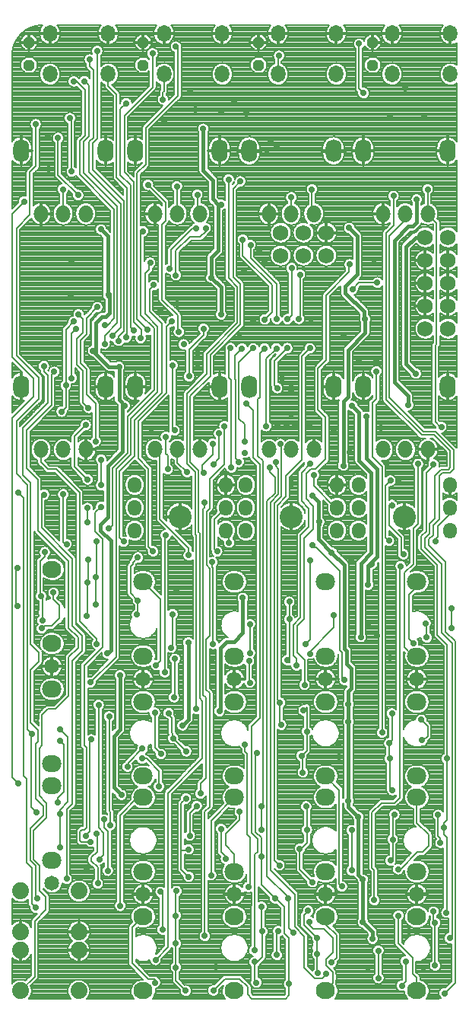
<source format=gbl>
G04 DipTrace 3.3.0.0*
G04 threshold_02a.GBL*
%MOIN*%
G04 #@! TF.FileFunction,Copper,L2,Bot*
G04 #@! TF.Part,Single*
%AMOUTLINE57*
4,1,16,
0.005,-0.0375,
0.02127,-0.033786,
0.034319,-0.023381,
0.04156,-0.008345,
0.04156,0.008345,
0.034319,0.023381,
0.02127,0.033786,
0.005,0.0375,
-0.005,0.0375,
-0.02127,0.033786,
-0.034319,0.023381,
-0.04156,0.008345,
-0.04156,-0.008345,
-0.034319,-0.023381,
-0.02127,-0.033786,
-0.005,-0.0375,
0.005,-0.0375,
0*%
%AMOUTLINE60*
4,1,16,
-0.005,0.0375,
-0.02127,0.033786,
-0.034319,0.023381,
-0.04156,0.008345,
-0.04156,-0.008345,
-0.034319,-0.023381,
-0.02127,-0.033786,
-0.005,-0.0375,
0.005,-0.0375,
0.02127,-0.033786,
0.034319,-0.023381,
0.04156,-0.008345,
0.04156,0.008345,
0.034319,0.023381,
0.02127,0.033786,
0.005,0.0375,
-0.005,0.0375,
0*%
%AMOUTLINE66*
4,1,8,
-0.00995,0.024021,
-0.024021,0.00995,
-0.024021,-0.00995,
-0.00995,-0.024021,
0.00995,-0.024021,
0.024021,-0.00995,
0.024021,0.00995,
0.00995,0.024021,
-0.00995,0.024021,
0*%
%AMOUTLINE69*
4,1,20,
0.032,0.0,
0.030434,-0.011434,
0.025889,-0.021748,
0.018809,-0.029934,
0.009889,-0.035189,
0.0,-0.037,
-0.009889,-0.035189,
-0.018809,-0.029934,
-0.025889,-0.021748,
-0.030434,-0.011434,
-0.032,0.0,
-0.030434,0.011434,
-0.025889,0.021748,
-0.018809,0.029934,
-0.009889,0.035189,
0.0,0.037,
0.009889,0.035189,
0.018809,0.029934,
0.025889,0.021748,
0.030434,0.011434,
0.032,0.0,
0*%
G04 #@! TA.AperFunction,Conductor*
%ADD13C,0.017*%
%ADD14C,0.007*%
G04 #@! TA.AperFunction,CopperBalancing*
%ADD15C,0.008*%
%ADD16C,0.013*%
%ADD17C,0.015*%
G04 #@! TA.AperFunction,ComponentPad*
%ADD45O,0.085X0.075*%
%ADD46C,0.065*%
%ADD47C,0.068*%
%ADD54O,0.07X0.1*%
%ADD55C,0.1*%
%ADD56O,0.06X0.07*%
%ADD57O,0.064X0.074*%
%ADD58C,0.074*%
G04 #@! TA.AperFunction,ViaPad*
%ADD59C,0.027559*%
G04 #@! TA.AperFunction,ComponentPad*
%ADD170OUTLINE57*%
%ADD173OUTLINE60*%
%ADD179OUTLINE66*%
%ADD182OUTLINE69*%
%FSLAX26Y26*%
G04*
G70*
G90*
G75*
G01*
G04 Bottom*
%LPD*%
X882342Y3180226D2*
D13*
Y3034606D1*
X907932Y3009017D1*
X882342Y3180226D2*
X837820D1*
X768603Y3249442D1*
X781520Y3236526D1*
Y3371572D1*
X808408Y3398461D1*
X825345D1*
X841189Y3414305D1*
Y3489973D1*
X832535D1*
Y3751672D1*
X803323Y3780885D1*
X836212Y3494949D2*
X841189Y3489973D1*
X1330035Y3409260D2*
Y3527550D1*
X1287176Y3570410D1*
Y3658137D1*
X1318051Y3689012D1*
Y3890264D1*
X1294308Y3914007D1*
Y3996990D1*
X1251769Y4039529D1*
Y4221462D1*
X1329012Y3890264D2*
X1318051D1*
X1888401Y1701835D2*
Y1624686D1*
Y1280180D1*
Y1252911D1*
X1931631Y1209681D1*
Y954743D1*
X1951863Y934511D1*
Y749299D1*
X1994794Y706369D1*
Y675726D1*
X892707Y1305219D2*
X859308Y1338618D1*
Y1563940D1*
X886964Y1591596D1*
Y1828992D1*
X1815268Y2367227D2*
X1757932Y2424563D1*
Y2487911D1*
Y2589745D1*
X1731185Y2616492D1*
X1888401Y1701835D2*
Y1758789D1*
X1901479Y1771866D1*
Y1859655D1*
X1881317Y1879816D1*
Y1935487D1*
X1871153Y1945651D1*
Y2311341D1*
X1815268Y2367227D1*
X1961958Y3388480D2*
Y3328294D1*
X1886907Y3253243D1*
Y3049644D1*
X1866060Y3028798D1*
Y2747301D1*
X1961958Y3388480D2*
X1957336D1*
Y3420660D1*
X1874492Y3503504D1*
Y3531511D1*
X1927166Y3584185D1*
Y3752448D1*
X1892050Y3787564D1*
X1760199Y2501924D2*
Y2487911D1*
X1757932D1*
X907932Y3009017D2*
X898677D1*
Y2809598D1*
X834859Y2745781D1*
Y2521822D1*
X802107Y2489070D1*
Y2462513D1*
X846632Y2417988D1*
Y1938919D1*
X832182Y1924469D1*
X1573647Y3388453D2*
D14*
Y3540829D1*
X1459039Y3655436D1*
Y3712545D1*
X1621710Y3388072D2*
X1639039Y3405402D1*
Y3612161D1*
X1521710Y3387113D2*
X1552714Y3418117D1*
Y3538333D1*
X1425361Y3665686D1*
Y3736706D1*
X1671710Y3389755D2*
X1676350Y3394395D1*
Y3582899D1*
X1295802Y449039D2*
X1346926Y500164D1*
X1410812D1*
X1446547Y464429D1*
Y431778D1*
X1464731Y413595D1*
X1614340D1*
X1628113Y427368D1*
Y477593D1*
Y678205D1*
X1605689Y700629D1*
Y816781D1*
X1566995Y855475D1*
Y852146D1*
X1506993Y912147D1*
Y1037260D1*
X2318124Y790091D2*
X2319884Y788331D1*
Y1119083D1*
X2307383Y1131584D1*
Y1163026D1*
Y1182900D1*
X2319884Y1195402D1*
Y1464364D1*
X1506993Y1037260D2*
Y1117396D1*
X1480765Y1143625D1*
Y1482469D1*
X1487350Y1489054D1*
X2319884Y1464364D2*
X2321911D1*
Y1961046D1*
X2278638Y2004319D1*
Y2311890D1*
X2207996Y2382532D1*
Y2438420D1*
X2229985Y2460410D1*
Y2716213D1*
X2266350Y2752577D1*
X2261918D1*
X1226505Y3933130D2*
Y3859373D1*
X1236130Y3849748D1*
X1728770Y3956883D2*
Y3857108D1*
X1736130Y3849748D1*
X2235996Y3956883D2*
Y3849748D1*
X2236130D1*
X2296294Y2916377D2*
X2292163D1*
X2269210Y2939329D1*
Y3273623D1*
X2275411Y3279824D1*
Y3810467D1*
X2236130Y3849748D1*
X1371710Y3261541D2*
X1362416Y3252247D1*
Y3133289D1*
X1374720Y3120984D1*
Y2738675D1*
X1543735D2*
Y2720566D1*
X1567467Y2696833D1*
Y2626949D1*
X1531879Y2591361D1*
Y950495D1*
X1623523Y858850D1*
X1626462Y855912D1*
Y720829D1*
X1645992Y701299D1*
X1624865Y852205D2*
X1618219Y858850D1*
X1623523D1*
X1421710Y3260448D2*
X1391891Y3230629D1*
Y3124445D1*
X1392722Y3123614D1*
Y2777799D1*
X1407631Y2762890D1*
X1569879D2*
Y2745320D1*
X1581954Y2733245D1*
Y2621294D1*
X1547773Y2587113D1*
Y975134D1*
X1652433Y870474D1*
Y728331D1*
X1694596Y686169D1*
Y548273D1*
X1740176Y502693D1*
X1772790D1*
X1791702Y521606D1*
X2020149Y503100D2*
Y623537D1*
X1572442Y3260604D2*
X1527640Y3215802D1*
Y2919858D1*
X1344453D2*
Y2752747D1*
X1280005Y2688299D1*
Y2559576D1*
X1265953Y2545524D1*
Y2311222D1*
X1280005Y2297169D1*
Y2001609D1*
X1265080Y1986684D1*
Y1766516D1*
X1280005Y1751591D1*
Y1253382D1*
X1258478Y1231854D1*
Y688197D1*
X1072896Y715760D2*
Y873050D1*
X1064849Y881097D1*
X1620642Y3261760D2*
X1563958Y3205076D1*
Y3098239D1*
X1575912Y3086285D1*
X1441294Y3018495D2*
X1471387Y2988402D1*
Y2780679D1*
X1499534Y2752532D1*
Y1642175D1*
X1463362Y1606003D1*
Y1139524D1*
X1489353Y1113533D1*
Y1056024D1*
X1478638Y1045308D1*
Y812819D1*
X1476016Y815441D1*
Y624205D1*
X1574530Y604564D2*
Y703028D1*
X1580905Y709403D1*
X1471710Y3260706D2*
X1408903Y3197899D1*
Y2952839D1*
X1434300Y2927441D1*
Y2851101D1*
X1589631Y2841660D2*
Y2845890D1*
X1595408D1*
Y2613560D1*
X1562651Y2580803D1*
Y1020352D1*
X1585828Y997175D1*
X1903205Y974244D2*
Y1151287D1*
X1520579Y3260602D2*
X1499215Y3239239D1*
Y3047134D1*
X1492027Y3039946D1*
Y2789878D1*
X1513119Y2768786D1*
Y1260310D1*
X1507369Y1254559D1*
Y1151518D1*
X2011124Y3160108D2*
Y3037644D1*
X1997957Y3024476D1*
X1993577D1*
Y2785410D1*
X2036038Y2742949D1*
Y1578664D1*
X2211097Y1544585D2*
X2217143D1*
X2236380Y1563823D1*
Y1605598D1*
X2207800Y1634179D1*
X1719968Y3260747D2*
X1685215Y3225995D1*
Y2773820D1*
X1614397Y2703003D1*
Y2611135D1*
X1576643Y2573381D1*
Y1722032D1*
X1588883Y1709791D1*
Y1607706D1*
X1593379Y1612201D1*
X2129286Y2359302D2*
X2119697Y2368891D1*
Y2431538D1*
X2067023Y2484211D1*
Y2574196D1*
X2079870Y2587042D1*
Y2572415D1*
X1729585Y2400154D2*
X1741271Y2388467D1*
X1746727D1*
X1849332Y2285862D1*
Y1938630D1*
X1859909Y1928053D1*
Y1819710D1*
X1871760Y1807860D1*
X1082816Y1842425D2*
Y2438469D1*
X1086962Y2442614D1*
X1894077Y3628290D2*
X1891353Y3625566D1*
Y3594011D1*
X1791278Y3493936D1*
Y3209486D1*
X1754861Y3173068D1*
Y2990835D1*
X1787020Y2958676D1*
Y2774226D1*
X1744789Y2731995D1*
X1724290D1*
X1703088Y2710793D1*
Y2601371D1*
X1735018Y2569441D1*
Y2469287D1*
X1693093Y2427362D1*
Y2076638D1*
X1663467Y2047012D1*
Y1929483D1*
X1696115Y1896835D1*
Y1786983D1*
X2188634Y2238335D2*
Y2215356D1*
X2154796Y2181518D1*
Y1987759D1*
X2172371Y1970184D1*
X1096395Y2731290D2*
Y2791079D1*
X1087652Y2799822D1*
Y2873038D1*
X2341068Y2035127D2*
Y2123916D1*
X1293880Y2843260D2*
Y2796950D1*
X1246567Y2749637D1*
Y2708323D1*
X1254655Y2716411D1*
X961350Y2095190D2*
X965479Y2099320D1*
Y2156308D1*
X964795Y2344868D2*
X943030Y2323102D1*
Y2315243D1*
X933960Y2306173D1*
Y2187827D1*
X965479Y2156308D1*
X1179958Y2718151D2*
X1138716Y2759392D1*
Y2817564D1*
X1629485Y2074933D2*
Y2151247D1*
Y2074933D2*
Y1885640D1*
X1619718Y1895408D1*
X1045308Y1873883D2*
X1063522Y1892097D1*
Y2163446D1*
X988634Y2238335D1*
X2137705Y3849748D2*
Y3821080D1*
X2068033Y3751408D1*
Y3046063D1*
X2217535Y2896560D1*
X2269756D1*
X2349665Y2816651D1*
Y2730894D1*
X2334073Y2715302D1*
X2299966D1*
X2286983Y2702319D1*
Y2511907D1*
X2261291Y2486215D1*
Y2443690D1*
X2242100Y2424499D1*
Y2398057D1*
X2315026Y2325130D1*
Y2019864D1*
X2357215Y1977675D1*
Y483318D1*
X2310159Y436261D1*
X1637705Y3849748D2*
Y3922038D1*
X2086345Y3927648D2*
Y3797667D1*
X2053918Y3765240D1*
Y3036882D1*
X2209008Y2881793D1*
X2265086D1*
X2335098Y2811781D1*
Y2737679D1*
X2326006Y2728587D1*
X2292365D1*
X2267163Y2703385D1*
Y2514613D1*
X2243963Y2491413D1*
Y2448088D1*
X2223911Y2428036D1*
Y2388444D1*
X2240180Y2372175D1*
X2241299D1*
X2297804Y2315671D1*
Y2145228D1*
X2297114Y2144538D1*
Y2016025D1*
X2343628Y1969511D1*
Y689074D1*
X2333127Y678572D1*
X1137705Y3849748D2*
X1136546Y3850907D1*
Y3969448D1*
X1414768Y3991413D2*
X1382552Y3959198D1*
Y3573361D1*
X1414702Y3541211D1*
Y3365303D1*
X1282779Y3233381D1*
Y3140572D1*
X1195265Y3053058D1*
Y2762601D1*
X1231270Y2726596D1*
Y2456278D1*
X1236271Y2451277D1*
Y1728542D1*
X1247873Y1716941D1*
Y1464539D1*
X1097254Y1313921D1*
Y637627D1*
X1043037Y583410D1*
X1363594Y3999891D2*
Y3567755D1*
X1401520Y3529829D1*
Y3371613D1*
X1266716Y3236810D1*
Y3147667D1*
X1180699Y3061650D1*
Y2756037D1*
X1217714Y2719022D1*
Y2444146D1*
X1222252D1*
Y1681549D1*
X636501Y3957143D2*
Y3849748D1*
X637705D1*
X1813946Y571287D2*
X1836202Y593543D1*
Y691921D1*
X1788634Y739490D1*
Y772469D1*
X2188634Y447469D2*
Y504593D1*
X2169735Y523492D1*
Y592416D1*
X2108085Y654066D1*
Y776907D1*
X1788634Y447469D2*
Y450424D1*
X1819873Y481663D1*
Y529667D1*
X1789189Y560350D1*
Y585172D1*
X1819873Y615856D1*
Y678037D1*
X1780397Y717512D1*
X1735424D1*
X1717044Y735891D1*
Y750579D1*
X1039928Y483354D2*
Y498017D1*
X1010000D1*
X940166Y567850D1*
Y724001D1*
X988634Y772469D1*
X1907232Y3520064D2*
X1935229Y3548062D1*
X2015420D1*
X1859890Y904824D2*
X1848896Y915818D1*
Y1327072D1*
X1788634Y1387335D1*
X787265Y3440934D2*
X740086Y3393756D1*
Y3322961D1*
X714051Y3296925D1*
Y3194768D1*
X740086Y3168732D1*
Y3058196D1*
X780394Y3017889D1*
Y2853156D1*
X705504Y3409438D2*
X724695Y3390247D1*
Y3327442D1*
X698740Y3301487D1*
Y3188965D1*
X724695Y3163009D1*
Y3023791D1*
X748848Y2999639D1*
X684047Y3377942D2*
X649378Y3343273D1*
Y3098848D1*
X630741Y2983252D2*
X649378Y3001889D1*
Y3098848D1*
X695016Y3344938D2*
X674771Y3324694D1*
Y3130287D1*
X2106342Y979769D2*
X2116584D1*
X2191937Y1055122D1*
X2213153D1*
X2240467Y1082436D1*
Y1131202D1*
X2188634Y1183036D1*
Y1294584D1*
X758630Y1100356D2*
X715740D1*
X711543Y1104553D1*
Y1144647D1*
X720748Y1153852D1*
X732258D1*
X740350Y1161944D1*
Y1512050D1*
X730165Y1522235D1*
Y1873619D1*
X810071Y1953525D1*
Y2110784D1*
X809017Y2109730D1*
Y2427252D1*
X778527Y2457742D1*
Y2541707D1*
X803863Y2567043D1*
X1411534Y1231419D2*
Y1195114D1*
X1350666Y1134247D1*
Y1084538D1*
X1388634Y1046571D1*
Y969584D1*
X1239627Y1311667D2*
Y1354436D1*
X1263577Y1378386D1*
Y1731407D1*
X1251033Y1743952D1*
Y2558861D1*
X1255937Y2563765D1*
Y2586743D1*
X744405Y2500520D2*
Y2561399D1*
X1286959Y953533D2*
Y1192910D1*
X1388634Y1294584D1*
X652626Y937434D2*
Y1241625D1*
X677573Y1266572D1*
Y1893193D1*
X720657Y1936277D1*
Y2003530D1*
X677573Y2046614D1*
Y2339866D1*
X542747Y2474693D1*
Y2608373D1*
X554052Y2619679D1*
X988634Y1294584D2*
X964899D1*
X887564Y1217249D1*
Y819496D1*
X516897Y810942D2*
X499508Y828331D1*
Y986577D1*
X478052Y1008033D1*
Y1374196D1*
X463634Y1388614D1*
Y2606584D1*
X441791Y2628427D1*
X1144869Y3333230D2*
X1140603Y3337495D1*
Y3404089D1*
X1071245Y3473448D1*
Y3803307D1*
X1085770Y3817832D1*
Y3900558D1*
X1009719Y3976609D1*
X703741Y3931547D2*
X614859Y4020429D1*
Y4181631D1*
X438634Y2131584D2*
X429424Y2140794D1*
Y2291123D1*
X438634Y2300333D1*
X803892Y2661353D2*
Y2773824D1*
X744405Y2685814D2*
X687765Y2742454D1*
Y2876125D1*
X737060Y2925419D1*
X1660891Y1872410D2*
Y1902207D1*
X1646394Y1916705D1*
Y2050399D1*
X1678911Y2082916D1*
Y2441494D1*
X1714787Y2477370D1*
Y2558640D1*
X1682572Y2590856D1*
Y2716987D1*
X1721185Y2755598D1*
X684109Y4429824D2*
X696081D1*
X732660Y4393245D1*
Y4191064D1*
X709382Y4167786D1*
Y4021471D1*
X861061Y3869791D1*
Y3390836D1*
X833005Y3362780D1*
X819585D1*
X730630Y4429906D2*
X749373Y4411163D1*
Y4188062D1*
X727606Y4166295D1*
Y4030259D1*
X875345Y3882520D1*
Y3371116D1*
X819761Y3315532D1*
Y3279941D1*
X754149Y4525673D2*
Y4494690D1*
X770082Y4478757D1*
Y4183097D1*
X751493Y4164508D1*
Y4030841D1*
X889006Y3893328D1*
Y3351751D1*
X853177Y3315921D1*
X1954541Y4378420D2*
X1935631Y4397329D1*
Y4593976D1*
X786932Y4562333D2*
Y4177326D1*
X767453Y4157847D1*
Y4042705D1*
X903039Y3907118D1*
Y3334154D1*
X880875Y3311990D1*
Y3293537D1*
X1132077Y655432D2*
Y550500D1*
Y491243D1*
X1175317Y448003D1*
X1132077Y655432D2*
Y776488D1*
Y882415D1*
X1134328Y884665D1*
X1730118Y923463D2*
X1675653Y977928D1*
Y1069869D1*
X1681148D1*
X1707132Y1095853D1*
Y1152316D1*
Y1251752D1*
X1703635Y1255249D1*
X1484569Y483853D2*
X1477130Y491293D1*
Y574018D1*
X1489707D1*
X1510869Y595180D1*
Y707638D1*
X1507852D1*
Y815509D1*
X1449100Y902483D2*
X1457866Y911249D1*
Y1118643D1*
X1445002Y1131507D1*
Y1485856D1*
X1435020Y1495839D1*
Y1527122D1*
X2069863Y1464364D2*
X2067639Y1466588D1*
Y1531944D1*
Y1533042D1*
X2079182Y1544585D1*
Y1662210D1*
X2080800Y1326018D2*
X2069863Y1336955D1*
Y1464364D1*
X1705858Y1582600D2*
Y1689518D1*
X1691668Y1675328D1*
X1705858Y1582600D2*
Y1499885D1*
X1682428Y1476454D1*
X1688534D1*
Y1403962D1*
X1031564Y2372095D2*
X1012042Y2391617D1*
Y2733102D1*
X967073Y2778072D1*
Y2941361D1*
X1092012Y3066299D1*
Y3356967D1*
X1114160Y3379116D1*
X1699143Y1966205D2*
X1719366Y1986428D1*
Y2333450D1*
X1838634Y2562833D2*
X1832282D1*
X1737023Y2658092D1*
Y2704975D1*
X1720219Y1923532D2*
X1710257D1*
X1825413Y2038688D1*
Y2093646D1*
X1313126Y2370967D2*
Y2368340D1*
X1299937Y2381529D1*
Y2511637D1*
X1351134Y2562833D1*
X2226844Y2055974D2*
X2231802Y2060932D1*
Y1994092D1*
X1127657Y1900899D2*
Y1736339D1*
X1123762Y1732444D1*
X2082804Y1110252D2*
Y1027339D1*
X2072955Y1017490D1*
X2082804Y1110252D2*
Y1211770D1*
X2090105Y1219071D1*
X2292055Y1095672D2*
Y1116853D1*
X2282147Y1126761D1*
Y1218018D1*
X1111953Y1950062D2*
X1117677Y1955786D1*
Y2097032D1*
X1453021Y1891419D2*
Y1793320D1*
X1456875Y1797175D1*
X1457392Y1926520D2*
Y2053539D1*
X1456737Y2052885D1*
X739663Y2088051D2*
X743736Y2083978D1*
Y2234871D1*
X746365D1*
Y2335858D1*
X652363Y2403127D2*
X649075Y2399839D1*
X637824Y2411089D1*
Y2621661D1*
X557156Y2368205D2*
Y2348050D1*
X540642Y2331537D1*
X535999D1*
Y2181604D1*
X540987Y2176616D1*
X539656D1*
X546539Y2183499D1*
Y2069441D1*
X547077Y2068903D1*
X543698Y2034714D2*
X553841Y2044857D1*
X588405D1*
X621845Y2078297D1*
Y2135054D1*
X595470Y2161429D1*
Y2190692D1*
X2188634Y1913335D2*
X2172052D1*
X2133901Y1951486D1*
Y2278297D1*
X2172418Y2316814D1*
Y2471131D1*
X2193838Y2492551D1*
Y2754730D1*
X1295678Y2753891D2*
X1321157Y2779371D1*
Y2887511D1*
X1125782Y2901416D2*
X1117922Y2909276D1*
Y3185583D1*
X780903Y2138051D2*
Y2257772D1*
X783905D1*
Y2415822D1*
X1294626Y1966291D2*
Y2302407D1*
X1291922D1*
Y2324730D1*
X1188105Y2354277D2*
Y2386226D1*
X1062279Y2512051D1*
Y2795576D1*
X1040291Y2817564D1*
X785617Y1966840D2*
Y1989874D1*
X709428Y2066063D1*
Y2629773D1*
X608050Y2731151D1*
X571664D1*
X540291Y2762522D1*
Y2817564D1*
X2268400Y558633D2*
Y745642D1*
X2139991Y576820D2*
Y487462D1*
X2122999Y470470D1*
X2268400Y745642D2*
X2261943D1*
Y794305D1*
X2117409Y2306919D2*
X2114264Y2303773D1*
Y1293158D1*
X2091420Y1270314D1*
X2033708D1*
X1991719Y1228324D1*
Y984763D1*
X2001666Y974815D1*
Y844247D1*
X1351134Y2462833D2*
X1365310D1*
Y2410011D1*
X2066291Y2417638D2*
X2050197Y2433732D1*
Y2659459D1*
X2072640Y2681903D1*
X902459Y2413983D2*
X883861Y2432581D1*
Y2722898D1*
X949411Y2788448D1*
Y2944932D1*
X1070669Y3066190D1*
Y3368091D1*
X1015705Y3423055D1*
Y3518143D1*
X1034942Y3537381D1*
X623672Y1223167D2*
Y1074908D1*
Y1223167D2*
Y1240484D1*
X658531Y1275344D1*
Y1557883D1*
X623333Y1593081D1*
X1752296Y607967D2*
Y677424D1*
X1750236D1*
X1692454Y735206D1*
Y778931D1*
X1711750Y798226D1*
X1752296Y607967D2*
Y530243D1*
X1755571Y526969D1*
X845438Y1173167D2*
Y1229391D1*
X839165Y1235664D1*
Y1648929D1*
X796875Y1023167D2*
X814468Y1040760D1*
Y1140391D1*
X793337Y1161522D1*
Y1699163D1*
X614674Y1271667D2*
Y1291900D1*
X641930Y1319156D1*
Y1526789D1*
X625151Y1543568D1*
X1193048Y1126983D2*
Y1225726D1*
X1223640Y1256316D1*
X1351159Y1024942D2*
Y1034944D1*
X1330254Y1055849D1*
Y1156454D1*
X1175728Y1289619D2*
X1155369Y1269260D1*
Y1063486D1*
Y979795D1*
X1188121Y947043D1*
X1187016Y1066865D2*
X1183636Y1063486D1*
X1155369D1*
X919547Y1428219D2*
X922341Y1431015D1*
Y1444850D1*
X984999Y1507508D1*
X1019097Y3635291D2*
Y3641757D1*
X1014554D1*
Y3604438D1*
X998164Y3588049D1*
Y3411316D1*
X1052244Y3357236D1*
Y3069730D1*
X934379Y2951865D1*
Y2796410D1*
X869607Y2731638D1*
Y1910382D1*
X756827Y1797601D1*
X1066338Y1484147D2*
X1039834Y1510651D1*
Y1664827D1*
X1057096Y1341892D2*
X1058224Y1343021D1*
Y1410077D1*
X1003260Y1465042D1*
X982922D1*
X517476Y4242163D2*
Y4057379D1*
X491369Y4031272D1*
Y3844230D1*
X432383Y3785244D1*
Y3230601D1*
X530437Y3132547D1*
Y3040463D1*
X432383Y2942410D1*
Y2712441D1*
X481233Y2663591D1*
Y1590841D1*
X500218Y1571857D1*
X520711Y1228354D2*
X498182Y1250883D1*
Y1569822D1*
X500218Y1571857D1*
X440882Y1355186D2*
X413634Y1382434D1*
Y2956584D1*
X507383Y3050333D1*
Y3128959D1*
X413634Y3222709D1*
Y3850553D1*
X466096Y3903015D1*
X2225534Y3746722D2*
D13*
X2182408D1*
X2140750Y3705064D1*
Y3193890D1*
X2184161Y3150480D1*
X789312Y917652D2*
D14*
Y988249D1*
X760745Y1016816D1*
Y1030689D1*
X786279Y1056223D1*
Y1137465D1*
X783249Y1134434D1*
X816917Y1197383D2*
Y1162946D1*
X833547Y1146316D1*
Y973167D1*
X1177462Y1495911D2*
X1119628Y1553744D1*
X1118371D1*
Y1572654D1*
X1113500Y1577525D1*
Y1643253D1*
X1095232Y1661521D1*
X1099534D1*
Y1663837D1*
X675068Y4034369D2*
X673121Y4036316D1*
Y4262223D1*
X667278Y4268066D1*
X736504Y1127248D2*
X753622Y1144366D1*
Y1555681D1*
X761292Y1548011D1*
X1262559Y3786818D2*
Y3772521D1*
X1238715Y3748677D1*
X1192660D1*
X1131833Y3687850D1*
Y3580368D1*
X1104165Y3609688D2*
X1109304Y3614827D1*
Y3690738D1*
X1202720Y3784154D1*
X1220227D1*
X914371Y3308152D2*
X910972Y3311551D1*
Y3319907D1*
X917598Y3326533D1*
Y3963312D1*
X872054Y4008857D1*
Y4371875D1*
X835384Y4408545D1*
Y4461335D1*
X945867Y3337979D2*
X933000Y3350847D1*
Y3976242D1*
X888970Y4020272D1*
Y4308886D1*
X913954Y4333870D1*
X1075164Y4349814D2*
Y4381853D1*
X1079384Y4386074D1*
Y4461335D1*
X977363Y3304564D2*
X979029Y3306230D1*
Y3343110D1*
X947853Y3374286D1*
Y3988936D1*
X906096Y4030693D1*
Y4279811D1*
X1029891Y4403606D1*
Y4552340D1*
X1584458Y4541347D2*
X1579384Y4536273D1*
Y4461335D1*
X1131896Y4581676D2*
X1140361Y4573211D1*
Y4366434D1*
X999488Y4225562D1*
Y4065576D1*
X961605Y4027693D1*
Y3389081D1*
X1008918Y3341768D1*
X553069Y3183323D2*
Y3159785D1*
X571240Y3141614D1*
Y3021190D1*
X461458Y2911408D1*
Y2705701D1*
X495307Y2671852D1*
Y1965848D1*
X530582Y1930572D1*
Y1888251D1*
X494529Y1852197D1*
Y1621316D1*
X527569Y1588276D1*
Y1539547D1*
X517576Y1529554D1*
Y1288374D1*
X550555Y1255395D1*
Y1215353D1*
X492932Y1157730D1*
Y1018297D1*
X516316Y994912D1*
Y862328D1*
X525400Y853244D1*
X1253716Y3346446D2*
Y3320375D1*
X1189848Y3256507D1*
Y3137399D1*
X598710Y3158345D2*
X586468Y3146104D1*
Y3013028D1*
X476803Y2903362D1*
Y2735098D1*
X526079Y2685823D1*
Y2463694D1*
X661316Y2328457D1*
Y2036440D1*
X702384Y1995371D1*
Y1948092D1*
X661924Y1907631D1*
Y1739369D1*
X603454Y1680899D1*
X569758D1*
X545132Y1656273D1*
Y1521486D1*
X533892Y1510245D1*
Y1301322D1*
X565350Y1269864D1*
Y1204619D1*
X508223Y1147492D1*
Y1023386D1*
X535355Y996253D1*
Y885219D1*
X562102Y858473D1*
Y800677D1*
X512355Y750931D1*
Y509358D1*
X450332Y447335D1*
X2332383Y2562833D2*
X2359395D1*
X2280371Y2483810D1*
Y2433991D1*
X2270747Y2424366D1*
Y2415272D1*
X838205Y2470723D2*
X853476Y2485995D1*
Y2736079D1*
X919723Y2802326D1*
Y2961370D1*
X1036711Y3078358D1*
Y3348018D1*
X977918Y3406811D1*
Y3763635D1*
X987812Y3773529D1*
X2188081Y3912819D2*
D13*
Y3812245D1*
X2170529Y3794693D1*
X2151426D1*
X2090480Y3733747D1*
Y3113045D1*
X2151194Y3052331D1*
Y3012881D1*
X1975424Y2225344D2*
Y2308537D1*
X2015500Y2348613D1*
Y2730919D1*
X1966565Y2779853D1*
Y2960854D1*
X1992145Y2316663D2*
X1984020Y2308537D1*
X1975424D1*
X1322908Y1671163D2*
X1317928D1*
X1327308Y1680543D1*
Y1949453D1*
X1353976Y1976121D1*
X1385880D1*
X1425487Y2015727D1*
Y2167549D1*
X1905453Y3008494D2*
X1935100Y2978847D1*
Y2769167D1*
X1988292Y2715974D1*
Y2365329D1*
X1942358Y2319395D1*
Y1996983D1*
X1160657Y1609803D2*
X1185834Y1634980D1*
Y1972805D1*
D59*
X882342Y3180226D3*
X907932Y3009017D3*
X803323Y3780885D3*
X882342Y3180226D3*
X803323Y3780885D3*
X768603Y3249442D3*
X836212Y3494949D3*
X1287176Y3570410D3*
X1330035Y3409260D3*
X1251769Y4221462D3*
X1329012Y3890264D3*
X1888401Y1701835D3*
Y1624686D3*
Y1280180D3*
X1931631Y1209681D3*
X1951863Y934511D3*
X1994794Y675726D3*
X1951863Y749299D3*
X892707Y1305219D3*
X886964Y1828992D3*
D3*
X1815268Y2367227D3*
X1731185Y2616492D3*
X1888401Y1701835D3*
X1815268Y2367227D3*
X1866060Y2747301D3*
X1961958Y3388480D3*
X1892050Y3787564D3*
X1961958Y3388480D3*
X1760199Y2501924D3*
X1866060Y2747301D3*
X832182Y1924469D3*
X1573647Y3388453D3*
X1459039Y3712545D3*
X1621710Y3388072D3*
X1639039Y3612161D3*
X1521710Y3387113D3*
X1425361Y3736706D3*
X1671710Y3389755D3*
X1676350Y3582899D3*
X1295802Y449039D3*
X1628113Y477593D3*
X1566995Y852146D3*
X1506993Y1037260D3*
X2318124Y790091D3*
X2307383Y1163026D3*
X2319884Y1464364D3*
X1487350Y1489054D3*
X2261918Y2752577D3*
X1226505Y3933130D3*
X1728770Y3956883D3*
X2235996D3*
X2261918Y2752577D3*
X2296294Y2916377D3*
X1371710Y3261541D3*
X1374720Y2738675D3*
X1543735D3*
X1645992Y701299D3*
X1624865Y852205D3*
X1421710Y3260448D3*
X1407631Y2762890D3*
X1569879D3*
X1791702Y521606D3*
X2020149Y503100D3*
Y623537D3*
X1572442Y3260604D3*
X1527640Y2919858D3*
X1344453D3*
X1258478Y688197D3*
X1064849Y881097D3*
X1072896Y715760D3*
X1620642Y3261760D3*
X1575912Y3086285D3*
X1441294Y3018495D3*
X1476016Y624205D3*
D3*
X1580905Y709403D3*
X1574530Y604564D3*
X1471710Y3260706D3*
X1434300Y2851101D3*
X1589631Y2841660D3*
X1585828Y997175D3*
X1903205Y974244D3*
Y1151287D3*
X1520579Y3260602D3*
X1507369Y1254559D3*
Y1151518D3*
X2011124Y3160108D3*
X2036038Y1578664D3*
D3*
X2211097Y1544585D3*
X2207800Y1634179D3*
X1719968Y3260747D3*
X1588883Y1709791D3*
X1593379Y1612201D3*
X2129286Y2359302D3*
X2079870Y2572415D3*
X1729585Y2400154D3*
X1871760Y1807860D3*
X1082816Y1842425D3*
X1086962Y2442614D3*
X1894077Y3628290D3*
X1696115Y1786983D3*
X2172371Y1970184D3*
X1096395Y2731290D3*
X1087652Y2873038D3*
X2341068Y2035127D3*
Y2123916D3*
X1293880Y2843260D3*
X1254655Y2716411D3*
X961350Y2095190D3*
X965479Y2156308D3*
X964795Y2344868D3*
X1179958Y2718151D3*
X1629485Y2074933D3*
Y2151247D3*
X1619718Y1895408D3*
X1045308Y1873883D3*
X1629485Y2074933D3*
X2310159Y436261D3*
X1637705Y3922038D3*
X2086345Y3927648D3*
X2333127Y678572D3*
X1136546Y3969448D3*
X1414768Y3991413D3*
X1043037Y583410D3*
X636501Y3957143D3*
X1813946Y571287D3*
X2108085Y776907D3*
X1717044Y750579D3*
X1039928Y483354D3*
X1907232Y3520064D3*
X2015420Y3548062D3*
X1859890Y904824D3*
X787265Y3440934D3*
X780394Y2853156D3*
X705504Y3409438D3*
X748848Y2999639D3*
X684047Y3377942D3*
X649378Y3098848D3*
X630741Y2983252D3*
X695016Y3344938D3*
X674771Y3130287D3*
X2106342Y979769D3*
X758630Y1100356D3*
X803863Y2567043D3*
X1411534Y1231419D3*
X1239627Y1311667D3*
X1255937Y2586743D3*
X744405Y2500520D3*
Y2561399D3*
X1286959Y953533D3*
X652626Y937434D3*
X554052Y2619679D3*
X887564Y819496D3*
X516897Y810942D3*
X441791Y2628427D3*
X1144869Y3333230D3*
X1009719Y3976609D3*
X703741Y3931547D3*
X614859Y4181631D3*
X438634Y2131584D3*
Y2300333D3*
D3*
X803892Y2661353D3*
Y2773824D3*
X744405Y2685814D3*
X737060Y2925419D3*
X1660891Y1872410D3*
X1721185Y2755598D3*
X684109Y4429824D3*
X819585Y3362780D3*
X730630Y4429906D3*
X819761Y3279941D3*
X754149Y4525673D3*
X853177Y3315921D3*
X1954541Y4378420D3*
X1935631Y4593976D3*
X786932Y4562333D3*
X880875Y3293537D3*
X1132077Y550500D3*
Y655432D3*
X1175317Y448003D3*
X1132077Y776488D3*
Y655432D3*
X1134328Y884665D3*
X1730118Y923463D3*
X1675653Y1069869D3*
X1707132Y1152316D3*
X1703635Y1255249D3*
X1484569Y483853D3*
X1477130Y574018D3*
X1510869Y707638D3*
X1507852Y815509D3*
X1449100Y902483D3*
X1435020Y1527122D3*
X2069863Y1464364D3*
X2067639Y1531944D3*
D3*
X2079182Y1662210D3*
X2080800Y1326018D3*
X2069863Y1464364D3*
X1691668Y1675328D3*
X1705858Y1582600D3*
X1682428Y1476454D3*
X1705858Y1582600D3*
X1688534Y1403962D3*
X1031564Y2372095D3*
X1114160Y3379116D3*
X1699143Y1966205D3*
X1719366Y2333450D3*
X1737023Y2704975D3*
X1720219Y1923532D3*
X1825413Y2093646D3*
X1313126Y2370967D3*
X2231802Y1994092D3*
X2226844Y2055974D3*
X1127657Y1900899D3*
X1123762Y1732444D3*
X2072955Y1017490D3*
X2082804Y1110252D3*
X2090105Y1219071D3*
X2082804Y1110252D3*
X2292055Y1095672D3*
X2282147Y1218018D3*
X1111953Y1950062D3*
X1117677Y2097032D3*
X1453021Y1891419D3*
X1456875Y1797175D3*
X1457392Y1926520D3*
X1456737Y2052885D3*
X739663Y2088051D3*
X743736Y2234871D3*
X746365Y2335858D3*
X652363Y2403127D3*
X637824Y2621661D3*
X557156Y2368205D3*
X540987Y2176616D3*
X547077Y2068903D3*
X543698Y2034714D3*
X595470Y2190692D3*
X2193838Y2754730D3*
X1295678Y2753891D3*
X1321157Y2887511D3*
X1125782Y2901416D3*
X1117922Y3185583D3*
X780903Y2138051D3*
Y2257772D3*
X783905Y2415822D3*
D3*
X1294626Y1966291D3*
X1291922Y2324730D3*
X1188105Y2354277D3*
X785617Y1966840D3*
X2268400Y745642D3*
Y558633D3*
X2122999Y470470D3*
X2139991Y576820D3*
X2261943Y794305D3*
X2117409Y2306919D3*
X2001666Y844247D3*
D3*
D3*
X1365310Y2410011D3*
X2066291Y2417638D3*
X2072640Y2681903D3*
X902459Y2413983D3*
X1034942Y3537381D3*
X1365310Y2410011D3*
X623672Y1223167D3*
Y1074908D3*
X623333Y1593081D3*
X623672Y1223167D3*
X1752296Y677424D3*
Y607967D3*
X1711750Y798226D3*
X1755571Y526969D3*
X1752296Y607967D3*
X845438Y1173167D3*
X839165Y1648929D3*
X796875Y1023167D3*
X793337Y1699163D3*
X614674Y1271667D3*
X625151Y1543568D3*
X1223640Y1256316D3*
X1193048Y1126983D3*
X1351159Y1024942D3*
X1330254Y1156454D3*
X1175728Y1289619D3*
X1188121Y947043D3*
X1187016Y1066865D3*
X919547Y1428219D3*
X984999Y1507508D3*
X1019097Y3635291D3*
X756827Y1797601D3*
X1066338Y1484147D3*
X1039834Y1664827D3*
X1057096Y1341892D3*
X982922Y1465042D3*
X517476Y4242163D3*
X500218Y1571857D3*
X520711Y1228354D3*
X440882Y1355186D3*
X466096Y3903015D3*
X2184161Y3150480D3*
X789312Y917652D3*
X783249Y1134434D3*
X816917Y1197383D3*
X833547Y973167D3*
X1177462Y1495911D3*
X1119628Y1553744D3*
X1099534Y1663837D3*
X675068Y4034369D3*
X667278Y4268066D3*
X736504Y1127248D3*
X761292Y1548011D3*
X1262559Y3786818D3*
X1131833Y3580368D3*
X1104165Y3609688D3*
X1220227Y3784154D3*
X914371Y3308152D3*
X945867Y3337979D3*
X913954Y4333870D3*
X1075164Y4349814D3*
X977363Y3304564D3*
X1029891Y4552340D3*
X1584458Y4541347D3*
X1131896Y4581676D3*
X1008918Y3341768D3*
X553069Y3183323D3*
X525400Y853244D3*
X1253716Y3346446D3*
X1189848Y3137399D3*
X598710Y3158345D3*
X2270747Y2415272D3*
X838205Y2470723D3*
X987812Y3773529D3*
X2188081Y3912819D3*
X2151194Y3012881D3*
X1975424Y2225344D3*
X1966565Y2960854D3*
X1992145Y2316663D3*
X1322908Y1671163D3*
X1425487Y2167549D3*
X1905453Y3008494D3*
X1942358Y1996983D3*
X1160657Y1609803D3*
X1185834Y1972805D3*
X2012655Y2002236D3*
X2071968Y1907211D3*
X1972992Y2048399D3*
X1293430Y1811596D3*
X1289124Y1901773D3*
X769228Y1872259D3*
X1320672Y2054833D3*
X1135594Y2204404D3*
X671127Y3496864D3*
X672592Y3641831D3*
X1064296Y3430238D3*
X1138976Y3455862D3*
X1410894Y3310625D3*
X1470882Y3387024D3*
X1429681Y3595161D3*
X1573317Y4140294D3*
X1545934Y4171705D3*
X1529827Y4129824D3*
X1385665Y4336806D3*
X1440430Y4288483D3*
X1331705Y4290900D3*
X1935184Y3211236D3*
X1723145Y3388756D3*
X2058357Y2760105D3*
X2106960Y2680039D3*
X1641949Y2670415D3*
X1473118Y2364211D3*
X1471752Y2292484D3*
X1894559Y2807161D3*
X1578481Y2929829D3*
X1616438Y2928730D3*
X1635690Y2972186D3*
X1654749Y2926685D3*
X1715817Y2917710D3*
X1638959Y3069054D3*
X1638050Y3106332D3*
X1598953Y3130427D3*
X741988Y974200D3*
X2154774Y709862D3*
X664443Y1996034D3*
X1865979Y3314773D3*
X1846754Y1472064D3*
X1845214Y1527494D3*
X2029607Y2912593D3*
X2011978Y3204449D3*
X1496380Y3682526D3*
X1520541Y3645917D3*
X2001577Y3630827D3*
X1900794Y2335929D3*
X1975594Y548496D3*
X1306731Y552925D3*
X1875487Y1084473D3*
X1143240Y1662912D3*
X1217896Y4304479D3*
X2069243Y4273822D3*
X2221353Y4272643D3*
X2137632Y4399991D3*
X1194313Y4384661D3*
X1082294Y4250239D3*
X1023417Y2892553D3*
X573964Y4045857D3*
X571307Y4192953D3*
X1222252Y1681549D3*
X1363594Y3999891D3*
X1227050Y3192541D3*
X1227550Y3240058D3*
X1166026Y3278074D3*
X1435376Y2803638D3*
X1823491Y2903622D3*
X2217690Y550521D3*
X501210Y4667215D2*
D15*
X540609D1*
X618147D2*
X796609D1*
X874147D2*
X1040609D1*
X1118147D2*
X1296609D1*
X1374147D2*
X1540609D1*
X1618147D2*
X1796609D1*
X1874147D2*
X2040609D1*
X2118147D2*
X2296609D1*
X484787Y4659347D2*
X536875D1*
X621897D2*
X792875D1*
X877897D2*
X1036875D1*
X1121897D2*
X1292875D1*
X1377897D2*
X1536875D1*
X1621897D2*
X1792875D1*
X1877897D2*
X2036875D1*
X2121897D2*
X2292875D1*
X471334Y4651478D2*
X534828D1*
X623928D2*
X790828D1*
X879928D2*
X1034828D1*
X1123928D2*
X1290828D1*
X1379928D2*
X1534828D1*
X1623928D2*
X1790828D1*
X1879928D2*
X2034828D1*
X2123928D2*
X2290828D1*
X461726Y4643609D2*
X534250D1*
X624522D2*
X790250D1*
X880522D2*
X1034250D1*
X1124522D2*
X1290250D1*
X1380522D2*
X1534250D1*
X1624522D2*
X1790250D1*
X1880522D2*
X2034250D1*
X2124522D2*
X2290250D1*
X452131Y4635740D2*
X472875D1*
X503850D2*
X534250D1*
X624522D2*
X790250D1*
X880522D2*
X972875D1*
X1003850D2*
X1034250D1*
X1124522D2*
X1290250D1*
X1380522D2*
X1479124D1*
X1510100D2*
X1534250D1*
X1624522D2*
X1790250D1*
X1880522D2*
X1979124D1*
X2010100D2*
X2034250D1*
X2124522D2*
X2290250D1*
X445819Y4627871D2*
X463687D1*
X513038D2*
X534735D1*
X624038D2*
X790735D1*
X880038D2*
X963687D1*
X1013038D2*
X1034735D1*
X1124038D2*
X1290735D1*
X1380038D2*
X1469938D1*
X1519287D2*
X1534735D1*
X1624038D2*
X1790735D1*
X1880038D2*
X1969938D1*
X2019287D2*
X2034735D1*
X2124038D2*
X2290735D1*
X439912Y4620003D2*
X455828D1*
X520897D2*
X536640D1*
X622131D2*
X792640D1*
X878131D2*
X955828D1*
X1020897D2*
X1036640D1*
X1122131D2*
X1292640D1*
X1378131D2*
X1462079D1*
X1527147D2*
X1536640D1*
X1622131D2*
X1792640D1*
X1878131D2*
X1932735D1*
X1938522D2*
X1962079D1*
X2027147D2*
X2036640D1*
X2122131D2*
X2292640D1*
X434006Y4612134D2*
X451344D1*
X525382D2*
X540219D1*
X618554D2*
X796219D1*
X874554D2*
X951344D1*
X1025382D2*
X1040219D1*
X1118554D2*
X1296219D1*
X1374554D2*
X1457594D1*
X1531631D2*
X1540219D1*
X1618554D2*
X1796219D1*
X1874554D2*
X1916063D1*
X2031631D2*
X2040219D1*
X2118554D2*
X2296219D1*
X429834Y4604265D2*
X451219D1*
X525522D2*
X546016D1*
X612756D2*
X802016D1*
X868756D2*
X951219D1*
X1025522D2*
X1046016D1*
X1112756D2*
X1118000D1*
X1145787D2*
X1302016D1*
X1368756D2*
X1457468D1*
X1531771D2*
X1546016D1*
X1612756D2*
X1802016D1*
X1868756D2*
X1910828D1*
X2031771D2*
X2046016D1*
X2112756D2*
X2302016D1*
X426459Y4596396D2*
X451219D1*
X525522D2*
X555656D1*
X603115D2*
X811656D1*
X859115D2*
X951219D1*
X1025522D2*
X1055656D1*
X1103115D2*
X1109531D1*
X1154256D2*
X1311656D1*
X1359115D2*
X1457468D1*
X1531771D2*
X1555656D1*
X1603115D2*
X1811656D1*
X1859115D2*
X1908828D1*
X2031771D2*
X2055656D1*
X2103115D2*
X2311656D1*
X423100Y4588528D2*
X451359D1*
X525382D2*
X951359D1*
X1025382D2*
X1105907D1*
X1157897D2*
X1457609D1*
X1531631D2*
X1909296D1*
X2031631D2*
X2362579D1*
X419740Y4580659D2*
X455828D1*
X520897D2*
X767531D1*
X806334D2*
X955828D1*
X1020897D2*
X1105000D1*
X1158787D2*
X1462079D1*
X1527147D2*
X1912375D1*
X2027147D2*
X2362579D1*
X418412Y4572790D2*
X463703D1*
X513022D2*
X762203D1*
X811663D2*
X963703D1*
X1046928D2*
X1106547D1*
X1157240D2*
X1469953D1*
X1519271D2*
X1919000D1*
X1952256D2*
X1969953D1*
X2019271D2*
X2362579D1*
X417115Y4564921D2*
X472891D1*
X503834D2*
X760156D1*
X813710D2*
X972891D1*
X1053569D2*
X1111079D1*
X1156991D2*
X1479140D1*
X1510084D2*
X1572438D1*
X1596475D2*
X1919000D1*
X1952256D2*
X1979140D1*
X2010084D2*
X2362579D1*
X415803Y4557053D2*
X760563D1*
X813303D2*
X1003407D1*
X1056366D2*
X1122407D1*
X1156991D2*
X1562796D1*
X1606115D2*
X1919000D1*
X1952256D2*
X2362579D1*
X414506Y4549184D2*
X741984D1*
X810287D2*
X1003172D1*
X1056615D2*
X1123735D1*
X1156991D2*
X1558750D1*
X1610163D2*
X1919000D1*
X1952256D2*
X2362579D1*
X414428Y4541315D2*
X732438D1*
X803569D2*
X1005422D1*
X1054366D2*
X1123735D1*
X1156991D2*
X1557547D1*
X1611366D2*
X1919000D1*
X1952256D2*
X2362579D1*
X414428Y4533446D2*
X469281D1*
X507443D2*
X728422D1*
X803569D2*
X969281D1*
X1048710D2*
X1123735D1*
X1156991D2*
X1475531D1*
X1513694D2*
X1558766D1*
X1610147D2*
X1919000D1*
X1952256D2*
X1975531D1*
X2013694D2*
X2362579D1*
X414428Y4525577D2*
X461391D1*
X515334D2*
X727235D1*
X803569D2*
X961391D1*
X1046522D2*
X1123735D1*
X1156991D2*
X1467640D1*
X1521584D2*
X1562750D1*
X1606069D2*
X1919000D1*
X1952256D2*
X1967640D1*
X2021584D2*
X2362579D1*
X414428Y4517709D2*
X453703D1*
X523022D2*
X728484D1*
X803569D2*
X953703D1*
X1046522D2*
X1123735D1*
X1156991D2*
X1459953D1*
X1529271D2*
X1562750D1*
X1596350D2*
X1919000D1*
X1952256D2*
X1959953D1*
X2029271D2*
X2362579D1*
X414428Y4509840D2*
X451219D1*
X525522D2*
X570079D1*
X588694D2*
X732594D1*
X803569D2*
X826079D1*
X844694D2*
X951219D1*
X1046522D2*
X1070079D1*
X1088694D2*
X1123735D1*
X1156991D2*
X1326079D1*
X1344694D2*
X1457468D1*
X1531771D2*
X1562750D1*
X1596022D2*
X1826079D1*
X1844694D2*
X1919000D1*
X1952256D2*
X1957468D1*
X2031771D2*
X2070079D1*
X2088694D2*
X2326079D1*
X2344694D2*
X2362579D1*
X414428Y4501971D2*
X451219D1*
X525522D2*
X552219D1*
X606554D2*
X737516D1*
X803569D2*
X808216D1*
X862554D2*
X951219D1*
X1046522D2*
X1052220D1*
X1106554D2*
X1123735D1*
X1156991D2*
X1308219D1*
X1362554D2*
X1457468D1*
X1531771D2*
X1552219D1*
X1606554D2*
X1808219D1*
X1862554D2*
X1919000D1*
X1952256D2*
X1957468D1*
X2031771D2*
X2052219D1*
X2106554D2*
X2308219D1*
X414428Y4494102D2*
X451219D1*
X525522D2*
X544031D1*
X614740D2*
X737531D1*
X870740D2*
X951219D1*
X1114740D2*
X1123735D1*
X1156991D2*
X1300031D1*
X1370740D2*
X1457468D1*
X1531771D2*
X1544031D1*
X1614740D2*
X1800031D1*
X1870740D2*
X1919000D1*
X1952256D2*
X1957468D1*
X2031771D2*
X2044031D1*
X2114740D2*
X2300031D1*
X414428Y4486234D2*
X451938D1*
X524787D2*
X538968D1*
X619803D2*
X739968D1*
X875803D2*
X951938D1*
X1156991D2*
X1294968D1*
X1375803D2*
X1458187D1*
X1531038D2*
X1538968D1*
X1619803D2*
X1794968D1*
X1875803D2*
X1919000D1*
X1952256D2*
X1958187D1*
X2031038D2*
X2038968D1*
X2119803D2*
X2294968D1*
X414428Y4478365D2*
X458124D1*
X518600D2*
X535922D1*
X622850D2*
X747281D1*
X878850D2*
X958124D1*
X1156991D2*
X1291922D1*
X1378850D2*
X1464375D1*
X1524850D2*
X1535922D1*
X1622850D2*
X1791922D1*
X1878850D2*
X1919000D1*
X1952256D2*
X1964375D1*
X2024850D2*
X2035922D1*
X2122850D2*
X2291922D1*
X414428Y4470496D2*
X466000D1*
X510740D2*
X534453D1*
X624319D2*
X753453D1*
X880319D2*
X966000D1*
X1156991D2*
X1290453D1*
X1380319D2*
X1472235D1*
X1516991D2*
X1534453D1*
X1624319D2*
X1790453D1*
X1880319D2*
X1919000D1*
X1952256D2*
X1972235D1*
X2016991D2*
X2034453D1*
X2124319D2*
X2290453D1*
X414428Y4462627D2*
X534250D1*
X624522D2*
X753453D1*
X880522D2*
X1013266D1*
X1156991D2*
X1290250D1*
X1380522D2*
X1534250D1*
X1624522D2*
X1790250D1*
X1880522D2*
X1919000D1*
X1952256D2*
X2034250D1*
X2124522D2*
X2290250D1*
X414428Y4454759D2*
X534281D1*
X624491D2*
X675563D1*
X692663D2*
X721828D1*
X739428D2*
X753453D1*
X880491D2*
X1013266D1*
X1156991D2*
X1290281D1*
X1380491D2*
X1534281D1*
X1624491D2*
X1790281D1*
X1880491D2*
X1919000D1*
X1952256D2*
X2034281D1*
X2124491D2*
X2290281D1*
X414428Y4446890D2*
X535266D1*
X623491D2*
X663547D1*
X704663D2*
X710000D1*
X879491D2*
X1013266D1*
X1156991D2*
X1291266D1*
X1379491D2*
X1535266D1*
X1623491D2*
X1791266D1*
X1879491D2*
X1919000D1*
X1952256D2*
X2035266D1*
X2123491D2*
X2291266D1*
X414428Y4439021D2*
X537781D1*
X620991D2*
X658875D1*
X876991D2*
X1013266D1*
X1156991D2*
X1293781D1*
X1376991D2*
X1537781D1*
X1620991D2*
X1793781D1*
X1876991D2*
X1919000D1*
X1952256D2*
X2037781D1*
X2120991D2*
X2293781D1*
X414428Y4431152D2*
X542094D1*
X616663D2*
X657235D1*
X872663D2*
X1013266D1*
X1116663D2*
X1123735D1*
X1156991D2*
X1298094D1*
X1372663D2*
X1542094D1*
X1616663D2*
X1798094D1*
X1872663D2*
X1919000D1*
X1952256D2*
X2042094D1*
X2116663D2*
X2298094D1*
X414428Y4423284D2*
X549047D1*
X609726D2*
X658031D1*
X865726D2*
X1013266D1*
X1109726D2*
X1123735D1*
X1156991D2*
X1305047D1*
X1365726D2*
X1549047D1*
X1609726D2*
X1805047D1*
X1865726D2*
X1919000D1*
X1952256D2*
X2049047D1*
X2109726D2*
X2305047D1*
X414428Y4415415D2*
X561531D1*
X597240D2*
X661531D1*
X803569D2*
X817531D1*
X853240D2*
X1013266D1*
X1046522D2*
X1061531D1*
X1097240D2*
X1123735D1*
X1156991D2*
X1317531D1*
X1353240D2*
X1561531D1*
X1597240D2*
X1817531D1*
X1853240D2*
X1919000D1*
X1952256D2*
X2061531D1*
X2097240D2*
X2317531D1*
X2353240D2*
X2362579D1*
X414428Y4407546D2*
X669687D1*
X803569D2*
X818781D1*
X859569D2*
X1010640D1*
X1046522D2*
X1062750D1*
X1096022D2*
X1123735D1*
X1156991D2*
X1919000D1*
X1952256D2*
X2362579D1*
X414428Y4399677D2*
X703047D1*
X803569D2*
X821468D1*
X867443D2*
X1002781D1*
X1046022D2*
X1062750D1*
X1096022D2*
X1123735D1*
X1156991D2*
X1919000D1*
X1970506D2*
X2362579D1*
X414428Y4391808D2*
X710907D1*
X803569D2*
X828938D1*
X875303D2*
X994907D1*
X1041287D2*
X1062063D1*
X1096022D2*
X1123735D1*
X1156991D2*
X1920000D1*
X1977756D2*
X2362579D1*
X414428Y4383940D2*
X716031D1*
X803569D2*
X836796D1*
X883178D2*
X987031D1*
X1033412D2*
X1058672D1*
X1095866D2*
X1123735D1*
X1156991D2*
X1925828D1*
X1980866D2*
X2362579D1*
X414428Y4376071D2*
X716031D1*
X803569D2*
X844672D1*
X888115D2*
X979172D1*
X1025538D2*
X1058531D1*
X1092459D2*
X1123735D1*
X1156991D2*
X1927735D1*
X1981350D2*
X2362579D1*
X414428Y4368202D2*
X716031D1*
X803569D2*
X852547D1*
X888678D2*
X971296D1*
X1017678D2*
X1055828D1*
X1094506D2*
X1118938D1*
X1156991D2*
X1929719D1*
X1979366D2*
X2362579D1*
X414428Y4360333D2*
X716031D1*
X803569D2*
X855422D1*
X888678D2*
X963438D1*
X1009803D2*
X1050468D1*
X1099866D2*
X1111079D1*
X1155771D2*
X1934907D1*
X1974178D2*
X2362579D1*
X414428Y4352465D2*
X716031D1*
X803569D2*
X855422D1*
X888678D2*
X894828D1*
X933084D2*
X955563D1*
X1001943D2*
X1048391D1*
X1149584D2*
X1950907D1*
X1958170D2*
X2362579D1*
X414428Y4344596D2*
X716031D1*
X803569D2*
X855422D1*
X938554D2*
X947687D1*
X994069D2*
X1048781D1*
X1141710D2*
X2362579D1*
X414428Y4336727D2*
X716031D1*
X803569D2*
X855422D1*
X986194D2*
X1051766D1*
X1133834D2*
X2362579D1*
X414428Y4328858D2*
X716031D1*
X803569D2*
X855422D1*
X978334D2*
X1058781D1*
X1125975D2*
X2362579D1*
X414428Y4320990D2*
X716031D1*
X803569D2*
X855422D1*
X970459D2*
X1071735D1*
X1118100D2*
X2362579D1*
X414428Y4313121D2*
X716031D1*
X803569D2*
X855422D1*
X962600D2*
X1063859D1*
X1110240D2*
X2362579D1*
X414428Y4305252D2*
X716031D1*
X803569D2*
X855422D1*
X954726D2*
X1055984D1*
X1102366D2*
X2362579D1*
X414428Y4297383D2*
X716031D1*
X803569D2*
X855422D1*
X946850D2*
X1048124D1*
X1094491D2*
X2362579D1*
X414428Y4289515D2*
X651594D1*
X682959D2*
X716031D1*
X803569D2*
X855422D1*
X938991D2*
X1040250D1*
X1086631D2*
X2362579D1*
X414428Y4281646D2*
X644172D1*
X690382D2*
X716031D1*
X803569D2*
X855422D1*
X931115D2*
X1032391D1*
X1078756D2*
X2362579D1*
X414428Y4273777D2*
X641000D1*
X693554D2*
X716031D1*
X803569D2*
X855422D1*
X923256D2*
X1024516D1*
X1070897D2*
X2362579D1*
X414428Y4265908D2*
X505812D1*
X529131D2*
X640453D1*
X694100D2*
X716031D1*
X803569D2*
X855422D1*
X922726D2*
X1016640D1*
X1063022D2*
X2362579D1*
X414428Y4258039D2*
X495953D1*
X539006D2*
X642375D1*
X692194D2*
X716031D1*
X803569D2*
X855422D1*
X922726D2*
X1008781D1*
X1055147D2*
X2362579D1*
X414428Y4250171D2*
X491828D1*
X543131D2*
X647468D1*
X689756D2*
X716031D1*
X803569D2*
X855422D1*
X922726D2*
X1000907D1*
X1047287D2*
X2362579D1*
X414428Y4242302D2*
X490563D1*
X544382D2*
X656484D1*
X689756D2*
X716031D1*
X803569D2*
X855422D1*
X922726D2*
X993047D1*
X1039412D2*
X1235235D1*
X1268303D2*
X2362579D1*
X414428Y4234433D2*
X491735D1*
X543210D2*
X656484D1*
X689756D2*
X716031D1*
X803569D2*
X855422D1*
X922726D2*
X985579D1*
X1031554D2*
X1228312D1*
X1275226D2*
X2362579D1*
X414428Y4226564D2*
X495735D1*
X539210D2*
X656484D1*
X689756D2*
X716031D1*
X803569D2*
X855422D1*
X922726D2*
X982891D1*
X1023678D2*
X1225359D1*
X1278178D2*
X2362579D1*
X414428Y4218696D2*
X500844D1*
X534100D2*
X656484D1*
X689756D2*
X716031D1*
X803569D2*
X855422D1*
X922726D2*
X982859D1*
X1016115D2*
X1225000D1*
X1278538D2*
X2362579D1*
X414428Y4210827D2*
X500844D1*
X534100D2*
X656484D1*
X689756D2*
X716031D1*
X803569D2*
X855422D1*
X922726D2*
X982859D1*
X1016115D2*
X1227124D1*
X1276412D2*
X2362579D1*
X414428Y4202958D2*
X500844D1*
X534100D2*
X599000D1*
X630726D2*
X656484D1*
X689756D2*
X716031D1*
X803569D2*
X855422D1*
X922726D2*
X982859D1*
X1016115D2*
X1230140D1*
X1273397D2*
X2362579D1*
X414428Y4195089D2*
X500844D1*
X534100D2*
X591687D1*
X638038D2*
X656484D1*
X689756D2*
X713500D1*
X803569D2*
X855422D1*
X922726D2*
X982859D1*
X1016115D2*
X1230140D1*
X1273397D2*
X2362579D1*
X414428Y4187221D2*
X445359D1*
X459959D2*
X500844D1*
X534100D2*
X588547D1*
X641163D2*
X656484D1*
X689756D2*
X705624D1*
X803569D2*
X815438D1*
X830038D2*
X855422D1*
X922726D2*
X945359D1*
X959959D2*
X982859D1*
X1016115D2*
X1230140D1*
X1273397D2*
X1315438D1*
X1330038D2*
X1445359D1*
X1459959D2*
X1815438D1*
X1830038D2*
X1945359D1*
X1959959D2*
X2315438D1*
X2330038D2*
X2362579D1*
X414428Y4179352D2*
X425063D1*
X480256D2*
X500844D1*
X534100D2*
X588047D1*
X641663D2*
X656484D1*
X689756D2*
X697766D1*
X850350D2*
X855422D1*
X1016115D2*
X1230140D1*
X1273397D2*
X1295140D1*
X1350350D2*
X1425063D1*
X1480256D2*
X1795140D1*
X1850350D2*
X1925063D1*
X1980256D2*
X2295140D1*
X2350350D2*
X2362579D1*
X489100Y4171483D2*
X500844D1*
X534100D2*
X590000D1*
X639710D2*
X656484D1*
X1016115D2*
X1230140D1*
X1273397D2*
X1286296D1*
X1359178D2*
X1416219D1*
X1489100D2*
X1786296D1*
X1859178D2*
X1916219D1*
X1989100D2*
X2286296D1*
X494678Y4163614D2*
X500844D1*
X534100D2*
X595156D1*
X634554D2*
X656484D1*
X1016115D2*
X1230140D1*
X1273397D2*
X1280735D1*
X1364756D2*
X1410656D1*
X1494678D2*
X1780735D1*
X1864756D2*
X1910656D1*
X1994678D2*
X2280735D1*
X534100Y4155745D2*
X598235D1*
X631491D2*
X656484D1*
X1016115D2*
X1230140D1*
X1368303D2*
X1407109D1*
X1498226D2*
X1777187D1*
X1868303D2*
X1907109D1*
X1998226D2*
X2277187D1*
X534100Y4147877D2*
X598235D1*
X631491D2*
X656484D1*
X1016115D2*
X1230140D1*
X1370271D2*
X1405140D1*
X1500194D2*
X1775219D1*
X1870271D2*
X1905140D1*
X2000194D2*
X2275219D1*
X534100Y4140008D2*
X598235D1*
X631491D2*
X656484D1*
X1016115D2*
X1230140D1*
X1370882D2*
X1404531D1*
X1500803D2*
X1774609D1*
X1870882D2*
X1904531D1*
X2000803D2*
X2274609D1*
X534100Y4132139D2*
X598235D1*
X631491D2*
X656484D1*
X1016115D2*
X1230140D1*
X1370882D2*
X1404531D1*
X1500803D2*
X1774609D1*
X1870882D2*
X1904531D1*
X2000803D2*
X2274609D1*
X534100Y4124270D2*
X598235D1*
X631491D2*
X656484D1*
X1016115D2*
X1230140D1*
X1370882D2*
X1404531D1*
X1500803D2*
X1774609D1*
X1870882D2*
X1904531D1*
X2000803D2*
X2274609D1*
X534100Y4116402D2*
X598235D1*
X631491D2*
X656484D1*
X1016115D2*
X1230140D1*
X1370882D2*
X1404531D1*
X1500803D2*
X1774609D1*
X1870882D2*
X1904531D1*
X2000803D2*
X2274609D1*
X534100Y4108533D2*
X598235D1*
X631491D2*
X656484D1*
X1016115D2*
X1230140D1*
X1370834D2*
X1404563D1*
X1500756D2*
X1774640D1*
X1870834D2*
X1904563D1*
X2000756D2*
X2274640D1*
X534100Y4100664D2*
X598235D1*
X631491D2*
X656484D1*
X1016115D2*
X1230140D1*
X1369882D2*
X1405531D1*
X1499803D2*
X1775609D1*
X1869882D2*
X1905531D1*
X1999803D2*
X2275609D1*
X534100Y4092795D2*
X598235D1*
X631491D2*
X656484D1*
X1016115D2*
X1230140D1*
X1273397D2*
X1277984D1*
X1367506D2*
X1407907D1*
X1497428D2*
X1777984D1*
X1867506D2*
X1907907D1*
X1997428D2*
X2277984D1*
X493397Y4084927D2*
X500844D1*
X534100D2*
X598235D1*
X631491D2*
X656484D1*
X1016115D2*
X1230140D1*
X1273397D2*
X1282016D1*
X1363475D2*
X1411938D1*
X1493397D2*
X1782016D1*
X1863475D2*
X1911938D1*
X1993397D2*
X2282016D1*
X487115Y4077058D2*
X500844D1*
X534100D2*
X598235D1*
X631491D2*
X656484D1*
X784084D2*
X788285D1*
X1016115D2*
X1230140D1*
X1273397D2*
X1288296D1*
X1357194D2*
X1418219D1*
X1487115D2*
X1788296D1*
X1857194D2*
X1918219D1*
X1987115D2*
X2288296D1*
X2357194D2*
X2362579D1*
X414428Y4069189D2*
X428484D1*
X476850D2*
X500844D1*
X534100D2*
X598235D1*
X631491D2*
X656484D1*
X784084D2*
X798563D1*
X846928D2*
X855422D1*
X922726D2*
X928475D1*
X1016115D2*
X1230140D1*
X1273397D2*
X1298563D1*
X1346928D2*
X1428484D1*
X1476850D2*
X1798563D1*
X1846928D2*
X1928484D1*
X1976850D2*
X2298563D1*
X2346928D2*
X2362579D1*
X414428Y4061320D2*
X498235D1*
X534100D2*
X598235D1*
X631491D2*
X656484D1*
X784084D2*
X855422D1*
X922726D2*
X972047D1*
X1015538D2*
X1230140D1*
X1273397D2*
X2362579D1*
X414428Y4053452D2*
X490359D1*
X533615D2*
X598235D1*
X631491D2*
X656453D1*
X784084D2*
X855422D1*
X922726D2*
X964172D1*
X1010554D2*
X1230140D1*
X1273397D2*
X2362579D1*
X414428Y4045583D2*
X482484D1*
X528866D2*
X598235D1*
X631491D2*
X650687D1*
X787756D2*
X855422D1*
X922726D2*
X956312D1*
X1002678D2*
X1230140D1*
X1275975D2*
X2362579D1*
X414428Y4037714D2*
X476109D1*
X521006D2*
X598235D1*
X631491D2*
X648375D1*
X795631D2*
X855422D1*
X922726D2*
X948547D1*
X994819D2*
X1230219D1*
X1283850D2*
X2362579D1*
X414428Y4029845D2*
X474735D1*
X513131D2*
X598235D1*
X631491D2*
X648547D1*
X803506D2*
X855422D1*
X930131D2*
X945124D1*
X986943D2*
X1232531D1*
X1291710D2*
X2362579D1*
X414428Y4021976D2*
X474735D1*
X508006D2*
X598235D1*
X636506D2*
X651281D1*
X811366D2*
X855422D1*
X938006D2*
X944968D1*
X979069D2*
X1239063D1*
X1299584D2*
X1348859D1*
X1378319D2*
X2362579D1*
X414428Y4014108D2*
X474735D1*
X508006D2*
X599547D1*
X644366D2*
X657796D1*
X819240D2*
X855422D1*
X978240D2*
X1246938D1*
X1307443D2*
X1340891D1*
X1386287D2*
X1401063D1*
X1428475D2*
X2362579D1*
X414428Y4006239D2*
X474735D1*
X508006D2*
X605859D1*
X652240D2*
X701422D1*
X827100D2*
X855640D1*
X978240D2*
X1254796D1*
X1313771D2*
X1337468D1*
X1437054D2*
X2362579D1*
X414428Y3998370D2*
X474735D1*
X508006D2*
X613735D1*
X660100D2*
X709296D1*
X834975D2*
X859391D1*
X978240D2*
X994484D1*
X1024943D2*
X1262672D1*
X1315897D2*
X1336735D1*
X1440740D2*
X2362579D1*
X414428Y3990501D2*
X474735D1*
X508006D2*
X621594D1*
X667975D2*
X717156D1*
X842850D2*
X867219D1*
X978240D2*
X986812D1*
X1032631D2*
X1120296D1*
X1152787D2*
X1270531D1*
X1315943D2*
X1338438D1*
X1441663D2*
X2362579D1*
X414428Y3982633D2*
X474735D1*
X508006D2*
X629468D1*
X675850D2*
X725031D1*
X850710D2*
X875094D1*
X978240D2*
X983516D1*
X1035928D2*
X1113203D1*
X1159882D2*
X1272672D1*
X1315943D2*
X1343203D1*
X1440163D2*
X1723640D1*
X1733897D2*
X2230875D1*
X2241115D2*
X2362579D1*
X414428Y3974764D2*
X474735D1*
X508006D2*
X616438D1*
X683710D2*
X732907D1*
X858584D2*
X882953D1*
X978240D2*
X982875D1*
X1036569D2*
X1110187D1*
X1162912D2*
X1272672D1*
X1315943D2*
X1346968D1*
X1435678D2*
X1708938D1*
X1748600D2*
X2216172D1*
X2255819D2*
X2362579D1*
X414428Y3966895D2*
X474735D1*
X508006D2*
X611484D1*
X691584D2*
X740766D1*
X866443D2*
X890828D1*
X978240D2*
X984687D1*
X1042615D2*
X1109766D1*
X1163334D2*
X1272672D1*
X1315943D2*
X1346968D1*
X1424538D2*
X1703859D1*
X1753678D2*
X2211079D1*
X2260912D2*
X2362579D1*
X414428Y3959026D2*
X474735D1*
X508006D2*
X609656D1*
X699443D2*
X748640D1*
X874319D2*
X898703D1*
X978240D2*
X989609D1*
X1050491D2*
X1111812D1*
X1161287D2*
X1222375D1*
X1230631D2*
X1272672D1*
X1315943D2*
X1346968D1*
X1405569D2*
X1701953D1*
X1755584D2*
X2209172D1*
X2262819D2*
X2362579D1*
X414428Y3951158D2*
X474735D1*
X508006D2*
X610281D1*
X721787D2*
X756500D1*
X882194D2*
X900968D1*
X978240D2*
X1003094D1*
X1058366D2*
X1117109D1*
X1155975D2*
X1206812D1*
X1246194D2*
X1272672D1*
X1315943D2*
X1346968D1*
X1399178D2*
X1702500D1*
X1755038D2*
X2074187D1*
X2098506D2*
X2209719D1*
X2262271D2*
X2362579D1*
X414428Y3943289D2*
X474735D1*
X508006D2*
X613563D1*
X659428D2*
X668812D1*
X727866D2*
X764375D1*
X890054D2*
X900968D1*
X978240D2*
X1019844D1*
X1066226D2*
X1119922D1*
X1153178D2*
X1201656D1*
X1251350D2*
X1272672D1*
X1315943D2*
X1346968D1*
X1399178D2*
X1621735D1*
X1653678D2*
X1705672D1*
X1751866D2*
X2064640D1*
X2108054D2*
X2212907D1*
X2259084D2*
X2362579D1*
X414428Y3935420D2*
X474735D1*
X508006D2*
X619875D1*
X653131D2*
X676687D1*
X730366D2*
X772250D1*
X978240D2*
X1027719D1*
X1074100D2*
X1119922D1*
X1153178D2*
X1199703D1*
X1253319D2*
X1272672D1*
X1315943D2*
X1346968D1*
X1399178D2*
X1614484D1*
X1660928D2*
X1712140D1*
X1745397D2*
X2060624D1*
X2112069D2*
X2174203D1*
X2201959D2*
X2219359D1*
X2252631D2*
X2362579D1*
X414428Y3927551D2*
X456375D1*
X508006D2*
X619875D1*
X653131D2*
X677140D1*
X730350D2*
X780109D1*
X978240D2*
X1035594D1*
X1081959D2*
X1119922D1*
X1153178D2*
X1200203D1*
X1252819D2*
X1272672D1*
X1315943D2*
X1346968D1*
X1399178D2*
X1611391D1*
X1664022D2*
X1712140D1*
X1745397D2*
X2059438D1*
X2113256D2*
X2165719D1*
X2210443D2*
X2219359D1*
X2252631D2*
X2362579D1*
X414428Y3919682D2*
X445203D1*
X508006D2*
X619875D1*
X653131D2*
X679687D1*
X727803D2*
X787984D1*
X978240D2*
X1043453D1*
X1089834D2*
X1119922D1*
X1153178D2*
X1203328D1*
X1249678D2*
X1272672D1*
X1318897D2*
X1346968D1*
X1399178D2*
X1610907D1*
X1664506D2*
X1712140D1*
X1745397D2*
X2060687D1*
X2112006D2*
X2162094D1*
X2214069D2*
X2219359D1*
X2252631D2*
X2362579D1*
X414428Y3911814D2*
X440719D1*
X508006D2*
X619875D1*
X653131D2*
X685844D1*
X721631D2*
X795844D1*
X978240D2*
X1051328D1*
X1097710D2*
X1119922D1*
X1153178D2*
X1209875D1*
X1243131D2*
X1272796D1*
X1399178D2*
X1612875D1*
X1662522D2*
X1712140D1*
X1745397D2*
X2064781D1*
X2107912D2*
X2161187D1*
X2214975D2*
X2219355D1*
X2252631D2*
X2362579D1*
X414428Y3903945D2*
X439203D1*
X508006D2*
X619875D1*
X653131D2*
X803719D1*
X978240D2*
X1059187D1*
X1102038D2*
X1119922D1*
X1153178D2*
X1209875D1*
X1243131D2*
X1275266D1*
X1399178D2*
X1618079D1*
X1657334D2*
X1712140D1*
X1745397D2*
X2069719D1*
X2102975D2*
X2162719D1*
X2213443D2*
X2219359D1*
X2252631D2*
X2362579D1*
X414428Y3896076D2*
X435968D1*
X508006D2*
X522438D1*
X556115D2*
X619875D1*
X654538D2*
X719296D1*
X752959D2*
X811594D1*
X978240D2*
X1022438D1*
X1056115D2*
X1067063D1*
X1102397D2*
X1119922D1*
X1154538D2*
X1209875D1*
X1252959D2*
X1281984D1*
X1399178D2*
X1522438D1*
X1556115D2*
X1620875D1*
X1654538D2*
X1712140D1*
X1752959D2*
X2022438D1*
X2056115D2*
X2069719D1*
X2102975D2*
X2120875D1*
X2154538D2*
X2166453D1*
X2209710D2*
X2219296D1*
X2252959D2*
X2362579D1*
X414428Y3888207D2*
X428094D1*
X569163D2*
X607828D1*
X667584D2*
X706250D1*
X766006D2*
X819453D1*
X978240D2*
X1009407D1*
X1102397D2*
X1107837D1*
X1167584D2*
X1206250D1*
X1266006D2*
X1289844D1*
X1399178D2*
X1509407D1*
X1569163D2*
X1607828D1*
X1667584D2*
X1706250D1*
X1766006D2*
X2009407D1*
X2102975D2*
X2107819D1*
X2266006D2*
X2362579D1*
X414428Y3880339D2*
X420245D1*
X576271D2*
X600703D1*
X674710D2*
X699124D1*
X773131D2*
X827328D1*
X978240D2*
X1002281D1*
X1174710D2*
X1199124D1*
X1273131D2*
X1296422D1*
X1399178D2*
X1502281D1*
X1576271D2*
X1600703D1*
X1674710D2*
X1699124D1*
X1773131D2*
X2002281D1*
X2273131D2*
X2362579D1*
X580710Y3872470D2*
X596266D1*
X679131D2*
X694703D1*
X777569D2*
X835187D1*
X978240D2*
X997844D1*
X1179131D2*
X1194703D1*
X1277569D2*
X1296422D1*
X1399178D2*
X1497844D1*
X1580710D2*
X1596266D1*
X1679131D2*
X1694703D1*
X1777569D2*
X1997844D1*
X2277569D2*
X2362579D1*
X583303Y3864601D2*
X593687D1*
X681726D2*
X692109D1*
X780147D2*
X843063D1*
X978240D2*
X995250D1*
X1181726D2*
X1192109D1*
X1280147D2*
X1296422D1*
X1339678D2*
X1346968D1*
X1399178D2*
X1495250D1*
X1583303D2*
X1593687D1*
X1681726D2*
X1692109D1*
X1780147D2*
X1995250D1*
X2280147D2*
X2362579D1*
X584366Y3856732D2*
X592624D1*
X682787D2*
X691047D1*
X781210D2*
X844438D1*
X978240D2*
X994187D1*
X1182787D2*
X1191047D1*
X1281210D2*
X1296422D1*
X1339678D2*
X1346968D1*
X1399178D2*
X1494187D1*
X1584366D2*
X1592624D1*
X1682787D2*
X1691047D1*
X1781210D2*
X1994187D1*
X2281210D2*
X2362579D1*
X584412Y3848864D2*
X592579D1*
X682834D2*
X691000D1*
X781256D2*
X844438D1*
X978240D2*
X994156D1*
X1182834D2*
X1191000D1*
X1281256D2*
X1296422D1*
X1339678D2*
X1346968D1*
X1399178D2*
X1494156D1*
X1584412D2*
X1592579D1*
X1682834D2*
X1691000D1*
X1781256D2*
X1994156D1*
X2281256D2*
X2362579D1*
X584256Y3840995D2*
X592735D1*
X682678D2*
X691156D1*
X781100D2*
X844438D1*
X978240D2*
X994312D1*
X1182678D2*
X1191156D1*
X1281100D2*
X1296422D1*
X1339678D2*
X1346968D1*
X1399178D2*
X1494312D1*
X1584256D2*
X1592735D1*
X1682678D2*
X1691156D1*
X1781100D2*
X1994312D1*
X2281100D2*
X2362579D1*
X582866Y3833126D2*
X594124D1*
X681287D2*
X692547D1*
X779710D2*
X844438D1*
X978240D2*
X995703D1*
X1181287D2*
X1192547D1*
X1279710D2*
X1296422D1*
X1339678D2*
X1346968D1*
X1399178D2*
X1495703D1*
X1582866D2*
X1594124D1*
X1681287D2*
X1692547D1*
X1779710D2*
X1995703D1*
X2279710D2*
X2362579D1*
X579897Y3825257D2*
X597094D1*
X678319D2*
X695516D1*
X776740D2*
X844438D1*
X978240D2*
X998656D1*
X1178319D2*
X1195516D1*
X1276740D2*
X1296422D1*
X1339678D2*
X1346968D1*
X1399178D2*
X1498656D1*
X1579897D2*
X1597094D1*
X1678319D2*
X1695516D1*
X1776740D2*
X1998656D1*
X2283803D2*
X2362579D1*
X487710Y3817389D2*
X503594D1*
X574959D2*
X602031D1*
X673382D2*
X700453D1*
X771803D2*
X844438D1*
X978240D2*
X1003594D1*
X1173382D2*
X1200453D1*
X1271803D2*
X1296422D1*
X1339678D2*
X1346968D1*
X1399178D2*
X1503594D1*
X1574959D2*
X1602031D1*
X1673382D2*
X1700453D1*
X1771803D2*
X2003594D1*
X2290443D2*
X2362579D1*
X479850Y3809520D2*
X511563D1*
X566991D2*
X610000D1*
X665412D2*
X708422D1*
X763834D2*
X844438D1*
X978240D2*
X1011563D1*
X1100038D2*
X1110000D1*
X1165412D2*
X1208422D1*
X1276256D2*
X1296422D1*
X1339678D2*
X1346968D1*
X1399178D2*
X1511563D1*
X1566991D2*
X1572953D1*
X1665412D2*
X1672953D1*
X1763834D2*
X1772953D1*
X1810459D2*
X1877124D1*
X1906975D2*
X2011563D1*
X2292038D2*
X2362579D1*
X471975Y3801651D2*
X528094D1*
X550459D2*
X626516D1*
X648882D2*
X724953D1*
X747319D2*
X786703D1*
X819943D2*
X844438D1*
X978240D2*
X1028094D1*
X1050459D2*
X1054605D1*
X1092771D2*
X1126516D1*
X1148882D2*
X1200047D1*
X1284850D2*
X1296422D1*
X1339678D2*
X1346968D1*
X1399178D2*
X1528094D1*
X1550459D2*
X1560359D1*
X1648882D2*
X1660359D1*
X1747319D2*
X1760359D1*
X1823038D2*
X1869266D1*
X1914834D2*
X2028094D1*
X2050459D2*
X2067140D1*
X2206819D2*
X2224953D1*
X2247319D2*
X2258781D1*
X2292038D2*
X2362579D1*
X464115Y3793782D2*
X779828D1*
X826819D2*
X844438D1*
X1005084D2*
X1054609D1*
X1087882D2*
X1189156D1*
X1288522D2*
X1296422D1*
X1339678D2*
X1346968D1*
X1399178D2*
X1553235D1*
X1630178D2*
X1653235D1*
X1730178D2*
X1753235D1*
X1830178D2*
X1865891D1*
X1918210D2*
X2059266D1*
X2199882D2*
X2258781D1*
X2292038D2*
X2362579D1*
X456240Y3785913D2*
X776907D1*
X829740D2*
X844438D1*
X1011600D2*
X1054609D1*
X1087882D2*
X1181296D1*
X1289459D2*
X1296422D1*
X1339678D2*
X1346968D1*
X1399178D2*
X1548687D1*
X1634710D2*
X1648687D1*
X1734710D2*
X1748687D1*
X1834710D2*
X1865187D1*
X1923959D2*
X2051407D1*
X2192006D2*
X2200031D1*
X2251038D2*
X2258781D1*
X2292038D2*
X2300031D1*
X2351038D2*
X2362579D1*
X449006Y3778045D2*
X776563D1*
X836428D2*
X844438D1*
X1014334D2*
X1054609D1*
X1087882D2*
X1173422D1*
X1287943D2*
X1296422D1*
X1339678D2*
X1346968D1*
X1399178D2*
X1545953D1*
X1637443D2*
X1645953D1*
X1737443D2*
X1745953D1*
X1837443D2*
X1866938D1*
X1931834D2*
X2043531D1*
X2183850D2*
X2190594D1*
X449006Y3770176D2*
X778703D1*
X1014506D2*
X1054609D1*
X1087882D2*
X1165563D1*
X1283475D2*
X1296422D1*
X1339678D2*
X1346968D1*
X1399178D2*
X1544687D1*
X1638710D2*
X1644684D1*
X1738710D2*
X1744684D1*
X1838710D2*
X1871766D1*
X1939694D2*
X2038079D1*
X2157163D2*
X2184781D1*
X449006Y3762307D2*
X784172D1*
X1012194D2*
X1054609D1*
X1087882D2*
X1157687D1*
X1275459D2*
X1296422D1*
X1339678D2*
X1346968D1*
X1399178D2*
X1419438D1*
X1431287D2*
X1544796D1*
X1638615D2*
X1644796D1*
X1738615D2*
X1744796D1*
X1838615D2*
X1884624D1*
X1946319D2*
X2037281D1*
X2149303D2*
X2167781D1*
X449006Y3754438D2*
X799516D1*
X1006428D2*
X1054609D1*
X1087882D2*
X1149812D1*
X1267663D2*
X1296422D1*
X1339678D2*
X1346968D1*
X1399178D2*
X1405391D1*
X1445319D2*
X1546250D1*
X1637147D2*
X1646250D1*
X1737147D2*
X1746250D1*
X1837147D2*
X1894922D1*
X1948710D2*
X2037281D1*
X2141428D2*
X2159859D1*
X449006Y3746570D2*
X807375D1*
X994554D2*
X1054609D1*
X1087882D2*
X1141953D1*
X1259787D2*
X1296422D1*
X1339678D2*
X1346968D1*
X1450334D2*
X1549235D1*
X1634178D2*
X1649235D1*
X1734178D2*
X1749235D1*
X1834178D2*
X1902781D1*
X1948803D2*
X2037281D1*
X2133569D2*
X2152000D1*
X449006Y3738701D2*
X810907D1*
X994554D2*
X1054609D1*
X1087882D2*
X1134079D1*
X1251928D2*
X1296422D1*
X1339678D2*
X1346968D1*
X1452194D2*
X1554079D1*
X1629334D2*
X1654079D1*
X1729334D2*
X1754079D1*
X1829334D2*
X1905531D1*
X1948803D2*
X2037281D1*
X2125694D2*
X2144124D1*
X449006Y3730832D2*
X810907D1*
X994554D2*
X1054609D1*
X1087882D2*
X1126203D1*
X1198006D2*
X1296422D1*
X1339678D2*
X1346968D1*
X1478475D2*
X1561703D1*
X1621694D2*
X1661703D1*
X1721694D2*
X1761703D1*
X1821694D2*
X1905531D1*
X1948803D2*
X2037281D1*
X2117819D2*
X2136266D1*
X449006Y3722963D2*
X810907D1*
X994554D2*
X1054609D1*
X1087882D2*
X1118344D1*
X1190131D2*
X1296422D1*
X1339678D2*
X1346968D1*
X1483787D2*
X1575938D1*
X1607475D2*
X1675938D1*
X1707475D2*
X1775938D1*
X1807475D2*
X1905531D1*
X1948803D2*
X2037281D1*
X2112115D2*
X2128391D1*
X449006Y3715095D2*
X810907D1*
X994554D2*
X1054609D1*
X1087882D2*
X1110468D1*
X1182271D2*
X1296422D1*
X1339678D2*
X1346968D1*
X1399178D2*
X1408735D1*
X1485819D2*
X1905531D1*
X1948803D2*
X2037281D1*
X2112115D2*
X2121687D1*
X2181038D2*
X2190875D1*
X449006Y3707226D2*
X810907D1*
X994554D2*
X1054609D1*
X1087882D2*
X1102609D1*
X1174397D2*
X1296422D1*
X1339678D2*
X1346968D1*
X1399178D2*
X1408735D1*
X1485397D2*
X1568250D1*
X1615147D2*
X1668250D1*
X1715147D2*
X1768250D1*
X1815147D2*
X1905531D1*
X1948803D2*
X2037281D1*
X2112115D2*
X2119235D1*
X2173178D2*
X2200516D1*
X2250554D2*
X2258781D1*
X2292038D2*
X2300516D1*
X2350554D2*
X2362579D1*
X449006Y3699357D2*
X810907D1*
X994554D2*
X1054609D1*
X1087882D2*
X1095219D1*
X1166522D2*
X1296422D1*
X1339678D2*
X1346968D1*
X1399178D2*
X1408735D1*
X1482382D2*
X1557938D1*
X1625475D2*
X1657938D1*
X1725475D2*
X1757938D1*
X1825475D2*
X1905531D1*
X1948803D2*
X2037281D1*
X2112115D2*
X2119124D1*
X2165303D2*
X2258781D1*
X2292038D2*
X2362579D1*
X449006Y3691488D2*
X810907D1*
X994554D2*
X1054609D1*
X1087882D2*
X1092701D1*
X1158663D2*
X1290266D1*
X1339678D2*
X1346968D1*
X1399178D2*
X1408735D1*
X1475663D2*
X1551687D1*
X1631710D2*
X1651687D1*
X1731710D2*
X1751687D1*
X1831710D2*
X1905531D1*
X1948803D2*
X2037281D1*
X2112115D2*
X2119124D1*
X2162382D2*
X2212796D1*
X2238271D2*
X2258781D1*
X2292038D2*
X2312796D1*
X2338271D2*
X2362579D1*
X449006Y3683619D2*
X810907D1*
X994554D2*
X1054609D1*
X1087882D2*
X1092674D1*
X1150787D2*
X1282407D1*
X1338975D2*
X1346968D1*
X1399178D2*
X1408735D1*
X1475663D2*
X1547735D1*
X1635678D2*
X1647735D1*
X1735678D2*
X1747735D1*
X1835678D2*
X1905531D1*
X1948803D2*
X2037281D1*
X2112115D2*
X2119124D1*
X2162382D2*
X2196719D1*
X2254350D2*
X2258781D1*
X2292038D2*
X2296727D1*
X2354350D2*
X2362579D1*
X449006Y3675751D2*
X810907D1*
X994554D2*
X1054609D1*
X1087882D2*
X1092674D1*
X1148459D2*
X1274531D1*
X1334912D2*
X1346968D1*
X1399178D2*
X1408735D1*
X1475663D2*
X1545438D1*
X1637959D2*
X1645438D1*
X1737959D2*
X1745438D1*
X1837959D2*
X1905531D1*
X1948803D2*
X2037281D1*
X2112115D2*
X2119124D1*
X2162382D2*
X2188624D1*
X449006Y3667882D2*
X810907D1*
X994554D2*
X1054609D1*
X1087882D2*
X1092674D1*
X1148459D2*
X1267968D1*
X1327178D2*
X1346968D1*
X1399178D2*
X1408735D1*
X1475663D2*
X1544579D1*
X1638819D2*
X1644597D1*
X1738819D2*
X1744597D1*
X1838819D2*
X1905531D1*
X1948803D2*
X2037281D1*
X2112115D2*
X2119124D1*
X2162382D2*
X2183516D1*
X449006Y3660013D2*
X810907D1*
X994554D2*
X1009891D1*
X1028303D2*
X1054609D1*
X1087882D2*
X1092674D1*
X1148459D2*
X1265624D1*
X1319319D2*
X1346968D1*
X1399178D2*
X1409781D1*
X1477647D2*
X1545079D1*
X1638334D2*
X1645079D1*
X1738334D2*
X1745079D1*
X1838334D2*
X1905531D1*
X1948803D2*
X2037281D1*
X2112115D2*
X2119124D1*
X2162382D2*
X2180344D1*
X449006Y3652144D2*
X810907D1*
X1039834D2*
X1054609D1*
X1087882D2*
X1092674D1*
X1148459D2*
X1265547D1*
X1311443D2*
X1346968D1*
X1399178D2*
X1415719D1*
X1485522D2*
X1546953D1*
X1636459D2*
X1646953D1*
X1736459D2*
X1746953D1*
X1836459D2*
X1882656D1*
X1948803D2*
X2037281D1*
X2112115D2*
X2119124D1*
X2162382D2*
X2178719D1*
X449006Y3644276D2*
X810907D1*
X1044412D2*
X1054609D1*
X1087882D2*
X1092674D1*
X1148459D2*
X1265547D1*
X1308803D2*
X1346968D1*
X1399178D2*
X1423579D1*
X1493382D2*
X1550422D1*
X1632991D2*
X1650422D1*
X1732991D2*
X1750422D1*
X1832991D2*
X1872624D1*
X1948803D2*
X2037281D1*
X2112115D2*
X2119124D1*
X2162382D2*
X2178468D1*
X449006Y3636407D2*
X810907D1*
X1045991D2*
X1054609D1*
X1087882D2*
X1092674D1*
X1148459D2*
X1265547D1*
X1308803D2*
X1346968D1*
X1399178D2*
X1431453D1*
X1501256D2*
X1555938D1*
X1649522D2*
X1655938D1*
X1727459D2*
X1755938D1*
X1827459D2*
X1868453D1*
X1948803D2*
X2037281D1*
X2112115D2*
X2119124D1*
X2162382D2*
X2179563D1*
X449006Y3628538D2*
X810907D1*
X1045115D2*
X1054609D1*
X1148459D2*
X1265547D1*
X1308803D2*
X1346968D1*
X1399178D2*
X1439328D1*
X1509131D2*
X1564796D1*
X1660178D2*
X1664796D1*
X1718615D2*
X1764796D1*
X1818615D2*
X1867172D1*
X1948803D2*
X2037281D1*
X2112115D2*
X2119124D1*
X2162382D2*
X2182124D1*
X449006Y3620669D2*
X810907D1*
X1041522D2*
X1054609D1*
X1148459D2*
X1265547D1*
X1308803D2*
X1346968D1*
X1399178D2*
X1447187D1*
X1516991D2*
X1586703D1*
X1596710D2*
X1613547D1*
X1664522D2*
X1686703D1*
X1696710D2*
X1786703D1*
X1796710D2*
X1868296D1*
X1948803D2*
X2037281D1*
X2112115D2*
X2119124D1*
X2162382D2*
X2186422D1*
X449006Y3612801D2*
X810907D1*
X1033163D2*
X1054609D1*
X1148459D2*
X1265547D1*
X1308803D2*
X1346968D1*
X1399178D2*
X1455063D1*
X1524866D2*
X1612140D1*
X1665943D2*
X1872266D1*
X1948803D2*
X2037281D1*
X2112115D2*
X2119124D1*
X2162382D2*
X2193172D1*
X2357897D2*
X2362579D1*
X449006Y3604932D2*
X810907D1*
X1031178D2*
X1054609D1*
X1148459D2*
X1265547D1*
X1308803D2*
X1346968D1*
X1399178D2*
X1462922D1*
X1532726D2*
X1613156D1*
X1691163D2*
X1874719D1*
X1948803D2*
X2037281D1*
X2112115D2*
X2119124D1*
X2162382D2*
X2204735D1*
X2246334D2*
X2258781D1*
X2292038D2*
X2304735D1*
X2346334D2*
X2362579D1*
X449006Y3597063D2*
X810907D1*
X1029366D2*
X1054609D1*
X1152710D2*
X1265547D1*
X1308803D2*
X1346968D1*
X1399178D2*
X1470796D1*
X1540600D2*
X1616938D1*
X1699084D2*
X1871219D1*
X1948803D2*
X2037281D1*
X2112115D2*
X2119124D1*
X2162382D2*
X2258781D1*
X2292038D2*
X2362579D1*
X449006Y3589194D2*
X810907D1*
X1022491D2*
X1054609D1*
X1157210D2*
X1265547D1*
X1308803D2*
X1346968D1*
X1399178D2*
X1478672D1*
X1548475D2*
X1622407D1*
X1702491D2*
X1863344D1*
X1948803D2*
X2037281D1*
X2112115D2*
X2119124D1*
X2162382D2*
X2206219D1*
X2244850D2*
X2258781D1*
X2292038D2*
X2306219D1*
X2344850D2*
X2362579D1*
X449006Y3581326D2*
X810907D1*
X1014787D2*
X1054609D1*
X1087882D2*
X1104938D1*
X1158726D2*
X1262656D1*
X1311694D2*
X1346968D1*
X1399178D2*
X1486531D1*
X1556334D2*
X1622407D1*
X1703210D2*
X1855484D1*
X1948600D2*
X2037281D1*
X2112115D2*
X2119124D1*
X2162382D2*
X2193922D1*
X2357147D2*
X2362579D1*
X449006Y3573457D2*
X810907D1*
X1014787D2*
X1054609D1*
X1087882D2*
X1105859D1*
X1157819D2*
X1260438D1*
X1314382D2*
X1346968D1*
X1405647D2*
X1494407D1*
X1564210D2*
X1622407D1*
X1701491D2*
X1847609D1*
X1945819D2*
X2008547D1*
X2022287D2*
X2037281D1*
X2112115D2*
X2119124D1*
X2162382D2*
X2186891D1*
X449006Y3565588D2*
X810907D1*
X1014787D2*
X1054609D1*
X1087882D2*
X1109516D1*
X1154163D2*
X1260719D1*
X1322256D2*
X1347109D1*
X1413506D2*
X1502266D1*
X1572069D2*
X1622407D1*
X1696694D2*
X1839750D1*
X1938834D2*
X1995266D1*
X2112115D2*
X2119124D1*
X2162382D2*
X2182422D1*
X449006Y3557719D2*
X810907D1*
X1087882D2*
X1118047D1*
X1145631D2*
X1263563D1*
X1330131D2*
X1350547D1*
X1421382D2*
X1510140D1*
X1579943D2*
X1622407D1*
X1692975D2*
X1831875D1*
X2112115D2*
X2119124D1*
X2162382D2*
X2179735D1*
X449006Y3549850D2*
X810907D1*
X1087882D2*
X1270281D1*
X1337991D2*
X1358312D1*
X1428771D2*
X1518016D1*
X1587459D2*
X1622407D1*
X1692975D2*
X1824000D1*
X2112115D2*
X2119124D1*
X2162382D2*
X2178516D1*
X449006Y3541982D2*
X810907D1*
X1087882D2*
X1285344D1*
X1345850D2*
X1366187D1*
X1431319D2*
X1525875D1*
X1590240D2*
X1622407D1*
X1692975D2*
X1816140D1*
X2112115D2*
X2119124D1*
X2162382D2*
X2178640D1*
X449006Y3534113D2*
X810907D1*
X1087882D2*
X1293219D1*
X1350600D2*
X1374047D1*
X1431334D2*
X1533750D1*
X1590271D2*
X1622407D1*
X1692975D2*
X1808266D1*
X2112115D2*
X2119124D1*
X2162382D2*
X2180156D1*
X449006Y3526244D2*
X810907D1*
X1087882D2*
X1301079D1*
X1351663D2*
X1381922D1*
X1431334D2*
X1536079D1*
X1590271D2*
X1622407D1*
X1692975D2*
X1800407D1*
X1846771D2*
X1852859D1*
X1936600D2*
X2000281D1*
X2030569D2*
X2037281D1*
X2112115D2*
X2119124D1*
X2162382D2*
X2183172D1*
X449006Y3518375D2*
X810907D1*
X1087882D2*
X1308407D1*
X1351663D2*
X1384891D1*
X1431334D2*
X1536079D1*
X1590271D2*
X1622407D1*
X1692975D2*
X1792531D1*
X1838912D2*
X1852859D1*
X1934084D2*
X2037281D1*
X2112115D2*
X2119124D1*
X2162382D2*
X2188094D1*
X449006Y3510507D2*
X810907D1*
X1032334D2*
X1054609D1*
X1087882D2*
X1308407D1*
X1351663D2*
X1384891D1*
X1431334D2*
X1536079D1*
X1590271D2*
X1622407D1*
X1692975D2*
X1784656D1*
X1831038D2*
X1852859D1*
X1932334D2*
X2037281D1*
X2112115D2*
X2119124D1*
X2162382D2*
X2195844D1*
X2355226D2*
X2362579D1*
X449006Y3502638D2*
X810453D1*
X1032334D2*
X1054609D1*
X1087882D2*
X1308407D1*
X1351663D2*
X1384891D1*
X1431334D2*
X1536079D1*
X1590271D2*
X1622407D1*
X1692975D2*
X1777250D1*
X1823163D2*
X1852875D1*
X1927475D2*
X2037281D1*
X2112115D2*
X2119124D1*
X2162382D2*
X2210484D1*
X2240584D2*
X2258781D1*
X2292038D2*
X2310484D1*
X2340584D2*
X2362579D1*
X449006Y3494769D2*
X809296D1*
X1032334D2*
X1054609D1*
X1087882D2*
X1308407D1*
X1351663D2*
X1384891D1*
X1431334D2*
X1536079D1*
X1590271D2*
X1622407D1*
X1692975D2*
X1774672D1*
X1815303D2*
X1854781D1*
X1914506D2*
X2037281D1*
X2112115D2*
X2119124D1*
X2162382D2*
X2258781D1*
X2292038D2*
X2362579D1*
X449006Y3486900D2*
X810579D1*
X1032334D2*
X1054609D1*
X1087882D2*
X1308407D1*
X1351663D2*
X1384891D1*
X1431334D2*
X1536079D1*
X1590271D2*
X1622407D1*
X1692975D2*
X1774640D1*
X1807912D2*
X1860844D1*
X1921350D2*
X2037281D1*
X2112115D2*
X2119124D1*
X2162382D2*
X2201672D1*
X2249397D2*
X2258781D1*
X2292038D2*
X2301672D1*
X2349397D2*
X2362579D1*
X449006Y3479032D2*
X814016D1*
X1032334D2*
X1054609D1*
X1088850D2*
X1308407D1*
X1351663D2*
X1384891D1*
X1431334D2*
X1536079D1*
X1590271D2*
X1622407D1*
X1692975D2*
X1774640D1*
X1807912D2*
X1868703D1*
X1929226D2*
X2037281D1*
X2112115D2*
X2119124D1*
X2162382D2*
X2191531D1*
X449006Y3471163D2*
X819563D1*
X1032334D2*
X1054781D1*
X1096726D2*
X1308407D1*
X1351663D2*
X1384891D1*
X1431334D2*
X1536079D1*
X1590271D2*
X1622407D1*
X1692975D2*
X1774640D1*
X1807912D2*
X1876579D1*
X1937084D2*
X2037281D1*
X2112115D2*
X2119124D1*
X2162382D2*
X2185375D1*
X449006Y3463294D2*
X772984D1*
X801554D2*
X819563D1*
X1032334D2*
X1058296D1*
X1104584D2*
X1308407D1*
X1351663D2*
X1384891D1*
X1431334D2*
X1536079D1*
X1590271D2*
X1622407D1*
X1692975D2*
X1774640D1*
X1807912D2*
X1884438D1*
X1944959D2*
X2037281D1*
X2112115D2*
X2119124D1*
X2162382D2*
X2181468D1*
X449006Y3455425D2*
X764750D1*
X809787D2*
X819563D1*
X1032334D2*
X1066079D1*
X1112459D2*
X1308407D1*
X1351663D2*
X1384891D1*
X1431334D2*
X1536079D1*
X1590271D2*
X1622407D1*
X1692975D2*
X1774640D1*
X1807912D2*
X1892312D1*
X1952834D2*
X2037281D1*
X2112115D2*
X2119124D1*
X2162382D2*
X2179235D1*
X449006Y3447557D2*
X761203D1*
X813319D2*
X819563D1*
X1032334D2*
X1073953D1*
X1120319D2*
X1308407D1*
X1351663D2*
X1384891D1*
X1431334D2*
X1536079D1*
X1590271D2*
X1622407D1*
X1692975D2*
X1774640D1*
X1807912D2*
X1900187D1*
X1960694D2*
X2037281D1*
X2112115D2*
X2119124D1*
X2162382D2*
X2178407D1*
X449006Y3439688D2*
X760391D1*
X814147D2*
X819563D1*
X1032334D2*
X1081812D1*
X1128194D2*
X1308407D1*
X1351663D2*
X1384891D1*
X1431334D2*
X1536079D1*
X1590271D2*
X1622407D1*
X1692975D2*
X1774640D1*
X1807912D2*
X1908047D1*
X1968569D2*
X2037281D1*
X2112115D2*
X2119124D1*
X2162382D2*
X2178938D1*
X449006Y3431819D2*
X691250D1*
X719756D2*
X754968D1*
X812538D2*
X819563D1*
X1032334D2*
X1089687D1*
X1136069D2*
X1308407D1*
X1351663D2*
X1384891D1*
X1431334D2*
X1536079D1*
X1590271D2*
X1622407D1*
X1692975D2*
X1774640D1*
X1807912D2*
X1915922D1*
X1975726D2*
X2037281D1*
X2112115D2*
X2119124D1*
X2162382D2*
X2180859D1*
X449006Y3423950D2*
X683000D1*
X728006D2*
X747094D1*
X807897D2*
X819563D1*
X1037991D2*
X1097563D1*
X1143928D2*
X1307656D1*
X1352428D2*
X1384891D1*
X1431334D2*
X1535359D1*
X1590271D2*
X1622407D1*
X1692975D2*
X1774640D1*
X1807912D2*
X1923781D1*
X1978710D2*
X2037281D1*
X2112115D2*
X2119124D1*
X2162382D2*
X2184391D1*
X449006Y3416081D2*
X679453D1*
X731554D2*
X739219D1*
X1045866D2*
X1105422D1*
X1151803D2*
X1304031D1*
X1356038D2*
X1384891D1*
X1431334D2*
X1527484D1*
X1590271D2*
X1622407D1*
X1692975D2*
X1774640D1*
X1807912D2*
X1931656D1*
X1978959D2*
X2037281D1*
X2112115D2*
X2119124D1*
X2162382D2*
X2189984D1*
X449006Y3408213D2*
X678624D1*
X777726D2*
X787907D1*
X1053740D2*
X1113296D1*
X1156694D2*
X1303140D1*
X1356928D2*
X1384891D1*
X1431334D2*
X1505531D1*
X1591506D2*
X1604296D1*
X1692975D2*
X1774640D1*
X1807912D2*
X1935703D1*
X1979850D2*
X2037281D1*
X2112115D2*
X2119124D1*
X2162382D2*
X2198968D1*
X2252100D2*
X2258781D1*
X2292038D2*
X2298968D1*
X2352100D2*
X2362579D1*
X449006Y3400344D2*
X669828D1*
X769866D2*
X780031D1*
X1061600D2*
X1098156D1*
X1157240D2*
X1304687D1*
X1355382D2*
X1384891D1*
X1431334D2*
X1498407D1*
X1696382D2*
X1774640D1*
X1807912D2*
X1935703D1*
X1986022D2*
X2037281D1*
X2112115D2*
X2119124D1*
X2162382D2*
X2258781D1*
X2292038D2*
X2362579D1*
X449006Y3392475D2*
X661563D1*
X761991D2*
X772156D1*
X1069475D2*
X1090922D1*
X1157240D2*
X1309235D1*
X1350834D2*
X1384891D1*
X1431334D2*
X1495359D1*
X1698475D2*
X1774640D1*
X1807912D2*
X1935359D1*
X1988554D2*
X2037281D1*
X2112115D2*
X2119124D1*
X2162382D2*
X2217438D1*
X2233631D2*
X2258781D1*
X2292038D2*
X2317438D1*
X2333631D2*
X2362579D1*
X449006Y3384606D2*
X658000D1*
X756710D2*
X764468D1*
X1077334D2*
X1087828D1*
X1157240D2*
X1320640D1*
X1339428D2*
X1384891D1*
X1431334D2*
X1494922D1*
X1698100D2*
X1774640D1*
X1807912D2*
X1935344D1*
X1988584D2*
X2037281D1*
X2112115D2*
X2119124D1*
X2162382D2*
X2198063D1*
X2253006D2*
X2258781D1*
X2292038D2*
X2298063D1*
X2353006D2*
X2362579D1*
X449006Y3376738D2*
X657172D1*
X1157240D2*
X1383453D1*
X1431334D2*
X1496953D1*
X1695147D2*
X1774640D1*
X1807912D2*
X1937844D1*
X1986084D2*
X2037281D1*
X2112115D2*
X2119124D1*
X2162382D2*
X2189438D1*
X449006Y3368869D2*
X651781D1*
X1157240D2*
X1239531D1*
X1267897D2*
X1375594D1*
X1431334D2*
X1502235D1*
X1541194D2*
X1555579D1*
X1591710D2*
X1603219D1*
X1640194D2*
X1655235D1*
X1688178D2*
X1774640D1*
X1807912D2*
X1940328D1*
X1983584D2*
X2037281D1*
X2112115D2*
X2119124D1*
X2162382D2*
X2184047D1*
X449006Y3361000D2*
X643922D1*
X1157240D2*
X1231235D1*
X1276194D2*
X1367719D1*
X1430740D2*
X1774640D1*
X1807912D2*
X1940328D1*
X1983584D2*
X2037281D1*
X2112115D2*
X2119124D1*
X2162382D2*
X2180656D1*
X449006Y3353131D2*
X636187D1*
X1117522D2*
X1123968D1*
X1162569D2*
X1227672D1*
X1279756D2*
X1359844D1*
X1425726D2*
X1774640D1*
X1807912D2*
X1940328D1*
X1983584D2*
X2037281D1*
X2112115D2*
X2119124D1*
X2162382D2*
X2178844D1*
X449006Y3345263D2*
X632875D1*
X1108647D2*
X1120891D1*
X1168834D2*
X1226828D1*
X1280600D2*
X1351984D1*
X1417850D2*
X1774640D1*
X1807912D2*
X1940328D1*
X1983584D2*
X2037281D1*
X2112115D2*
X2119124D1*
X2162382D2*
X2178422D1*
X449006Y3337394D2*
X632750D1*
X1108647D2*
X1118296D1*
X1171443D2*
X1228422D1*
X1279006D2*
X1344109D1*
X1409975D2*
X1774640D1*
X1807912D2*
X1940328D1*
X1983584D2*
X2037281D1*
X2112115D2*
X2119124D1*
X2162382D2*
X2179359D1*
X449006Y3329525D2*
X632750D1*
X1108647D2*
X1118219D1*
X1171522D2*
X1233031D1*
X1274397D2*
X1336250D1*
X1402115D2*
X1774640D1*
X1807912D2*
X1932938D1*
X1983584D2*
X2037281D1*
X2112115D2*
X2119124D1*
X2162382D2*
X2181719D1*
X449006Y3321656D2*
X632750D1*
X1108647D2*
X1120656D1*
X1169069D2*
X1231812D1*
X1270350D2*
X1328375D1*
X1394240D2*
X1774640D1*
X1807912D2*
X1925063D1*
X1982506D2*
X2037281D1*
X2112115D2*
X2119124D1*
X2162382D2*
X2185766D1*
X449006Y3313787D2*
X632750D1*
X753787D2*
X759891D1*
X1002584D2*
X1020079D1*
X1108647D2*
X1126640D1*
X1163100D2*
X1223938D1*
X1268912D2*
X1320500D1*
X1386382D2*
X1774640D1*
X1807912D2*
X1917187D1*
X1977710D2*
X2037281D1*
X2112115D2*
X2119124D1*
X2162382D2*
X2192140D1*
X449006Y3305919D2*
X632750D1*
X746226D2*
X759891D1*
X941178D2*
X950484D1*
X1004240D2*
X1020079D1*
X1108647D2*
X1216079D1*
X1262443D2*
X1312640D1*
X1378506D2*
X1774640D1*
X1807912D2*
X1909328D1*
X1969834D2*
X2037281D1*
X2112115D2*
X2119124D1*
X2162382D2*
X2202781D1*
X2248287D2*
X2258781D1*
X2292038D2*
X2302781D1*
X2348287D2*
X2362579D1*
X449006Y3298050D2*
X632750D1*
X738366D2*
X759891D1*
X939240D2*
X951281D1*
X1003443D2*
X1020079D1*
X1108647D2*
X1148422D1*
X1183631D2*
X1208203D1*
X1254584D2*
X1304766D1*
X1370631D2*
X1774640D1*
X1807912D2*
X1901453D1*
X1961975D2*
X2037281D1*
X2112115D2*
X2119124D1*
X2162382D2*
X2258781D1*
X2292038D2*
X2362579D1*
X449006Y3290181D2*
X632750D1*
X730678D2*
X759891D1*
X934115D2*
X954766D1*
X999959D2*
X1020079D1*
X1108647D2*
X1142094D1*
X1189959D2*
X1200328D1*
X1246710D2*
X1296907D1*
X1362771D2*
X1774640D1*
X1807912D2*
X1893594D1*
X1954100D2*
X2037281D1*
X2112115D2*
X2119124D1*
X2162382D2*
X2258781D1*
X2292038D2*
X2362579D1*
X449006Y3282312D2*
X632750D1*
X730678D2*
X759891D1*
X846569D2*
X856500D1*
X905256D2*
X909828D1*
X918912D2*
X962907D1*
X991819D2*
X1020079D1*
X1108647D2*
X1139468D1*
X1238834D2*
X1289031D1*
X1388334D2*
X1406640D1*
X1436787D2*
X1456250D1*
X1487163D2*
X1505266D1*
X1535882D2*
X1557140D1*
X1587756D2*
X1603735D1*
X1637538D2*
X1704453D1*
X1735491D2*
X1774640D1*
X1807912D2*
X1885719D1*
X1946240D2*
X2037281D1*
X2112115D2*
X2119124D1*
X2162382D2*
X2255172D1*
X2292038D2*
X2362579D1*
X449006Y3274444D2*
X632750D1*
X730678D2*
X759891D1*
X846084D2*
X862266D1*
X899491D2*
X1020079D1*
X1108647D2*
X1139375D1*
X1230975D2*
X1281156D1*
X1444554D2*
X1448710D1*
X1543522D2*
X1549500D1*
X1644256D2*
X1696938D1*
X1742991D2*
X1774640D1*
X1807912D2*
X1877844D1*
X1938366D2*
X2037281D1*
X2112115D2*
X2119124D1*
X2162382D2*
X2252594D1*
X2291100D2*
X2362579D1*
X449006Y3266575D2*
X632750D1*
X730678D2*
X748094D1*
X842991D2*
X1020079D1*
X1108647D2*
X1141781D1*
X1223100D2*
X1273296D1*
X1339163D2*
X1345296D1*
X1647100D2*
X1693719D1*
X1746226D2*
X1774640D1*
X1807912D2*
X1870094D1*
X1930491D2*
X2037281D1*
X2112115D2*
X2119124D1*
X2162382D2*
X2252579D1*
X2285834D2*
X2362579D1*
X449006Y3258706D2*
X632750D1*
X730678D2*
X743391D1*
X835756D2*
X1020079D1*
X1108647D2*
X1147719D1*
X1215240D2*
X1265422D1*
X1331287D2*
X1344953D1*
X1647366D2*
X1693140D1*
X1746803D2*
X1774640D1*
X1807912D2*
X1866000D1*
X1922631D2*
X2037281D1*
X2112115D2*
X2119124D1*
X2162382D2*
X2252579D1*
X2285834D2*
X2362579D1*
X449006Y3250837D2*
X632750D1*
X730678D2*
X741735D1*
X803147D2*
X1020079D1*
X1108647D2*
X1173219D1*
X1207366D2*
X1257563D1*
X1323428D2*
X1345781D1*
X1645163D2*
X1686875D1*
X1744928D2*
X1774640D1*
X1807912D2*
X1865281D1*
X1914756D2*
X2037281D1*
X2112115D2*
X2119124D1*
X2162382D2*
X2252579D1*
X2285834D2*
X2362579D1*
X449006Y3242969D2*
X632750D1*
X730678D2*
X742516D1*
X805334D2*
X1020079D1*
X1108647D2*
X1173219D1*
X1206475D2*
X1251328D1*
X1315554D2*
X1345781D1*
X1639569D2*
X1679000D1*
X1739897D2*
X1774640D1*
X1807912D2*
X1865281D1*
X1908538D2*
X2037281D1*
X2112115D2*
X2119124D1*
X2162382D2*
X2252579D1*
X2285834D2*
X2362579D1*
X451069Y3235100D2*
X632750D1*
X730678D2*
X745984D1*
X813210D2*
X1020079D1*
X1108647D2*
X1173219D1*
X1206475D2*
X1250079D1*
X1307694D2*
X1345781D1*
X1617163D2*
X1671468D1*
X1725663D2*
X1774640D1*
X1807912D2*
X1865281D1*
X1908538D2*
X2037281D1*
X2112115D2*
X2119124D1*
X2162382D2*
X2252579D1*
X2285834D2*
X2362579D1*
X458943Y3227231D2*
X632750D1*
X730678D2*
X754079D1*
X821069D2*
X1020079D1*
X1108647D2*
X1173219D1*
X1206475D2*
X1250079D1*
X1299819D2*
X1345781D1*
X1609303D2*
X1668640D1*
X1709647D2*
X1774640D1*
X1807912D2*
X1865281D1*
X1908538D2*
X2037281D1*
X2112115D2*
X2119124D1*
X2162382D2*
X2252579D1*
X2285834D2*
X2362579D1*
X466803Y3219362D2*
X632750D1*
X730678D2*
X768422D1*
X828943D2*
X1020079D1*
X1108647D2*
X1173219D1*
X1206475D2*
X1250079D1*
X1299412D2*
X1345781D1*
X1601428D2*
X1668579D1*
X1701850D2*
X1774640D1*
X1807912D2*
X1865281D1*
X1908538D2*
X2037281D1*
X2112115D2*
X2119124D1*
X2162382D2*
X2252579D1*
X2285834D2*
X2362579D1*
X474678Y3211494D2*
X632750D1*
X730678D2*
X776296D1*
X836819D2*
X1020079D1*
X1108647D2*
X1113907D1*
X1121946D2*
X1173219D1*
X1206475D2*
X1250079D1*
X1299412D2*
X1345781D1*
X1593569D2*
X1668579D1*
X1701850D2*
X1770094D1*
X1807912D2*
X1865281D1*
X1908538D2*
X2037281D1*
X2112115D2*
X2119124D1*
X2162382D2*
X2252579D1*
X2285834D2*
X2362579D1*
X482554Y3203625D2*
X535844D1*
X570287D2*
X632750D1*
X730678D2*
X784156D1*
X844678D2*
X869953D1*
X894726D2*
X1020079D1*
X1137600D2*
X1173219D1*
X1206475D2*
X1250079D1*
X1299412D2*
X1345781D1*
X1585694D2*
X1668579D1*
X1701850D2*
X1762235D1*
X1806787D2*
X1865281D1*
X1908538D2*
X2037281D1*
X2112115D2*
X2119124D1*
X2162382D2*
X2252579D1*
X2285834D2*
X2362579D1*
X490412Y3195756D2*
X529312D1*
X576834D2*
X632750D1*
X736256D2*
X792031D1*
X904131D2*
X1020079D1*
X1142771D2*
X1173219D1*
X1206475D2*
X1250079D1*
X1299412D2*
X1345781D1*
X1580584D2*
X1668579D1*
X1701850D2*
X1754359D1*
X1800740D2*
X1865281D1*
X1908538D2*
X2037281D1*
X2112115D2*
X2119124D1*
X2169147D2*
X2252579D1*
X2285834D2*
X2362579D1*
X414428Y3187887D2*
X425266D1*
X498287D2*
X526563D1*
X579584D2*
X632750D1*
X744115D2*
X799907D1*
X908100D2*
X1020079D1*
X1144726D2*
X1173219D1*
X1206475D2*
X1250079D1*
X1299412D2*
X1345781D1*
X1580584D2*
X1668579D1*
X1701850D2*
X1746484D1*
X1792866D2*
X1865281D1*
X1908538D2*
X2037281D1*
X2112115D2*
X2120000D1*
X2177006D2*
X2252579D1*
X2285834D2*
X2362579D1*
X414428Y3180018D2*
X433140D1*
X506147D2*
X526375D1*
X614069D2*
X632750D1*
X751991D2*
X807766D1*
X909256D2*
X1020079D1*
X1144226D2*
X1173219D1*
X1206475D2*
X1250079D1*
X1299412D2*
X1345781D1*
X1580584D2*
X1668579D1*
X1701850D2*
X1739844D1*
X1785006D2*
X1865281D1*
X1908538D2*
X1993438D1*
X2028819D2*
X2037281D1*
X2112115D2*
X2124407D1*
X2184882D2*
X2252579D1*
X2285834D2*
X2362579D1*
X414428Y3172150D2*
X441000D1*
X514022D2*
X528672D1*
X621678D2*
X632750D1*
X756350D2*
X815640D1*
X907975D2*
X1020079D1*
X1141115D2*
X1173219D1*
X1206475D2*
X1250079D1*
X1299412D2*
X1345781D1*
X1580584D2*
X1668579D1*
X1701850D2*
X1738235D1*
X1777131D2*
X1865281D1*
X1908538D2*
X1987156D1*
X2112115D2*
X2132235D1*
X2199522D2*
X2252579D1*
X2285834D2*
X2362579D1*
X414428Y3164281D2*
X448875D1*
X521897D2*
X534407D1*
X624943D2*
X632750D1*
X691397D2*
X700235D1*
X756710D2*
X823609D1*
X903975D2*
X1020079D1*
X1134554D2*
X1173219D1*
X1206475D2*
X1250079D1*
X1299412D2*
X1345781D1*
X1580584D2*
X1668579D1*
X1701850D2*
X1738235D1*
X1771491D2*
X1865281D1*
X1908538D2*
X1984547D1*
X2112115D2*
X2140094D1*
X2207131D2*
X2252579D1*
X2285834D2*
X2362579D1*
X414428Y3156412D2*
X456750D1*
X529756D2*
X536796D1*
X625554D2*
X632750D1*
X691397D2*
X708063D1*
X756710D2*
X860719D1*
X903975D2*
X1020079D1*
X1134554D2*
X1171156D1*
X1208538D2*
X1250079D1*
X1299412D2*
X1345781D1*
X1580584D2*
X1668579D1*
X1701850D2*
X1738235D1*
X1771491D2*
X1865281D1*
X1908538D2*
X1984484D1*
X2112115D2*
X2147968D1*
X2210382D2*
X2252579D1*
X2285834D2*
X2362579D1*
X414428Y3148543D2*
X428203D1*
X623710D2*
X632750D1*
X694240D2*
X708063D1*
X756710D2*
X798281D1*
X849226D2*
X860719D1*
X903975D2*
X928203D1*
X979147D2*
X1020079D1*
X1134554D2*
X1165438D1*
X1214256D2*
X1244407D1*
X1580584D2*
X1668579D1*
X1701850D2*
X1738235D1*
X1771491D2*
X1798281D1*
X1849226D2*
X1865281D1*
X1908538D2*
X1928203D1*
X1979147D2*
X1986922D1*
X2112115D2*
X2155844D1*
X2211006D2*
X2252579D1*
X2285834D2*
X2298281D1*
X2349226D2*
X2362579D1*
X414428Y3140675D2*
X418472D1*
X544819D2*
X548984D1*
X618726D2*
X632750D1*
X699522D2*
X708063D1*
X756710D2*
X788563D1*
X903975D2*
X918484D1*
X988866D2*
X1020079D1*
X1134554D2*
X1163140D1*
X1216554D2*
X1236531D1*
X1580584D2*
X1668579D1*
X1701850D2*
X1738235D1*
X1771491D2*
X1788563D1*
X1858943D2*
X1865281D1*
X1908538D2*
X1918484D1*
X1988866D2*
X1992891D1*
X2029366D2*
X2037281D1*
X2112115D2*
X2159156D1*
X2209163D2*
X2252579D1*
X547069Y3132806D2*
X554609D1*
X604943D2*
X632750D1*
X701554D2*
X708063D1*
X756710D2*
X782547D1*
X903975D2*
X912468D1*
X994882D2*
X1020079D1*
X1134554D2*
X1163344D1*
X1216350D2*
X1228672D1*
X1580584D2*
X1668579D1*
X1701850D2*
X1738235D1*
X1771491D2*
X1782547D1*
X2027756D2*
X2037281D1*
X2112115D2*
X2164140D1*
X2204178D2*
X2252579D1*
X547069Y3124937D2*
X554609D1*
X603100D2*
X632750D1*
X701131D2*
X708063D1*
X756710D2*
X778703D1*
X903975D2*
X908626D1*
X998726D2*
X1020079D1*
X1134554D2*
X1166109D1*
X1213584D2*
X1220796D1*
X1580584D2*
X1668579D1*
X1701850D2*
X1738235D1*
X1771491D2*
X1778703D1*
X2027756D2*
X2037281D1*
X2112115D2*
X2177953D1*
X2190366D2*
X2252579D1*
X547069Y3117068D2*
X554609D1*
X603100D2*
X629875D1*
X698084D2*
X708063D1*
X756710D2*
X776468D1*
X1000959D2*
X1020079D1*
X1134554D2*
X1172672D1*
X1207038D2*
X1212938D1*
X1580584D2*
X1668579D1*
X1701850D2*
X1738235D1*
X1771491D2*
X1776479D1*
X2027756D2*
X2037281D1*
X2116710D2*
X2252579D1*
X547069Y3109200D2*
X554609D1*
X603100D2*
X624609D1*
X690975D2*
X708063D1*
X756710D2*
X775640D1*
X1001803D2*
X1020079D1*
X1134554D2*
X1205063D1*
X1589226D2*
X1668579D1*
X1701850D2*
X1738235D1*
X1771491D2*
X1775644D1*
X2027756D2*
X2037281D1*
X2124584D2*
X2252579D1*
X547069Y3101331D2*
X554609D1*
X603100D2*
X622594D1*
X676163D2*
X708063D1*
X756710D2*
X775624D1*
X1001803D2*
X1020079D1*
X1134554D2*
X1197187D1*
X1266726D2*
X1275624D1*
X1598054D2*
X1668579D1*
X1701850D2*
X1738235D1*
X1771491D2*
X1775617D1*
X2027756D2*
X2037281D1*
X2132459D2*
X2252579D1*
X547069Y3093462D2*
X554609D1*
X603100D2*
X623031D1*
X675726D2*
X708063D1*
X756710D2*
X775624D1*
X1001803D2*
X1020079D1*
X1134554D2*
X1189328D1*
X1258850D2*
X1275624D1*
X1601819D2*
X1668579D1*
X1701850D2*
X1738235D1*
X1771491D2*
X1775617D1*
X2027756D2*
X2037281D1*
X2140319D2*
X2252579D1*
X547069Y3085593D2*
X554609D1*
X603100D2*
X626079D1*
X672678D2*
X708063D1*
X756710D2*
X775624D1*
X1001803D2*
X1020079D1*
X1134554D2*
X1181453D1*
X1250991D2*
X1275624D1*
X1544271D2*
X1549016D1*
X1602819D2*
X1668579D1*
X1701850D2*
X1738235D1*
X1771491D2*
X1775617D1*
X2027756D2*
X2037281D1*
X2148194D2*
X2252579D1*
X547069Y3077724D2*
X554609D1*
X603100D2*
X632750D1*
X666006D2*
X708063D1*
X756710D2*
X775624D1*
X1001803D2*
X1012891D1*
X1134554D2*
X1173594D1*
X1243115D2*
X1275624D1*
X1544271D2*
X1550438D1*
X1601382D2*
X1668579D1*
X1701850D2*
X1738235D1*
X1771491D2*
X1775617D1*
X2027756D2*
X2037281D1*
X2156054D2*
X2252579D1*
X547069Y3069856D2*
X554609D1*
X603100D2*
X632750D1*
X666006D2*
X708063D1*
X756710D2*
X776359D1*
X1134554D2*
X1166359D1*
X1235256D2*
X1276359D1*
X1544271D2*
X1554812D1*
X1597006D2*
X1668579D1*
X1701850D2*
X1738235D1*
X1771491D2*
X1776371D1*
X2027756D2*
X2037281D1*
X2163928D2*
X2252579D1*
X547069Y3061987D2*
X554609D1*
X603100D2*
X632750D1*
X666006D2*
X708063D1*
X759491D2*
X778468D1*
X903975D2*
X908400D1*
X1134554D2*
X1164079D1*
X1227382D2*
X1278468D1*
X1544271D2*
X1565547D1*
X1586271D2*
X1668579D1*
X1701850D2*
X1738235D1*
X1771491D2*
X1778468D1*
X2027756D2*
X2037281D1*
X2170443D2*
X2252579D1*
X547069Y3054118D2*
X554609D1*
X603100D2*
X632750D1*
X666006D2*
X708063D1*
X767350D2*
X782187D1*
X903975D2*
X912109D1*
X1134554D2*
X1164063D1*
X1219506D2*
X1282187D1*
X1544271D2*
X1668579D1*
X1701850D2*
X1738235D1*
X1771491D2*
X1782187D1*
X2027756D2*
X2037281D1*
X2172740D2*
X2252579D1*
X547069Y3046249D2*
X554609D1*
X603100D2*
X632750D1*
X666006D2*
X708063D1*
X775226D2*
X788000D1*
X903975D2*
X917922D1*
X1095147D2*
X1101296D1*
X1134554D2*
X1164063D1*
X1211897D2*
X1288000D1*
X1544271D2*
X1668579D1*
X1701850D2*
X1738235D1*
X1771491D2*
X1788000D1*
X1908256D2*
X1917922D1*
X1989443D2*
X1994500D1*
X2027756D2*
X2037281D1*
X2172819D2*
X2252579D1*
X414428Y3038381D2*
X427219D1*
X546928D2*
X554609D1*
X603100D2*
X632750D1*
X666006D2*
X708063D1*
X783084D2*
X797296D1*
X850210D2*
X860719D1*
X908834D2*
X927219D1*
X1087287D2*
X1101296D1*
X1134554D2*
X1164063D1*
X1211897D2*
X1297296D1*
X1350210D2*
X1358094D1*
X1544271D2*
X1668579D1*
X1701850D2*
X1738235D1*
X1771491D2*
X1797296D1*
X1905226D2*
X1927219D1*
X1980131D2*
X1985203D1*
X2027756D2*
X2037281D1*
X2172819D2*
X2252579D1*
X2285834D2*
X2297296D1*
X2350210D2*
X2362579D1*
X414428Y3030512D2*
X464375D1*
X543554D2*
X554609D1*
X603100D2*
X632750D1*
X666006D2*
X708063D1*
X790959D2*
X861124D1*
X923554D2*
X965672D1*
X1079412D2*
X1101296D1*
X1134554D2*
X1164063D1*
X1211897D2*
X1358094D1*
X1544271D2*
X1668579D1*
X1701850D2*
X1738235D1*
X1771491D2*
X1844500D1*
X1920287D2*
X1978140D1*
X2026054D2*
X2038624D1*
X2172819D2*
X2252579D1*
X2285834D2*
X2362579D1*
X414428Y3022643D2*
X456500D1*
X535803D2*
X549500D1*
X603100D2*
X632750D1*
X666006D2*
X708109D1*
X796287D2*
X864484D1*
X931006D2*
X957812D1*
X1071538D2*
X1101296D1*
X1134554D2*
X1164063D1*
X1211897D2*
X1358094D1*
X1544271D2*
X1668579D1*
X1701850D2*
X1738235D1*
X1771491D2*
X1844422D1*
X1928194D2*
X1976953D1*
X2019319D2*
X2044968D1*
X2176210D2*
X2252579D1*
X2285834D2*
X2362579D1*
X414428Y3014774D2*
X448640D1*
X527928D2*
X541640D1*
X603100D2*
X632750D1*
X666006D2*
X710891D1*
X797022D2*
X871922D1*
X934194D2*
X949938D1*
X1063678D2*
X1101296D1*
X1134554D2*
X1164063D1*
X1211897D2*
X1358094D1*
X1544271D2*
X1668579D1*
X1701850D2*
X1738235D1*
X1771491D2*
X1844422D1*
X1931600D2*
X1976953D1*
X2011443D2*
X2052844D1*
X2178038D2*
X2252579D1*
X2285834D2*
X2362579D1*
X414428Y3006906D2*
X440766D1*
X520069D2*
X533766D1*
X601866D2*
X618891D1*
X666006D2*
X718391D1*
X797022D2*
X877047D1*
X934756D2*
X942079D1*
X1055803D2*
X1101296D1*
X1134554D2*
X1164063D1*
X1211897D2*
X1358094D1*
X1544271D2*
X1668579D1*
X1701850D2*
X1738235D1*
X1771491D2*
X1844422D1*
X1937303D2*
X1976953D1*
X2010210D2*
X2060703D1*
X2177412D2*
X2252579D1*
X2285834D2*
X2362579D1*
X414428Y2999037D2*
X432907D1*
X512194D2*
X525907D1*
X595663D2*
X609140D1*
X665756D2*
X721938D1*
X797022D2*
X877047D1*
X1047943D2*
X1101296D1*
X1134554D2*
X1164063D1*
X1211897D2*
X1358094D1*
X1544271D2*
X1668579D1*
X1701850D2*
X1738235D1*
X1771491D2*
X1844422D1*
X1945163D2*
X1976953D1*
X2010210D2*
X2068579D1*
X2174131D2*
X2252579D1*
X2285834D2*
X2362579D1*
X414428Y2991168D2*
X425031D1*
X504334D2*
X518031D1*
X587803D2*
X605063D1*
X661819D2*
X723344D1*
X797022D2*
X877047D1*
X1040069D2*
X1101296D1*
X1134554D2*
X1164063D1*
X1211897D2*
X1358094D1*
X1544271D2*
X1668579D1*
X1701850D2*
X1738235D1*
X1777710D2*
X1844422D1*
X1952694D2*
X1976953D1*
X2010210D2*
X2076438D1*
X2166491D2*
X2252579D1*
X2285834D2*
X2362579D1*
X496459Y2983299D2*
X510156D1*
X579928D2*
X603828D1*
X657647D2*
X727687D1*
X797022D2*
X877047D1*
X1032194D2*
X1101296D1*
X1134554D2*
X1164063D1*
X1211897D2*
X1358094D1*
X1544271D2*
X1668579D1*
X1701850D2*
X1740140D1*
X1785584D2*
X1844422D1*
X1887694D2*
X1897796D1*
X2010210D2*
X2084312D1*
X2153991D2*
X2252579D1*
X2285834D2*
X2362579D1*
X488584Y2975431D2*
X502296D1*
X572054D2*
X605031D1*
X656459D2*
X738266D1*
X759428D2*
X763769D1*
X797022D2*
X877047D1*
X1024334D2*
X1101296D1*
X1134554D2*
X1164063D1*
X1211897D2*
X1358094D1*
X1544271D2*
X1668579D1*
X1701850D2*
X1747079D1*
X1793459D2*
X1844422D1*
X1887694D2*
X1908250D1*
X2010210D2*
X2092187D1*
X2161850D2*
X2252579D1*
X2285834D2*
X2362579D1*
X480726Y2967562D2*
X494422D1*
X564194D2*
X609079D1*
X652412D2*
X763766D1*
X797022D2*
X877047D1*
X1016459D2*
X1101296D1*
X1134554D2*
X1164063D1*
X1211897D2*
X1358094D1*
X1544271D2*
X1668579D1*
X1701850D2*
X1754953D1*
X1800928D2*
X1844422D1*
X1887694D2*
X1913468D1*
X2010210D2*
X2100047D1*
X2169726D2*
X2252579D1*
X2285834D2*
X2362579D1*
X472850Y2959693D2*
X486563D1*
X556319D2*
X618687D1*
X642803D2*
X763766D1*
X797022D2*
X877047D1*
X1008600D2*
X1101296D1*
X1134554D2*
X1164063D1*
X1211897D2*
X1358094D1*
X1544271D2*
X1668579D1*
X1701850D2*
X1762812D1*
X1803615D2*
X1844422D1*
X1887694D2*
X1913468D1*
X2010210D2*
X2107922D1*
X2177584D2*
X2252579D1*
X2285834D2*
X2362579D1*
X464991Y2951824D2*
X478687D1*
X548459D2*
X763766D1*
X797022D2*
X877047D1*
X1000726D2*
X1101296D1*
X1134554D2*
X1164063D1*
X1211897D2*
X1358094D1*
X1544271D2*
X1668579D1*
X1701850D2*
X1770391D1*
X1803647D2*
X1844422D1*
X1887694D2*
X1913468D1*
X2010210D2*
X2115781D1*
X2185459D2*
X2252579D1*
X2285834D2*
X2362579D1*
X457115Y2943955D2*
X470812D1*
X540584D2*
X717875D1*
X756240D2*
X763766D1*
X797022D2*
X877047D1*
X992850D2*
X1101296D1*
X1134554D2*
X1164063D1*
X1211897D2*
X1333594D1*
X1544271D2*
X1668579D1*
X1701850D2*
X1770391D1*
X1803647D2*
X1844422D1*
X1887694D2*
X1913468D1*
X2010210D2*
X2123656D1*
X2193334D2*
X2252579D1*
X2287771D2*
X2362579D1*
X449240Y2936087D2*
X462953D1*
X532710D2*
X712422D1*
X797022D2*
X877047D1*
X984991D2*
X1101296D1*
X1134554D2*
X1164063D1*
X1211897D2*
X1323203D1*
X1548897D2*
X1668579D1*
X1701850D2*
X1770391D1*
X1803647D2*
X1844422D1*
X1887694D2*
X1913468D1*
X2010210D2*
X2131531D1*
X2201194D2*
X2252922D1*
X2314226D2*
X2362579D1*
X449006Y2928218D2*
X455079D1*
X524850D2*
X710296D1*
X797022D2*
X877047D1*
X983710D2*
X1101296D1*
X1134554D2*
X1164063D1*
X1211897D2*
X1318922D1*
X1553178D2*
X1668579D1*
X1701850D2*
X1770391D1*
X1803647D2*
X1844422D1*
X1887694D2*
X1913468D1*
X2010210D2*
X2139391D1*
X2209069D2*
X2257140D1*
X2320366D2*
X2362579D1*
X516975Y2920349D2*
X708796D1*
X797022D2*
X877047D1*
X983710D2*
X1101296D1*
X1144569D2*
X1164063D1*
X1211897D2*
X1317547D1*
X1554554D2*
X1668579D1*
X1701850D2*
X1770391D1*
X1803647D2*
X1844422D1*
X1887694D2*
X1913468D1*
X2010210D2*
X2147266D1*
X2216928D2*
X2265000D1*
X2322897D2*
X2362579D1*
X509115Y2912480D2*
X700938D1*
X797022D2*
X877047D1*
X983710D2*
X1101296D1*
X1150226D2*
X1164063D1*
X1211897D2*
X1312719D1*
X1553491D2*
X1668579D1*
X1701850D2*
X1770391D1*
X1803647D2*
X1844422D1*
X1887694D2*
X1913468D1*
X2010210D2*
X2155124D1*
X2224803D2*
X2269672D1*
X2322912D2*
X2362579D1*
X501240Y2904612D2*
X693063D1*
X753631D2*
X763766D1*
X797022D2*
X877047D1*
X983710D2*
X1099063D1*
X1152491D2*
X1164063D1*
X1211897D2*
X1300624D1*
X1549631D2*
X1668579D1*
X1701850D2*
X1770391D1*
X1803647D2*
X1844422D1*
X1887694D2*
X1913468D1*
X2010210D2*
X2163000D1*
X2320397D2*
X2362579D1*
X493428Y2896743D2*
X685203D1*
X731569D2*
X763766D1*
X797022D2*
X877047D1*
X983710D2*
X1075907D1*
X1152271D2*
X1164063D1*
X1211897D2*
X1295938D1*
X1508663D2*
X1514703D1*
X1540584D2*
X1668579D1*
X1701850D2*
X1770391D1*
X1803647D2*
X1844422D1*
X1887694D2*
X1913468D1*
X2010210D2*
X2170875D1*
X2314303D2*
X2362579D1*
X493428Y2888874D2*
X677328D1*
X723710D2*
X763766D1*
X797022D2*
X877047D1*
X983710D2*
X1066094D1*
X1149475D2*
X1164063D1*
X1211897D2*
X1294281D1*
X1508663D2*
X1668579D1*
X1701850D2*
X1770391D1*
X1803647D2*
X1844422D1*
X1887694D2*
X1913468D1*
X2010210D2*
X2178735D1*
X2300631D2*
X2362579D1*
X493428Y2881005D2*
X671907D1*
X715834D2*
X763766D1*
X797022D2*
X877047D1*
X983710D2*
X1061984D1*
X1142866D2*
X1164063D1*
X1211897D2*
X1295079D1*
X1508663D2*
X1668579D1*
X1701850D2*
X1770391D1*
X1803647D2*
X1844422D1*
X1887694D2*
X1913468D1*
X2010210D2*
X2186609D1*
X2308506D2*
X2362579D1*
X493428Y2873137D2*
X671140D1*
X707959D2*
X762781D1*
X798006D2*
X877047D1*
X983710D2*
X1060750D1*
X1114569D2*
X1164063D1*
X1211897D2*
X1298563D1*
X1508663D2*
X1668579D1*
X1701850D2*
X1770391D1*
X1803647D2*
X1844422D1*
X1887694D2*
X1913468D1*
X2010210D2*
X2194468D1*
X2316366D2*
X2362579D1*
X493428Y2865268D2*
X527594D1*
X552991D2*
X626016D1*
X651412D2*
X671140D1*
X704397D2*
X724438D1*
X749834D2*
X756468D1*
X804319D2*
X877047D1*
X983710D2*
X1027594D1*
X1052991D2*
X1061922D1*
X1113382D2*
X1126016D1*
X1151412D2*
X1164063D1*
X1211897D2*
X1224438D1*
X1249834D2*
X1279031D1*
X1508663D2*
X1527594D1*
X1552991D2*
X1577672D1*
X1601584D2*
X1626016D1*
X1651412D2*
X1668579D1*
X1701850D2*
X1724438D1*
X1749834D2*
X1770391D1*
X1803647D2*
X1844422D1*
X1887694D2*
X1913468D1*
X2010210D2*
X2027594D1*
X2052991D2*
X2126016D1*
X2151412D2*
X2224438D1*
X2249834D2*
X2258422D1*
X2324240D2*
X2362579D1*
X493428Y2857399D2*
X512079D1*
X568506D2*
X610500D1*
X666928D2*
X671143D1*
X704397D2*
X708922D1*
X806959D2*
X877047D1*
X983710D2*
X1012079D1*
X1265366D2*
X1271124D1*
X1701850D2*
X1708922D1*
X1765366D2*
X1770391D1*
X1803647D2*
X1844422D1*
X1887694D2*
X1913468D1*
X2068506D2*
X2110500D1*
X2166928D2*
X2208922D1*
X2332100D2*
X2362579D1*
X493428Y2849530D2*
X504312D1*
X576271D2*
X602735D1*
X807054D2*
X877047D1*
X983710D2*
X1004312D1*
X1803647D2*
X1844422D1*
X1887694D2*
X1913468D1*
X2076271D2*
X2102735D1*
X2174710D2*
X2201156D1*
X2339975D2*
X2362579D1*
X493428Y2841661D2*
X499484D1*
X581100D2*
X597907D1*
X804631D2*
X877047D1*
X983710D2*
X999484D1*
X1803647D2*
X1844422D1*
X1887694D2*
X1913468D1*
X2081100D2*
X2097907D1*
X2179522D2*
X2196328D1*
X2277943D2*
X2282031D1*
X2347850D2*
X2362579D1*
X583975Y2833793D2*
X595031D1*
X798710D2*
X877047D1*
X983710D2*
X996609D1*
X1803647D2*
X1844422D1*
X1887694D2*
X1913468D1*
X2083975D2*
X2095031D1*
X2182397D2*
X2193453D1*
X2280819D2*
X2289907D1*
X2355710D2*
X2362579D1*
X585287Y2825924D2*
X593719D1*
X782147D2*
X877047D1*
X983710D2*
X995281D1*
X1803647D2*
X1844422D1*
X1887694D2*
X1913468D1*
X2085287D2*
X2093719D1*
X2183726D2*
X2192140D1*
X2282147D2*
X2297766D1*
X585428Y2818055D2*
X593594D1*
X782271D2*
X876875D1*
X983710D2*
X995156D1*
X1803647D2*
X1844422D1*
X1887694D2*
X1913468D1*
X2085428D2*
X2093594D1*
X2183850D2*
X2192016D1*
X2282271D2*
X2305640D1*
X585366Y2810186D2*
X593656D1*
X782210D2*
X869000D1*
X983710D2*
X995219D1*
X1803647D2*
X1844422D1*
X1887694D2*
X1913468D1*
X2085366D2*
X2093656D1*
X2183787D2*
X2192079D1*
X2282210D2*
X2313500D1*
X584226Y2802318D2*
X594781D1*
X781069D2*
X861140D1*
X983710D2*
X996359D1*
X1803647D2*
X1844422D1*
X1887694D2*
X1913468D1*
X2084226D2*
X2094781D1*
X2182647D2*
X2193219D1*
X2281069D2*
X2318468D1*
X493428Y2794449D2*
X499031D1*
X581554D2*
X597453D1*
X778397D2*
X787079D1*
X820710D2*
X853266D1*
X983710D2*
X999031D1*
X1803647D2*
X1844422D1*
X1887694D2*
X1913468D1*
X2081554D2*
X2097453D1*
X2179975D2*
X2195875D1*
X2278397D2*
X2318468D1*
X493428Y2786580D2*
X503579D1*
X577006D2*
X602000D1*
X773866D2*
X780312D1*
X827475D2*
X845407D1*
X983710D2*
X1003579D1*
X1803647D2*
X1844422D1*
X1887694D2*
X1913468D1*
X2077006D2*
X2102000D1*
X2175428D2*
X2200422D1*
X2273866D2*
X2318468D1*
X493428Y2778711D2*
X510875D1*
X569710D2*
X609296D1*
X766569D2*
X777438D1*
X830334D2*
X837531D1*
X989615D2*
X1010875D1*
X1443943D2*
X1454875D1*
X1803647D2*
X1844422D1*
X1887694D2*
X1913468D1*
X2069710D2*
X2109296D1*
X2168131D2*
X2182719D1*
X2266569D2*
X2318468D1*
X493428Y2770843D2*
X523656D1*
X556928D2*
X622938D1*
X654506D2*
X671140D1*
X704397D2*
X721359D1*
X752928D2*
X777156D1*
X997491D2*
X1024516D1*
X1113022D2*
X1122079D1*
X1433303D2*
X1458187D1*
X1803287D2*
X1844422D1*
X1887694D2*
X1913468D1*
X2056069D2*
X2122938D1*
X2154506D2*
X2172500D1*
X2215178D2*
X2221359D1*
X2281382D2*
X2318468D1*
X493428Y2762974D2*
X523656D1*
X563022D2*
X671140D1*
X704397D2*
X779344D1*
X947131D2*
X958984D1*
X1005366D2*
X1045656D1*
X1113022D2*
X1122079D1*
X1434538D2*
X1465907D1*
X1798959D2*
X1844375D1*
X1887740D2*
X1914407D1*
X2039194D2*
X2168266D1*
X2219412D2*
X2237172D1*
X2286663D2*
X2318468D1*
X493428Y2755105D2*
X525500D1*
X570897D2*
X671140D1*
X704397D2*
X784891D1*
X939256D2*
X966859D1*
X1013226D2*
X1045656D1*
X1113022D2*
X1122672D1*
X1433350D2*
X1473766D1*
X1689694D2*
X1694281D1*
X1791084D2*
X1840344D1*
X1891771D2*
X1918938D1*
X2047069D2*
X2166938D1*
X2220740D2*
X2235124D1*
X2288710D2*
X2318468D1*
X493428Y2747236D2*
X532391D1*
X578771D2*
X671140D1*
X706178D2*
X787266D1*
X931382D2*
X974719D1*
X1021100D2*
X1045656D1*
X1117866D2*
X1127687D1*
X1429334D2*
X1481640D1*
X1681819D2*
X1689640D1*
X1783226D2*
X1839156D1*
X1892975D2*
X1926766D1*
X2052084D2*
X2168031D1*
X2219647D2*
X2235563D1*
X2288271D2*
X2318468D1*
X495726Y2739368D2*
X540266D1*
X623022D2*
X671438D1*
X714038D2*
X787266D1*
X923522D2*
X982594D1*
X1027382D2*
X1045656D1*
X1122022D2*
X1135547D1*
X1419756D2*
X1482907D1*
X1673943D2*
X1681766D1*
X1775350D2*
X1840391D1*
X1891740D2*
X1934640D1*
X2052663D2*
X2171922D1*
X2215756D2*
X2229953D1*
X503584Y2731499D2*
X548124D1*
X630897D2*
X675531D1*
X721912D2*
X787266D1*
X915647D2*
X990453D1*
X1028678D2*
X1045656D1*
X1123303D2*
X1143422D1*
X1400631D2*
X1482907D1*
X1666084D2*
X1673891D1*
X1767475D2*
X1844468D1*
X1887647D2*
X1942516D1*
X2052663D2*
X2177203D1*
X2210475D2*
X2222079D1*
X511459Y2723630D2*
X556000D1*
X638756D2*
X683407D1*
X729771D2*
X787266D1*
X907787D2*
X995407D1*
X1028678D2*
X1045656D1*
X1122163D2*
X1151296D1*
X1338522D2*
X1352579D1*
X1396866D2*
X1482907D1*
X1658210D2*
X1667407D1*
X1759615D2*
X1854235D1*
X1877882D2*
X1950375D1*
X2052663D2*
X2177203D1*
X2210475D2*
X2215197D1*
X519334Y2715761D2*
X567156D1*
X646631D2*
X691266D1*
X737647D2*
X787266D1*
X900491D2*
X995407D1*
X1028678D2*
X1045656D1*
X1118178D2*
X1153156D1*
X1330663D2*
X1361407D1*
X1388038D2*
X1482907D1*
X1650350D2*
X1665938D1*
X1761600D2*
X1958250D1*
X2052663D2*
X2177203D1*
X527194Y2707892D2*
X608124D1*
X654491D2*
X699140D1*
X759147D2*
X787266D1*
X900491D2*
X936656D1*
X965615D2*
X995407D1*
X1028678D2*
X1045656D1*
X1078912D2*
X1084016D1*
X1108787D2*
X1155140D1*
X1322787D2*
X1336656D1*
X1365615D2*
X1424156D1*
X1453115D2*
X1482907D1*
X1642475D2*
X1665938D1*
X1763771D2*
X1824156D1*
X1853115D2*
X1917907D1*
X1946866D2*
X1966109D1*
X2052663D2*
X2069328D1*
X2075955D2*
X2177203D1*
X535069Y2700024D2*
X615984D1*
X662366D2*
X707000D1*
X767115D2*
X787266D1*
X900491D2*
X922844D1*
X979428D2*
X995407D1*
X1028678D2*
X1045656D1*
X1078912D2*
X1160359D1*
X1314912D2*
X1322844D1*
X1379428D2*
X1410344D1*
X1466928D2*
X1482907D1*
X1634600D2*
X1665938D1*
X1763459D2*
X1810344D1*
X1866928D2*
X1904094D1*
X1960678D2*
X1966656D1*
X2092240D2*
X2177203D1*
X541382Y2692155D2*
X623859D1*
X670240D2*
X714875D1*
X770538D2*
X787266D1*
X900491D2*
X915687D1*
X986584D2*
X995407D1*
X1028678D2*
X1045656D1*
X1078912D2*
X1176719D1*
X1183194D2*
X1201079D1*
X1307054D2*
X1315687D1*
X1386584D2*
X1403187D1*
X1474084D2*
X1482907D1*
X1631022D2*
X1665938D1*
X1760569D2*
X1803187D1*
X1874084D2*
X1896938D1*
X2097459D2*
X2177203D1*
X542710Y2684286D2*
X631735D1*
X678100D2*
X717547D1*
X771271D2*
X787266D1*
X900491D2*
X911328D1*
X990943D2*
X995408D1*
X1028678D2*
X1045656D1*
X1078912D2*
X1201079D1*
X1299178D2*
X1311328D1*
X1390943D2*
X1398828D1*
X1478443D2*
X1482912D1*
X1631022D2*
X1665938D1*
X1753756D2*
X1798828D1*
X1878443D2*
X1892579D1*
X2099443D2*
X2177203D1*
X542710Y2676417D2*
X639594D1*
X685975D2*
X719250D1*
X769569D2*
X781766D1*
X900491D2*
X908875D1*
X1028678D2*
X1045656D1*
X1078912D2*
X1201079D1*
X1296631D2*
X1308875D1*
X1631022D2*
X1665938D1*
X1753647D2*
X1796375D1*
X1880882D2*
X1890124D1*
X2098975D2*
X2177203D1*
X542710Y2668549D2*
X647468D1*
X693834D2*
X724016D1*
X764787D2*
X778000D1*
X900491D2*
X908016D1*
X1028678D2*
X1045656D1*
X1078912D2*
X1201079D1*
X1296631D2*
X1308016D1*
X1631022D2*
X1665938D1*
X1753647D2*
X1795516D1*
X1881756D2*
X1889266D1*
X2095882D2*
X2177203D1*
X542710Y2660680D2*
X655328D1*
X701710D2*
X736531D1*
X752271D2*
X776984D1*
X900491D2*
X908000D1*
X1028678D2*
X1045656D1*
X1078912D2*
X1201079D1*
X1296631D2*
X1308000D1*
X1631022D2*
X1665938D1*
X1757615D2*
X1795500D1*
X1881771D2*
X1889250D1*
X2088647D2*
X2177203D1*
X542710Y2652811D2*
X663203D1*
X709584D2*
X778422D1*
X900491D2*
X908296D1*
X1028678D2*
X1045656D1*
X1078912D2*
X1201079D1*
X1296631D2*
X1308296D1*
X1631022D2*
X1665938D1*
X1765491D2*
X1795796D1*
X1881459D2*
X1889547D1*
X2066834D2*
X2177203D1*
X561443Y2644942D2*
X625203D1*
X650443D2*
X671079D1*
X717443D2*
X782781D1*
X900491D2*
X910016D1*
X1028678D2*
X1045656D1*
X1078912D2*
X1201079D1*
X1296631D2*
X1310016D1*
X1392256D2*
X1397516D1*
X1631022D2*
X1665938D1*
X1773366D2*
X1797516D1*
X1879756D2*
X1891266D1*
X2066834D2*
X2177203D1*
X574319Y2637074D2*
X615953D1*
X659694D2*
X678938D1*
X724271D2*
X793484D1*
X900491D2*
X913438D1*
X988819D2*
X995407D1*
X1028678D2*
X1045656D1*
X1078912D2*
X1201079D1*
X1296631D2*
X1313438D1*
X1388819D2*
X1400938D1*
X1476319D2*
X1482907D1*
X1631022D2*
X1665938D1*
X1781226D2*
X1800938D1*
X1876319D2*
X1894687D1*
X2066834D2*
X2177203D1*
X579163Y2629205D2*
X612031D1*
X663615D2*
X686812D1*
X726054D2*
X813235D1*
X900491D2*
X919156D1*
X983115D2*
X995407D1*
X1028678D2*
X1045656D1*
X1078912D2*
X1201079D1*
X1296631D2*
X1319156D1*
X1383115D2*
X1406656D1*
X1470615D2*
X1482907D1*
X1631022D2*
X1665938D1*
X1789100D2*
X1806656D1*
X1870615D2*
X1900407D1*
X2066834D2*
X2177203D1*
X580912Y2621336D2*
X610922D1*
X664726D2*
X692796D1*
X726054D2*
X813235D1*
X900491D2*
X928891D1*
X973382D2*
X995407D1*
X1028678D2*
X1045656D1*
X1078912D2*
X1201079D1*
X1296631D2*
X1328891D1*
X1373382D2*
X1416391D1*
X1460882D2*
X1482907D1*
X1631022D2*
X1665938D1*
X1796959D2*
X1816391D1*
X1860882D2*
X1910140D1*
X1954631D2*
X1966656D1*
X2066834D2*
X2177203D1*
X2303615D2*
X2310140D1*
X2354631D2*
X2362579D1*
X580210Y2613467D2*
X612235D1*
X663412D2*
X692796D1*
X726054D2*
X813235D1*
X900491D2*
X995407D1*
X1028678D2*
X1045656D1*
X1078912D2*
X1201079D1*
X1296631D2*
X1482907D1*
X1631022D2*
X1665938D1*
X1804834D2*
X1966656D1*
X2066834D2*
X2177203D1*
X2303615D2*
X2362579D1*
X576834Y2605598D2*
X616438D1*
X659210D2*
X692796D1*
X726054D2*
X813235D1*
X900491D2*
X931219D1*
X971054D2*
X995407D1*
X1028678D2*
X1045656D1*
X1078912D2*
X1201079D1*
X1296631D2*
X1331219D1*
X1371054D2*
X1418719D1*
X1458554D2*
X1482907D1*
X1630022D2*
X1665938D1*
X1812710D2*
X1818719D1*
X1858554D2*
X1912453D1*
X1952303D2*
X1966656D1*
X2066834D2*
X2177203D1*
X2303615D2*
X2312453D1*
X2352303D2*
X2362579D1*
X568991Y2597730D2*
X621187D1*
X654459D2*
X692796D1*
X726054D2*
X813235D1*
X900491D2*
X920359D1*
X981897D2*
X995407D1*
X1028678D2*
X1045656D1*
X1078912D2*
X1201079D1*
X1296631D2*
X1320359D1*
X1381897D2*
X1407859D1*
X1469397D2*
X1482907D1*
X1624178D2*
X1665938D1*
X1869397D2*
X1901609D1*
X2092350D2*
X2177203D1*
X559382Y2589861D2*
X621187D1*
X654459D2*
X692796D1*
X726054D2*
X790375D1*
X900491D2*
X914187D1*
X988084D2*
X995407D1*
X1028678D2*
X1045656D1*
X1078912D2*
X1201079D1*
X1296631D2*
X1314187D1*
X1388084D2*
X1401687D1*
X1475584D2*
X1482907D1*
X1616303D2*
X1665968D1*
X1875584D2*
X1895438D1*
X2100100D2*
X2177203D1*
X559382Y2581992D2*
X621187D1*
X654459D2*
X692796D1*
X761256D2*
X781656D1*
X900491D2*
X910438D1*
X1028678D2*
X1045656D1*
X1078912D2*
X1127907D1*
X1174350D2*
X1201079D1*
X1296631D2*
X1310438D1*
X1391819D2*
X1397938D1*
X1608443D2*
X1615407D1*
X1661850D2*
X1668656D1*
X1779569D2*
X1789938D1*
X1879319D2*
X1891687D1*
X2104959D2*
X2109156D1*
X2155600D2*
X2177203D1*
X559382Y2574123D2*
X621187D1*
X654459D2*
X692796D1*
X768006D2*
X777938D1*
X900491D2*
X908468D1*
X1028678D2*
X1045656D1*
X1078912D2*
X1113516D1*
X1188756D2*
X1201079D1*
X1296631D2*
X1308468D1*
X1779569D2*
X1795968D1*
X1881287D2*
X1889719D1*
X2170006D2*
X2177203D1*
X559382Y2566255D2*
X621187D1*
X654459D2*
X692796D1*
X770866D2*
X776968D1*
X900491D2*
X908000D1*
X1028678D2*
X1045656D1*
X1078912D2*
X1104672D1*
X1296631D2*
X1308000D1*
X1779569D2*
X1795500D1*
X1881771D2*
X1889250D1*
X559382Y2558386D2*
X621187D1*
X654459D2*
X692796D1*
X900491D2*
X908000D1*
X1028678D2*
X1045656D1*
X1078912D2*
X1098453D1*
X1296584D2*
X1308000D1*
X1779569D2*
X1795500D1*
X1881771D2*
X1889250D1*
X559382Y2550517D2*
X621187D1*
X654459D2*
X692796D1*
X900491D2*
X908640D1*
X1028678D2*
X1045656D1*
X1078912D2*
X1094000D1*
X1293787D2*
X1308640D1*
X1779569D2*
X1796140D1*
X1881131D2*
X1889891D1*
X559382Y2542648D2*
X621187D1*
X654459D2*
X692796D1*
X900491D2*
X910828D1*
X1028678D2*
X1045656D1*
X1078912D2*
X1090907D1*
X1286271D2*
X1307766D1*
X1391443D2*
X1398328D1*
X1779569D2*
X1798328D1*
X1878943D2*
X1892063D1*
X559382Y2534780D2*
X621187D1*
X654459D2*
X692796D1*
X900491D2*
X914828D1*
X987428D2*
X995407D1*
X1028678D2*
X1045656D1*
X1078912D2*
X1088968D1*
X1282584D2*
X1299891D1*
X1387428D2*
X1402328D1*
X1474928D2*
X1482907D1*
X1779569D2*
X1802328D1*
X1874928D2*
X1896079D1*
X559382Y2526911D2*
X621187D1*
X654459D2*
X692796D1*
X900491D2*
X921422D1*
X980834D2*
X995407D1*
X1028678D2*
X1045656D1*
X1078912D2*
X1088079D1*
X1282584D2*
X1292016D1*
X1380834D2*
X1408922D1*
X1468334D2*
X1482907D1*
X1779569D2*
X1808922D1*
X1868334D2*
X1902672D1*
X1962084D2*
X1966656D1*
X559382Y2519042D2*
X621187D1*
X654459D2*
X692796D1*
X900491D2*
X933391D1*
X968882D2*
X995407D1*
X1028678D2*
X1045656D1*
X1078912D2*
X1088187D1*
X1368882D2*
X1420891D1*
X1456382D2*
X1482907D1*
X1780710D2*
X1820891D1*
X1856382D2*
X1914640D1*
X1950131D2*
X1966656D1*
X559382Y2511173D2*
X621187D1*
X654459D2*
X692796D1*
X900491D2*
X995407D1*
X1028678D2*
X1045672D1*
X1322663D2*
X1482907D1*
X1785412D2*
X1966656D1*
X559382Y2503305D2*
X621187D1*
X654459D2*
X692796D1*
X900491D2*
X927235D1*
X975038D2*
X995407D1*
X1028678D2*
X1048281D1*
X1316569D2*
X1327235D1*
X1375038D2*
X1414735D1*
X1462538D2*
X1482907D1*
X1787069D2*
X1814735D1*
X1862538D2*
X1908484D1*
X1956287D2*
X1966656D1*
X559382Y2495436D2*
X621187D1*
X654459D2*
X692796D1*
X900491D2*
X918235D1*
X984022D2*
X995407D1*
X1028678D2*
X1055703D1*
X1384022D2*
X1405735D1*
X1471522D2*
X1482907D1*
X1786287D2*
X1805735D1*
X1871522D2*
X1899484D1*
X559382Y2487567D2*
X621187D1*
X654459D2*
X692796D1*
X900491D2*
X912891D1*
X989382D2*
X995407D1*
X1028678D2*
X1063579D1*
X1389382D2*
X1400391D1*
X1476882D2*
X1482907D1*
X1690131D2*
X1698156D1*
X1782803D2*
X1800391D1*
X1876882D2*
X1894140D1*
X560928Y2479698D2*
X621187D1*
X654459D2*
X692796D1*
X900491D2*
X909703D1*
X1028678D2*
X1071438D1*
X1195943D2*
X1201079D1*
X1392569D2*
X1397203D1*
X1683443D2*
X1693922D1*
X1780147D2*
X1797203D1*
X1880069D2*
X1890953D1*
X2204178D2*
X2213359D1*
X568803Y2471829D2*
X621187D1*
X654459D2*
X692796D1*
X900491D2*
X908187D1*
X1028678D2*
X1079312D1*
X1186287D2*
X1201079D1*
X1593271D2*
X1603468D1*
X1673787D2*
X1686063D1*
X1779569D2*
X1795687D1*
X1881569D2*
X1889438D1*
X2196303D2*
X2213359D1*
X576663Y2463961D2*
X621187D1*
X654459D2*
X692796D1*
X900491D2*
X908000D1*
X1028678D2*
X1071124D1*
X1169271D2*
X1201079D1*
X1593271D2*
X1620500D1*
X1656771D2*
X1678187D1*
X1779569D2*
X1795500D1*
X1881771D2*
X1889250D1*
X2150506D2*
X2155789D1*
X2189054D2*
X2210344D1*
X584538Y2456092D2*
X621187D1*
X654459D2*
X692796D1*
X900491D2*
X908031D1*
X1028678D2*
X1063796D1*
X1141428D2*
X1201079D1*
X1593271D2*
X1670328D1*
X1779569D2*
X1795531D1*
X1881726D2*
X1889281D1*
X2066834D2*
X2071949D1*
X2118334D2*
X2155781D1*
X2189054D2*
X2202484D1*
X511943Y2448223D2*
X518359D1*
X592397D2*
X621187D1*
X654459D2*
X692796D1*
X900491D2*
X909109D1*
X1028678D2*
X1060656D1*
X1149287D2*
X1201079D1*
X1593271D2*
X1663781D1*
X1779569D2*
X1796609D1*
X1880663D2*
X1890359D1*
X2066834D2*
X2079828D1*
X2126194D2*
X2155781D1*
X2189054D2*
X2194766D1*
X511943Y2440354D2*
X526235D1*
X600271D2*
X621187D1*
X654459D2*
X692796D1*
X900491D2*
X911781D1*
X990491D2*
X995416D1*
X1028678D2*
X1060156D1*
X1157163D2*
X1201547D1*
X1390491D2*
X1399281D1*
X1477991D2*
X1482907D1*
X1593271D2*
X1662281D1*
X1779569D2*
X1799281D1*
X1877991D2*
X1893031D1*
X2079959D2*
X2087687D1*
X2133647D2*
X2155781D1*
X511943Y2432486D2*
X534094D1*
X608147D2*
X621187D1*
X654459D2*
X692796D1*
X985834D2*
X995407D1*
X1028678D2*
X1062094D1*
X1111834D2*
X1118656D1*
X1165038D2*
X1205624D1*
X1385834D2*
X1403938D1*
X1473334D2*
X1482907D1*
X1593271D2*
X1662281D1*
X1780271D2*
X1803938D1*
X1873334D2*
X1897687D1*
X2088569D2*
X2095563D1*
X2136303D2*
X2155781D1*
X511943Y2424617D2*
X541968D1*
X616006D2*
X621187D1*
X667991D2*
X692796D1*
X978178D2*
X995407D1*
X1028678D2*
X1066187D1*
X1106678D2*
X1126531D1*
X1172897D2*
X1205624D1*
X1316569D2*
X1324094D1*
X1387756D2*
X1411594D1*
X1465678D2*
X1482907D1*
X1593271D2*
X1662281D1*
X1788131D2*
X1811594D1*
X1865678D2*
X1905344D1*
X1959428D2*
X1966656D1*
X2092256D2*
X2103063D1*
X2136334D2*
X2155781D1*
X511943Y2416748D2*
X549844D1*
X675443D2*
X692796D1*
X929226D2*
X940140D1*
X962131D2*
X995407D1*
X1028678D2*
X1066187D1*
X1099443D2*
X1134391D1*
X1180771D2*
X1205624D1*
X1316569D2*
X1339281D1*
X1391334D2*
X1427640D1*
X1449631D2*
X1482907D1*
X1593271D2*
X1662281D1*
X1796006D2*
X1827640D1*
X1849631D2*
X1921391D1*
X1943382D2*
X1966656D1*
X2093194D2*
X2103063D1*
X2136334D2*
X2155781D1*
X511943Y2408879D2*
X557703D1*
X678631D2*
X692796D1*
X928866D2*
X995407D1*
X1028678D2*
X1066187D1*
X1099443D2*
X1142266D1*
X1188647D2*
X1205624D1*
X1316569D2*
X1338422D1*
X1392194D2*
X1482907D1*
X1593271D2*
X1662281D1*
X1803882D2*
X1966656D1*
X2091694D2*
X2103063D1*
X2136334D2*
X2155781D1*
X511943Y2401011D2*
X565579D1*
X679194D2*
X692796D1*
X925912D2*
X995407D1*
X1028678D2*
X1066187D1*
X1099443D2*
X1150124D1*
X1196506D2*
X1205624D1*
X1316569D2*
X1340000D1*
X1390615D2*
X1482907D1*
X1593271D2*
X1662281D1*
X1811740D2*
X1966656D1*
X2087226D2*
X2103063D1*
X2136334D2*
X2155781D1*
X511943Y2393142D2*
X548624D1*
X565694D2*
X573438D1*
X677287D2*
X692796D1*
X918991D2*
X995407D1*
X1047819D2*
X1066187D1*
X1099443D2*
X1158000D1*
X1327710D2*
X1344579D1*
X1386038D2*
X1482907D1*
X1593271D2*
X1662281D1*
X1819615D2*
X1966656D1*
X2076131D2*
X2103063D1*
X2136334D2*
X2155781D1*
X511943Y2385273D2*
X536594D1*
X672210D2*
X692796D1*
X886240D2*
X996735D1*
X1054897D2*
X1066187D1*
X1099443D2*
X1165875D1*
X1335771D2*
X1356156D1*
X1374459D2*
X1482907D1*
X1593271D2*
X1662281D1*
X1834943D2*
X1966656D1*
X2052663D2*
X2103063D1*
X2136334D2*
X2155781D1*
X511943Y2377404D2*
X531922D1*
X582397D2*
X589187D1*
X663226D2*
X692796D1*
X886240D2*
X1003063D1*
X1057928D2*
X1066187D1*
X1099443D2*
X1171468D1*
X1339226D2*
X1482907D1*
X1593271D2*
X1662281D1*
X1840115D2*
X1966656D1*
X2052663D2*
X2103063D1*
X2148897D2*
X2155781D1*
X511943Y2369536D2*
X530281D1*
X584038D2*
X597047D1*
X671084D2*
X692796D1*
X886240D2*
X955438D1*
X974147D2*
X1004781D1*
X1058350D2*
X1066187D1*
X1099443D2*
X1166124D1*
X1339991D2*
X1482907D1*
X1593271D2*
X1662281D1*
X1843226D2*
X1962235D1*
X2052663D2*
X2103063D1*
X2189054D2*
X2197796D1*
X511943Y2361667D2*
X531079D1*
X583240D2*
X604922D1*
X678959D2*
X692796D1*
X886240D2*
X944000D1*
X985584D2*
X1006828D1*
X1056303D2*
X1066187D1*
X1099443D2*
X1162266D1*
X1282584D2*
X1287920D1*
X1338319D2*
X1482907D1*
X1593271D2*
X1662281D1*
X1851084D2*
X1954375D1*
X2052663D2*
X2102484D1*
X2189054D2*
X2205672D1*
X511943Y2353798D2*
X534579D1*
X579726D2*
X612781D1*
X686834D2*
X692796D1*
X886240D2*
X939453D1*
X990131D2*
X1012140D1*
X1050991D2*
X1066187D1*
X1099443D2*
X1161203D1*
X1282584D2*
X1292656D1*
X1333600D2*
X1482907D1*
X1593271D2*
X1662281D1*
X1858959D2*
X1946500D1*
X2052663D2*
X2102968D1*
X2189054D2*
X2213547D1*
X511943Y2345929D2*
X528609D1*
X573647D2*
X620656D1*
X886240D2*
X937907D1*
X991678D2*
X1066187D1*
X1099443D2*
X1162563D1*
X1321334D2*
X1482907D1*
X1593271D2*
X1662281D1*
X1866819D2*
X1938640D1*
X2052663D2*
X2106063D1*
X2189054D2*
X2221407D1*
X511943Y2338060D2*
X520781D1*
X615412D2*
X628531D1*
X886240D2*
X934796D1*
X990803D2*
X1066187D1*
X1099443D2*
X1166844D1*
X1315178D2*
X1482907D1*
X1593271D2*
X1662281D1*
X1874694D2*
X1930766D1*
X2052663D2*
X2113296D1*
X2145271D2*
X2155781D1*
X2189054D2*
X2229281D1*
X511943Y2330192D2*
X519375D1*
X626054D2*
X636391D1*
X886240D2*
X928079D1*
X987194D2*
X1066187D1*
X1099443D2*
X1177219D1*
X1198991D2*
X1205624D1*
X1318256D2*
X1482907D1*
X1593271D2*
X1662281D1*
X1882569D2*
X1923750D1*
X2052663D2*
X2104766D1*
X2130054D2*
X2155781D1*
X2189054D2*
X2237140D1*
X511943Y2322323D2*
X519375D1*
X634491D2*
X644266D1*
X886240D2*
X926407D1*
X978771D2*
X1066187D1*
X1099443D2*
X1205624D1*
X1318726D2*
X1482907D1*
X1593271D2*
X1662281D1*
X1889647D2*
X1920938D1*
X2052663D2*
X2095531D1*
X2139287D2*
X2154735D1*
X2189054D2*
X2245016D1*
X511943Y2314454D2*
X519375D1*
X638303D2*
X644687D1*
X886240D2*
X919672D1*
X959647D2*
X1066187D1*
X1099443D2*
X1205624D1*
X1316726D2*
X1482907D1*
X1593271D2*
X1662281D1*
X1892554D2*
X1920735D1*
X2052663D2*
X2091609D1*
X2188866D2*
X2252891D1*
X511943Y2306585D2*
X519375D1*
X886240D2*
X917328D1*
X957084D2*
X1066187D1*
X1099443D2*
X1205624D1*
X1311491D2*
X1482907D1*
X1593271D2*
X1662281D1*
X1892787D2*
X1920735D1*
X2052663D2*
X2090500D1*
X2185303D2*
X2260750D1*
X511943Y2298717D2*
X519375D1*
X886240D2*
X917328D1*
X950584D2*
X1066187D1*
X1099443D2*
X1205624D1*
X1311256D2*
X1482907D1*
X1593271D2*
X1662281D1*
X1892787D2*
X1920735D1*
X2011912D2*
X2019407D1*
X2052663D2*
X2091828D1*
X2177506D2*
X2262000D1*
X511943Y2290848D2*
X519375D1*
X886240D2*
X917328D1*
X950584D2*
X1066187D1*
X1099443D2*
X1205624D1*
X1311256D2*
X1482907D1*
X1593271D2*
X1662281D1*
X1892787D2*
X1920735D1*
X1997054D2*
X2019407D1*
X2052663D2*
X2096031D1*
X2169647D2*
X2262000D1*
X511943Y2282979D2*
X519375D1*
X886240D2*
X917328D1*
X950584D2*
X960703D1*
X1016569D2*
X1066187D1*
X1099443D2*
X1205624D1*
X1311256D2*
X1360703D1*
X1416569D2*
X1482907D1*
X1593271D2*
X1662281D1*
X1892787D2*
X1920735D1*
X1997054D2*
X2019407D1*
X2052663D2*
X2097640D1*
X2216569D2*
X2262000D1*
X511943Y2275110D2*
X519375D1*
X640147D2*
X644680D1*
X886240D2*
X917328D1*
X1028054D2*
X1066187D1*
X1099443D2*
X1205624D1*
X1311256D2*
X1349203D1*
X1428054D2*
X1482907D1*
X1593271D2*
X1662281D1*
X1892787D2*
X1920735D1*
X1997054D2*
X2019407D1*
X2052663D2*
X2097640D1*
X2228054D2*
X2262000D1*
X511943Y2267242D2*
X519375D1*
X636350D2*
X644687D1*
X886240D2*
X917328D1*
X1035022D2*
X1066187D1*
X1099443D2*
X1205624D1*
X1311256D2*
X1342250D1*
X1435022D2*
X1482907D1*
X1593271D2*
X1662281D1*
X1892787D2*
X1920735D1*
X1997054D2*
X2019407D1*
X2052663D2*
X2097640D1*
X2235022D2*
X2262000D1*
X511943Y2259373D2*
X519375D1*
X630834D2*
X644687D1*
X886240D2*
X917328D1*
X1039600D2*
X1066187D1*
X1099443D2*
X1205624D1*
X1311256D2*
X1337656D1*
X1439600D2*
X1482907D1*
X1593271D2*
X1662281D1*
X1892787D2*
X1920735D1*
X1997054D2*
X2019407D1*
X2052663D2*
X2097640D1*
X2239600D2*
X2262000D1*
X511943Y2251504D2*
X519375D1*
X620975D2*
X644687D1*
X886240D2*
X917328D1*
X1042491D2*
X1066187D1*
X1099443D2*
X1205624D1*
X1311256D2*
X1334781D1*
X1442491D2*
X1482907D1*
X1593271D2*
X1662281D1*
X1892787D2*
X1920735D1*
X1997054D2*
X2019407D1*
X2052663D2*
X2097640D1*
X2242491D2*
X2262000D1*
X511943Y2243635D2*
X519375D1*
X552631D2*
X578859D1*
X598412D2*
X644687D1*
X886240D2*
X917328D1*
X1043975D2*
X1066187D1*
X1099443D2*
X1205624D1*
X1311256D2*
X1333281D1*
X1443975D2*
X1482907D1*
X1593271D2*
X1662281D1*
X1892787D2*
X1920735D1*
X1997054D2*
X2019407D1*
X2052663D2*
X2097640D1*
X2243975D2*
X2262000D1*
X511943Y2235766D2*
X519375D1*
X552631D2*
X644687D1*
X886240D2*
X917328D1*
X1044194D2*
X1066187D1*
X1099443D2*
X1205624D1*
X1311256D2*
X1333063D1*
X1444194D2*
X1482907D1*
X1593271D2*
X1662281D1*
X1892787D2*
X1920735D1*
X2000163D2*
X2019407D1*
X2052663D2*
X2097640D1*
X2244194D2*
X2262000D1*
X511943Y2227898D2*
X519375D1*
X552631D2*
X644687D1*
X886240D2*
X917328D1*
X1043163D2*
X1066187D1*
X1099443D2*
X1205624D1*
X1311256D2*
X1334109D1*
X1443163D2*
X1482907D1*
X1593271D2*
X1662281D1*
X1892787D2*
X1920735D1*
X2002210D2*
X2019407D1*
X2052663D2*
X2097640D1*
X2243163D2*
X2262000D1*
X511943Y2220029D2*
X519375D1*
X552631D2*
X644687D1*
X886240D2*
X917328D1*
X1040787D2*
X1066187D1*
X1099443D2*
X1205624D1*
X1311256D2*
X1336484D1*
X1440787D2*
X1482907D1*
X1593271D2*
X1662281D1*
X1892787D2*
X1920735D1*
X2001787D2*
X2019407D1*
X2052663D2*
X2097640D1*
X2240787D2*
X2262000D1*
X511943Y2212160D2*
X519375D1*
X552631D2*
X579812D1*
X611131D2*
X644687D1*
X886240D2*
X917328D1*
X1037991D2*
X1066187D1*
X1099443D2*
X1205624D1*
X1311256D2*
X1340438D1*
X1436834D2*
X1482907D1*
X1593271D2*
X1662281D1*
X1892787D2*
X1920735D1*
X1998756D2*
X2019407D1*
X2052663D2*
X2097640D1*
X2236834D2*
X2262000D1*
X511943Y2204291D2*
X519375D1*
X552631D2*
X572375D1*
X618554D2*
X644687D1*
X886240D2*
X917328D1*
X1045866D2*
X1066187D1*
X1099443D2*
X1205624D1*
X1311256D2*
X1346438D1*
X1430819D2*
X1482907D1*
X1593271D2*
X1662281D1*
X1892787D2*
X1920735D1*
X1991663D2*
X2019407D1*
X2052663D2*
X2097640D1*
X2230819D2*
X2262000D1*
X511943Y2196423D2*
X519375D1*
X558803D2*
X569203D1*
X621740D2*
X644687D1*
X886240D2*
X917328D1*
X1053740D2*
X1066187D1*
X1099443D2*
X1205624D1*
X1311256D2*
X1355875D1*
X1421382D2*
X1482907D1*
X1593271D2*
X1662281D1*
X1892787D2*
X1920735D1*
X1963991D2*
X2019407D1*
X2052663D2*
X2097640D1*
X2221382D2*
X2262000D1*
X511943Y2188554D2*
X516968D1*
X622287D2*
X644687D1*
X886240D2*
X917328D1*
X1061600D2*
X1066187D1*
X1099443D2*
X1205624D1*
X1311256D2*
X1380609D1*
X1396663D2*
X1409172D1*
X1441787D2*
X1482907D1*
X1593271D2*
X1662281D1*
X1892787D2*
X1920735D1*
X1963991D2*
X2019407D1*
X2052663D2*
X2097640D1*
X2196663D2*
X2262000D1*
X620382Y2180685D2*
X644687D1*
X886240D2*
X919031D1*
X1099443D2*
X1205624D1*
X1311256D2*
X1402124D1*
X1448850D2*
X1482907D1*
X1593271D2*
X1662281D1*
X1892787D2*
X1920735D1*
X1963991D2*
X2019407D1*
X2052663D2*
X2097640D1*
X2177147D2*
X2262000D1*
X567615Y2172816D2*
X575640D1*
X615303D2*
X644687D1*
X886240D2*
X925781D1*
X1099443D2*
X1205624D1*
X1311256D2*
X1399109D1*
X1451866D2*
X1482907D1*
X1593271D2*
X1613968D1*
X1645006D2*
X1662281D1*
X1892787D2*
X1920735D1*
X1963991D2*
X2019407D1*
X2052663D2*
X2097640D1*
X2171428D2*
X2262000D1*
X511943Y2164948D2*
X516828D1*
X565147D2*
X578844D1*
X615147D2*
X644687D1*
X886240D2*
X933656D1*
X1099443D2*
X1205624D1*
X1311256D2*
X1398703D1*
X1452271D2*
X1482907D1*
X1593271D2*
X1606453D1*
X1652506D2*
X1662281D1*
X1892787D2*
X1920735D1*
X1963991D2*
X2019407D1*
X2052663D2*
X2097640D1*
X2171428D2*
X2262000D1*
X511943Y2157079D2*
X522859D1*
X623006D2*
X644687D1*
X886240D2*
X938579D1*
X1099443D2*
X1205624D1*
X1311256D2*
X1400766D1*
X1450210D2*
X1482907D1*
X1593271D2*
X1603235D1*
X1655740D2*
X1662281D1*
X1892787D2*
X1920735D1*
X1963991D2*
X2019407D1*
X2052663D2*
X2097640D1*
X2171428D2*
X2262000D1*
X511943Y2149210D2*
X529907D1*
X630882D2*
X644687D1*
X886240D2*
X939547D1*
X1099443D2*
X1205624D1*
X1311256D2*
X1403859D1*
X1447115D2*
X1482907D1*
X1593271D2*
X1602656D1*
X1656319D2*
X1662281D1*
X1892787D2*
X1920735D1*
X1963991D2*
X2019407D1*
X2052663D2*
X2097640D1*
X2171428D2*
X2262000D1*
X511943Y2141341D2*
X529907D1*
X638210D2*
X644687D1*
X886240D2*
X943281D1*
X1099443D2*
X1205624D1*
X1311256D2*
X1403859D1*
X1447115D2*
X1482907D1*
X1593271D2*
X1604531D1*
X1654443D2*
X1662281D1*
X1892787D2*
X1920735D1*
X1963991D2*
X2019407D1*
X2052663D2*
X2097640D1*
X2171428D2*
X2262000D1*
X511943Y2133473D2*
X529907D1*
X886240D2*
X948844D1*
X1099443D2*
X1205624D1*
X1311256D2*
X1403859D1*
X1447115D2*
X1482907D1*
X1593271D2*
X1609563D1*
X1649412D2*
X1662281D1*
X1892787D2*
X1920735D1*
X1963991D2*
X2019407D1*
X2052663D2*
X2097640D1*
X2171428D2*
X2262000D1*
X511943Y2125604D2*
X529907D1*
X886240D2*
X948844D1*
X1099443D2*
X1205624D1*
X1311256D2*
X1403859D1*
X1447115D2*
X1482907D1*
X1593271D2*
X1612859D1*
X1646115D2*
X1662281D1*
X1892787D2*
X1920735D1*
X1963991D2*
X2019407D1*
X2052663D2*
X2097640D1*
X2171428D2*
X2262000D1*
X511943Y2117735D2*
X528735D1*
X886240D2*
X947375D1*
X1134382D2*
X1205624D1*
X1311256D2*
X1403859D1*
X1447115D2*
X1482907D1*
X1593271D2*
X1612859D1*
X1646115D2*
X1662281D1*
X1892787D2*
X1920735D1*
X1963991D2*
X2019407D1*
X2052663D2*
X2097640D1*
X2171428D2*
X2262000D1*
X511943Y2109866D2*
X527484D1*
X886240D2*
X938953D1*
X1141210D2*
X1205624D1*
X1311256D2*
X1377766D1*
X1399506D2*
X1403862D1*
X1447115D2*
X1482907D1*
X1593271D2*
X1612859D1*
X1646115D2*
X1662281D1*
X1892787D2*
X1920735D1*
X1963991D2*
X2019407D1*
X2052663D2*
X2097640D1*
X2171428D2*
X2177766D1*
X2199506D2*
X2262000D1*
X511943Y2101997D2*
X527140D1*
X886240D2*
X935344D1*
X1144115D2*
X1205624D1*
X1311256D2*
X1356250D1*
X1447115D2*
X1482907D1*
X1593271D2*
X1612859D1*
X1646115D2*
X1662281D1*
X1892787D2*
X1920735D1*
X1963991D2*
X2019407D1*
X2052663D2*
X2097640D1*
X2221022D2*
X2262000D1*
X511943Y2094129D2*
X528391D1*
X886240D2*
X934468D1*
X1144428D2*
X1205624D1*
X1311256D2*
X1346250D1*
X1447115D2*
X1482907D1*
X1593271D2*
X1610984D1*
X1647991D2*
X1662281D1*
X1892787D2*
X1920735D1*
X1963991D2*
X2019407D1*
X2052663D2*
X2097640D1*
X2231022D2*
X2262000D1*
X511943Y2086260D2*
X526766D1*
X886240D2*
X936016D1*
X1142256D2*
X1205624D1*
X1311256D2*
X1338640D1*
X1447115D2*
X1482907D1*
X1593271D2*
X1605156D1*
X1653803D2*
X1659063D1*
X1892787D2*
X1920735D1*
X1963991D2*
X2019407D1*
X2052663D2*
X2097640D1*
X2238631D2*
X2262000D1*
X511943Y2078391D2*
X521953D1*
X886240D2*
X934359D1*
X1136756D2*
X1205624D1*
X1311256D2*
X1334359D1*
X1463115D2*
X1482907D1*
X1593271D2*
X1602812D1*
X1892787D2*
X1920735D1*
X1963991D2*
X2019407D1*
X2052663D2*
X2097640D1*
X2242897D2*
X2262000D1*
X511943Y2070522D2*
X520219D1*
X639694D2*
X644698D1*
X886240D2*
X930407D1*
X1134303D2*
X1205624D1*
X1311256D2*
X1330407D1*
X1476787D2*
X1482907D1*
X1593271D2*
X1602953D1*
X1892787D2*
X1920735D1*
X1963991D2*
X2019407D1*
X2052663D2*
X2097640D1*
X2249319D2*
X2262000D1*
X511943Y2062654D2*
X520922D1*
X632631D2*
X644687D1*
X886240D2*
X928656D1*
X1134303D2*
X1205624D1*
X1311256D2*
X1328656D1*
X1593271D2*
X1605640D1*
X1892787D2*
X1920735D1*
X1963991D2*
X2019407D1*
X2052663D2*
X2097640D1*
X2252882D2*
X2262000D1*
X511943Y2054785D2*
X524312D1*
X624084D2*
X644687D1*
X886240D2*
X927407D1*
X1134303D2*
X1205624D1*
X1311256D2*
X1327407D1*
X1593271D2*
X1612079D1*
X1892787D2*
X1920735D1*
X1963991D2*
X2019407D1*
X2052663D2*
X2097640D1*
X2253726D2*
X2262000D1*
X511943Y2046916D2*
X519812D1*
X613647D2*
X644687D1*
X700459D2*
X705391D1*
X886240D2*
X927235D1*
X1134303D2*
X1205624D1*
X1311256D2*
X1327235D1*
X1593271D2*
X1612859D1*
X1892787D2*
X1920735D1*
X1963991D2*
X2019407D1*
X2052663D2*
X2097640D1*
X2252131D2*
X2262000D1*
X511943Y2039047D2*
X517156D1*
X605787D2*
X644687D1*
X708334D2*
X713250D1*
X886240D2*
X928484D1*
X1134303D2*
X1205624D1*
X1311256D2*
X1328484D1*
X1593271D2*
X1612859D1*
X1892787D2*
X1920735D1*
X1963991D2*
X2019407D1*
X2052663D2*
X2097640D1*
X2248787D2*
X2262000D1*
X511943Y2031179D2*
X517031D1*
X597178D2*
X645579D1*
X716194D2*
X721124D1*
X886240D2*
X929984D1*
X1134303D2*
X1205624D1*
X1311256D2*
X1329984D1*
X1474022D2*
X1482907D1*
X1593271D2*
X1612859D1*
X1892787D2*
X1920735D1*
X1963991D2*
X2019407D1*
X2052663D2*
X2097640D1*
X2248428D2*
X2262000D1*
X511943Y2023310D2*
X519407D1*
X567991D2*
X651266D1*
X724069D2*
X729000D1*
X886240D2*
X933812D1*
X1134303D2*
X1205624D1*
X1311256D2*
X1333812D1*
X1474022D2*
X1482907D1*
X1593271D2*
X1612859D1*
X1892787D2*
X1920735D1*
X1963991D2*
X2019407D1*
X2052663D2*
X2097640D1*
X2248428D2*
X2262000D1*
X511943Y2015441D2*
X525281D1*
X562115D2*
X571516D1*
X605740D2*
X659124D1*
X731928D2*
X736859D1*
X886240D2*
X937907D1*
X1039366D2*
X1046891D1*
X1134303D2*
X1205624D1*
X1311256D2*
X1337907D1*
X1474022D2*
X1482907D1*
X1593271D2*
X1612859D1*
X1892787D2*
X1920735D1*
X1963991D2*
X2019407D1*
X2052663D2*
X2097640D1*
X2248428D2*
X2262000D1*
X511943Y2007572D2*
X554203D1*
X623069D2*
X667000D1*
X736756D2*
X744735D1*
X886240D2*
X945172D1*
X1032100D2*
X1046891D1*
X1134303D2*
X1205624D1*
X1311256D2*
X1345172D1*
X1474022D2*
X1482907D1*
X1593271D2*
X1612859D1*
X1892787D2*
X1917687D1*
X1967022D2*
X2019407D1*
X2052663D2*
X2097640D1*
X2254959D2*
X2262000D1*
X511943Y1999703D2*
X544531D1*
X632740D2*
X674859D1*
X737287D2*
X752594D1*
X886240D2*
X954140D1*
X1023131D2*
X1046891D1*
X1134303D2*
X1205624D1*
X1311256D2*
X1354140D1*
X1474022D2*
X1482907D1*
X1593271D2*
X1612859D1*
X1892787D2*
X1915594D1*
X1969131D2*
X2019407D1*
X2052663D2*
X2097640D1*
X2258100D2*
X2262687D1*
X511943Y1991835D2*
X540109D1*
X637163D2*
X682735D1*
X737287D2*
X760468D1*
X886240D2*
X971031D1*
X1006226D2*
X1046891D1*
X1134303D2*
X1167156D1*
X1311256D2*
X1339500D1*
X1474022D2*
X1482907D1*
X1593271D2*
X1612859D1*
X1892787D2*
X1915953D1*
X1968756D2*
X2019407D1*
X2052663D2*
X2097640D1*
X2258615D2*
X2267938D1*
X511943Y1983966D2*
X536312D1*
X640943D2*
X685750D1*
X737287D2*
X765109D1*
X886240D2*
X1046891D1*
X1134303D2*
X1161438D1*
X1314647D2*
X1331563D1*
X1474022D2*
X1482907D1*
X1593271D2*
X1612859D1*
X1892787D2*
X1918922D1*
X1965787D2*
X2019407D1*
X2052663D2*
X2097640D1*
X2195350D2*
X2206938D1*
X2256663D2*
X2275796D1*
X511943Y1976097D2*
X533938D1*
X643319D2*
X685750D1*
X737287D2*
X760407D1*
X886240D2*
X1046891D1*
X1134303D2*
X1159140D1*
X1319631D2*
X1323694D1*
X1474022D2*
X1482907D1*
X1593271D2*
X1612859D1*
X1892787D2*
X1925891D1*
X1958834D2*
X2019407D1*
X2052663D2*
X2097640D1*
X2198600D2*
X2212079D1*
X2251522D2*
X2283672D1*
X516115Y1968228D2*
X533938D1*
X643319D2*
X685750D1*
X737287D2*
X758750D1*
X886240D2*
X1046891D1*
X1134303D2*
X1159328D1*
X1474022D2*
X1482907D1*
X1593271D2*
X1612859D1*
X1892787D2*
X2019407D1*
X2052663D2*
X2097640D1*
X2199210D2*
X2227422D1*
X2236178D2*
X2291547D1*
X523991Y1960360D2*
X533938D1*
X643319D2*
X685750D1*
X737287D2*
X759531D1*
X886240D2*
X966344D1*
X1010912D2*
X1046891D1*
X1136740D2*
X1162079D1*
X1474022D2*
X1482907D1*
X1593271D2*
X1612859D1*
X1892787D2*
X2019407D1*
X2052663D2*
X2097640D1*
X2210912D2*
X2299407D1*
X531850Y1952491D2*
X535984D1*
X641287D2*
X683594D1*
X737287D2*
X763000D1*
X886240D2*
X952016D1*
X1025256D2*
X1046891D1*
X1138756D2*
X1164203D1*
X1474022D2*
X1482907D1*
X1593271D2*
X1612859D1*
X1894569D2*
X2019407D1*
X2052663D2*
X2097640D1*
X2225256D2*
X2305281D1*
X637506Y1944622D2*
X675735D1*
X737287D2*
X771109D1*
X886240D2*
X944047D1*
X1033226D2*
X1046891D1*
X1138287D2*
X1164203D1*
X1477006D2*
X1482907D1*
X1593271D2*
X1612859D1*
X1900834D2*
X2019407D1*
X2052663D2*
X2097640D1*
X2233226D2*
X2305281D1*
X633350Y1936753D2*
X667859D1*
X737287D2*
X770109D1*
X886240D2*
X938844D1*
X1038412D2*
X1046891D1*
X1135210D2*
X1164203D1*
X1281710D2*
X1305672D1*
X1593271D2*
X1612859D1*
X1902912D2*
X2019407D1*
X2052663D2*
X2097640D1*
X2238412D2*
X2305281D1*
X547210Y1928885D2*
X553312D1*
X623959D2*
X659984D1*
X735459D2*
X762250D1*
X886240D2*
X935484D1*
X1041771D2*
X1046891D1*
X1128022D2*
X1164203D1*
X1281710D2*
X1305672D1*
X1593271D2*
X1612859D1*
X1902943D2*
X2019407D1*
X2052663D2*
X2097640D1*
X2241771D2*
X2305281D1*
X547210Y1921016D2*
X568422D1*
X608834D2*
X652124D1*
X728584D2*
X754375D1*
X800756D2*
X805500D1*
X886240D2*
X933594D1*
X1099443D2*
X1110219D1*
X1145100D2*
X1164203D1*
X1281710D2*
X1305672D1*
X1593271D2*
X1612859D1*
X1902943D2*
X2019407D1*
X2052663D2*
X2097640D1*
X2243663D2*
X2305281D1*
X547210Y1913147D2*
X646281D1*
X720710D2*
X746500D1*
X792882D2*
X807859D1*
X886240D2*
X933000D1*
X1099443D2*
X1103799D1*
X1151522D2*
X1164203D1*
X1281710D2*
X1305672D1*
X1593271D2*
X1599766D1*
X1902943D2*
X2019407D1*
X2052663D2*
X2097640D1*
X2244256D2*
X2305281D1*
X547210Y1905278D2*
X562812D1*
X614459D2*
X645296D1*
X712850D2*
X738640D1*
X785006D2*
X813672D1*
X885397D2*
X933656D1*
X1154194D2*
X1164203D1*
X1281710D2*
X1305672D1*
X1475943D2*
X1482907D1*
X1902943D2*
X2019407D1*
X2052663D2*
X2097640D1*
X2243615D2*
X2305281D1*
X547210Y1897410D2*
X553922D1*
X623350D2*
X645296D1*
X704975D2*
X730766D1*
X777147D2*
X833453D1*
X879819D2*
X935609D1*
X1154334D2*
X1164203D1*
X1281710D2*
X1305672D1*
X1712740D2*
X1735609D1*
X1902943D2*
X2019407D1*
X2052663D2*
X2097640D1*
X2130897D2*
X2135603D1*
X2241647D2*
X2305281D1*
X628803Y1889541D2*
X645296D1*
X697115D2*
X722907D1*
X769271D2*
X825579D1*
X871959D2*
X939047D1*
X1151975D2*
X1164203D1*
X1281710D2*
X1305672D1*
X1712740D2*
X1739047D1*
X1838210D2*
X1843281D1*
X1902943D2*
X2019407D1*
X2052663D2*
X2097640D1*
X2130897D2*
X2139047D1*
X2238210D2*
X2305281D1*
X632163Y1881672D2*
X645296D1*
X694210D2*
X715735D1*
X761412D2*
X817703D1*
X864084D2*
X944359D1*
X1099443D2*
X1109187D1*
X1146115D2*
X1164203D1*
X1281710D2*
X1305672D1*
X1478038D2*
X1482907D1*
X1712740D2*
X1744359D1*
X1832912D2*
X1843281D1*
X1909726D2*
X2019407D1*
X2052663D2*
X2097640D1*
X2130897D2*
X2144359D1*
X2232912D2*
X2305281D1*
X539319Y1873803D2*
X543367D1*
X633897D2*
X645296D1*
X694210D2*
X713531D1*
X753538D2*
X809844D1*
X856210D2*
X952500D1*
X1099443D2*
X1111031D1*
X1144287D2*
X1164203D1*
X1281710D2*
X1305672D1*
X1424771D2*
X1432953D1*
X1473100D2*
X1482907D1*
X1593271D2*
X1604250D1*
X1712740D2*
X1752500D1*
X1824771D2*
X1843281D1*
X1917569D2*
X2019407D1*
X2052663D2*
X2097640D1*
X2130897D2*
X2152500D1*
X2224771D2*
X2305281D1*
X531459Y1865934D2*
X543047D1*
X634226D2*
X645296D1*
X694210D2*
X713531D1*
X746803D2*
X801968D1*
X848350D2*
X967468D1*
X1009803D2*
X1019640D1*
X1099443D2*
X1111031D1*
X1144287D2*
X1164203D1*
X1281710D2*
X1305672D1*
X1348943D2*
X1367468D1*
X1409803D2*
X1436391D1*
X1469647D2*
X1482907D1*
X1593271D2*
X1634796D1*
X1712740D2*
X1767468D1*
X1809803D2*
X1843281D1*
X1922147D2*
X2019407D1*
X2052663D2*
X2097640D1*
X2130897D2*
X2167468D1*
X2209803D2*
X2305281D1*
X523584Y1858066D2*
X544094D1*
X633178D2*
X645296D1*
X694210D2*
X713531D1*
X746803D2*
X794109D1*
X840475D2*
X984844D1*
X992418D2*
X1023735D1*
X1104522D2*
X1111031D1*
X1144287D2*
X1164203D1*
X1281710D2*
X1305672D1*
X1348943D2*
X1384844D1*
X1392418D2*
X1436391D1*
X1469647D2*
X1482907D1*
X1593271D2*
X1638281D1*
X1712740D2*
X1784844D1*
X1792418D2*
X1843281D1*
X1923115D2*
X2019407D1*
X2052663D2*
X2097640D1*
X2130897D2*
X2184844D1*
X2192418D2*
X2305281D1*
X515710Y1850197D2*
X546640D1*
X630631D2*
X645296D1*
X694210D2*
X713531D1*
X746803D2*
X786235D1*
X832615D2*
X870938D1*
X903006D2*
X962312D1*
X1014943D2*
X1033516D1*
X1144287D2*
X1164203D1*
X1281710D2*
X1305672D1*
X1348943D2*
X1362312D1*
X1414943D2*
X1436391D1*
X1469647D2*
X1482907D1*
X1593271D2*
X1646375D1*
X1675412D2*
X1679495D1*
X1712740D2*
X1762312D1*
X1814943D2*
X1843281D1*
X1923115D2*
X2019407D1*
X2052663D2*
X2097640D1*
X2130897D2*
X2162312D1*
X2214943D2*
X2305281D1*
X511163Y1842328D2*
X551000D1*
X626271D2*
X645296D1*
X694210D2*
X713531D1*
X746803D2*
X778359D1*
X824740D2*
X863719D1*
X910210D2*
X953640D1*
X1023631D2*
X1055907D1*
X1144287D2*
X1164203D1*
X1281710D2*
X1305672D1*
X1348943D2*
X1353640D1*
X1423631D2*
X1436391D1*
X1469647D2*
X1482907D1*
X1593271D2*
X1679484D1*
X1712740D2*
X1753640D1*
X1823631D2*
X1843281D1*
X1923115D2*
X2019407D1*
X2052663D2*
X2097640D1*
X2130897D2*
X2153640D1*
X2223631D2*
X2305281D1*
X511163Y1834459D2*
X557953D1*
X619319D2*
X645296D1*
X694210D2*
X713531D1*
X746803D2*
X770500D1*
X816866D2*
X860640D1*
X913303D2*
X948296D1*
X1028975D2*
X1057156D1*
X1144287D2*
X1164203D1*
X1281710D2*
X1305672D1*
X1428975D2*
X1436391D1*
X1469647D2*
X1482907D1*
X1593271D2*
X1679484D1*
X1712740D2*
X1748296D1*
X1828975D2*
X1843281D1*
X1923115D2*
X2019407D1*
X2052663D2*
X2097640D1*
X2130897D2*
X2148296D1*
X2228975D2*
X2305281D1*
X511163Y1826591D2*
X570359D1*
X606912D2*
X645296D1*
X694210D2*
X713531D1*
X746803D2*
X762624D1*
X809006D2*
X860172D1*
X913756D2*
X945016D1*
X1032256D2*
X1061250D1*
X1104382D2*
X1111031D1*
X1144287D2*
X1164203D1*
X1281710D2*
X1305672D1*
X1432256D2*
X1436394D1*
X1469647D2*
X1482907D1*
X1593271D2*
X1679484D1*
X1712740D2*
X1745016D1*
X1832256D2*
X1843281D1*
X1923115D2*
X2019407D1*
X2052663D2*
X2097640D1*
X2130897D2*
X2145016D1*
X2232256D2*
X2305281D1*
X511163Y1818722D2*
X645296D1*
X694210D2*
X713531D1*
X801131D2*
X862156D1*
X911771D2*
X943328D1*
X1033943D2*
X1071063D1*
X1094569D2*
X1111031D1*
X1144287D2*
X1164203D1*
X1281710D2*
X1305672D1*
X1472428D2*
X1482907D1*
X1593271D2*
X1679484D1*
X1712740D2*
X1743328D1*
X1833943D2*
X1843312D1*
X1923115D2*
X2019407D1*
X2052663D2*
X2097640D1*
X2130897D2*
X2143328D1*
X2233943D2*
X2305281D1*
X511163Y1810853D2*
X557266D1*
X620006D2*
X645296D1*
X694210D2*
X713531D1*
X793271D2*
X865328D1*
X908600D2*
X943031D1*
X1034240D2*
X1111031D1*
X1144287D2*
X1164203D1*
X1281710D2*
X1305672D1*
X1593271D2*
X1679484D1*
X1712740D2*
X1743031D1*
X1834240D2*
X1845016D1*
X1923115D2*
X2019407D1*
X2052663D2*
X2097640D1*
X2130897D2*
X2143031D1*
X2234240D2*
X2305281D1*
X511163Y1802984D2*
X547266D1*
X630006D2*
X645296D1*
X694210D2*
X713531D1*
X785397D2*
X865328D1*
X908600D2*
X943984D1*
X1033271D2*
X1111031D1*
X1144287D2*
X1164203D1*
X1281710D2*
X1305672D1*
X1593271D2*
X1674687D1*
X1717554D2*
X1743984D1*
X1833271D2*
X1845312D1*
X1923115D2*
X2019407D1*
X2052663D2*
X2097640D1*
X2130897D2*
X2143984D1*
X2233271D2*
X2305281D1*
X511163Y1795116D2*
X540968D1*
X636287D2*
X645296D1*
X694210D2*
X713531D1*
X783615D2*
X865328D1*
X908600D2*
X946438D1*
X1030819D2*
X1111031D1*
X1144287D2*
X1164203D1*
X1281710D2*
X1305672D1*
X1593271D2*
X1670500D1*
X1721726D2*
X1746438D1*
X1830819D2*
X1848172D1*
X1923115D2*
X2019407D1*
X2052663D2*
X2097640D1*
X2130897D2*
X2146438D1*
X2230819D2*
X2305281D1*
X511163Y1787247D2*
X536828D1*
X640428D2*
X645296D1*
X694210D2*
X713531D1*
X781600D2*
X865328D1*
X908600D2*
X950687D1*
X1026584D2*
X1111031D1*
X1144287D2*
X1164203D1*
X1281710D2*
X1305672D1*
X1426584D2*
X1431920D1*
X1593271D2*
X1669203D1*
X1723022D2*
X1750687D1*
X1826584D2*
X1854938D1*
X1923115D2*
X2019407D1*
X2052663D2*
X2097640D1*
X2130897D2*
X2150687D1*
X2226584D2*
X2305281D1*
X511163Y1779378D2*
X534296D1*
X694210D2*
X713531D1*
X776319D2*
X865328D1*
X908600D2*
X957438D1*
X1019819D2*
X1111031D1*
X1144287D2*
X1164203D1*
X1281710D2*
X1305672D1*
X1348943D2*
X1357438D1*
X1419819D2*
X1436968D1*
X1476787D2*
X1482907D1*
X1593271D2*
X1670344D1*
X1721897D2*
X1757438D1*
X1819819D2*
X1878735D1*
X1923115D2*
X2019407D1*
X2052663D2*
X2097640D1*
X2130897D2*
X2157438D1*
X2219819D2*
X2305281D1*
X511163Y1771509D2*
X533124D1*
X694210D2*
X713531D1*
X746803D2*
X755047D1*
X758610D2*
X865328D1*
X908600D2*
X969312D1*
X1007959D2*
X1111031D1*
X1144287D2*
X1164203D1*
X1283271D2*
X1305672D1*
X1348943D2*
X1369312D1*
X1407959D2*
X1451281D1*
X1462475D2*
X1482907D1*
X1593271D2*
X1674281D1*
X1717943D2*
X1769312D1*
X1807959D2*
X1871109D1*
X1923100D2*
X2019407D1*
X2052663D2*
X2097640D1*
X2130897D2*
X2169312D1*
X2207959D2*
X2305281D1*
X511163Y1763640D2*
X533203D1*
X694210D2*
X713531D1*
X746803D2*
X865328D1*
X908600D2*
X1111031D1*
X1144287D2*
X1164203D1*
X1291147D2*
X1305672D1*
X1348943D2*
X1482907D1*
X1593271D2*
X1683609D1*
X1708615D2*
X1867344D1*
X1921412D2*
X2019407D1*
X2052663D2*
X2097640D1*
X2130897D2*
X2305281D1*
X511163Y1755772D2*
X534547D1*
X694210D2*
X713531D1*
X746803D2*
X865328D1*
X908600D2*
X958422D1*
X1018850D2*
X1111031D1*
X1144287D2*
X1164203D1*
X1296069D2*
X1305672D1*
X1348943D2*
X1358422D1*
X1418850D2*
X1482907D1*
X1593271D2*
X1758422D1*
X1818850D2*
X1866766D1*
X1915647D2*
X2019407D1*
X2052663D2*
X2097640D1*
X2130897D2*
X2158422D1*
X2218850D2*
X2305281D1*
X511163Y1747903D2*
X537266D1*
X639991D2*
X645296D1*
X694210D2*
X713531D1*
X746803D2*
X865328D1*
X908600D2*
X947938D1*
X1029334D2*
X1101922D1*
X1145600D2*
X1164203D1*
X1296631D2*
X1305672D1*
X1429334D2*
X1482907D1*
X1593271D2*
X1747938D1*
X1829334D2*
X1866766D1*
X1910038D2*
X2019407D1*
X2052663D2*
X2097640D1*
X2130897D2*
X2147938D1*
X2229334D2*
X2305281D1*
X511163Y1740034D2*
X541640D1*
X694210D2*
X713531D1*
X746803D2*
X865328D1*
X908600D2*
X941407D1*
X1035850D2*
X1097984D1*
X1149538D2*
X1164203D1*
X1296631D2*
X1305672D1*
X1435850D2*
X1482907D1*
X1593271D2*
X1741407D1*
X1835850D2*
X1866766D1*
X1910038D2*
X2019407D1*
X2052663D2*
X2097640D1*
X2130897D2*
X2141407D1*
X2235850D2*
X2305281D1*
X511163Y1732165D2*
X548296D1*
X694210D2*
X713531D1*
X746803D2*
X865328D1*
X908600D2*
X937124D1*
X1040147D2*
X1096859D1*
X1150678D2*
X1164203D1*
X1296631D2*
X1305672D1*
X1440147D2*
X1482907D1*
X1603147D2*
X1737124D1*
X1840147D2*
X1866766D1*
X1910038D2*
X2019407D1*
X2052663D2*
X2097640D1*
X2130897D2*
X2137124D1*
X2240147D2*
X2305281D1*
X511163Y1724297D2*
X559047D1*
X618226D2*
X623656D1*
X694210D2*
X713531D1*
X746803D2*
X785468D1*
X801210D2*
X865328D1*
X908600D2*
X934453D1*
X1042803D2*
X1098156D1*
X1149366D2*
X1164203D1*
X1296631D2*
X1305672D1*
X1442803D2*
X1482907D1*
X1611397D2*
X1734453D1*
X1842803D2*
X1866766D1*
X1910038D2*
X2019407D1*
X2052663D2*
X2097640D1*
X2242803D2*
X2305281D1*
X511163Y1716428D2*
X615796D1*
X694210D2*
X713531D1*
X746803D2*
X772953D1*
X813726D2*
X865328D1*
X908600D2*
X933172D1*
X1044100D2*
X1102344D1*
X1145178D2*
X1164203D1*
X1296631D2*
X1305672D1*
X1444100D2*
X1482907D1*
X1614928D2*
X1733172D1*
X1844100D2*
X1865953D1*
X1910850D2*
X2019407D1*
X2052663D2*
X2097640D1*
X2244100D2*
X2305281D1*
X511163Y1708559D2*
X607922D1*
X694210D2*
X713531D1*
X746803D2*
X768172D1*
X818491D2*
X865328D1*
X908600D2*
X933140D1*
X1044115D2*
X1112422D1*
X1135115D2*
X1164203D1*
X1296631D2*
X1305672D1*
X1444115D2*
X1482907D1*
X1615756D2*
X1733140D1*
X1844115D2*
X1862375D1*
X1914428D2*
X2019407D1*
X2052663D2*
X2097640D1*
X2244115D2*
X2305281D1*
X511163Y1700690D2*
X600063D1*
X694210D2*
X713531D1*
X746803D2*
X766468D1*
X820210D2*
X865328D1*
X908600D2*
X934375D1*
X1042882D2*
X1164203D1*
X1296631D2*
X1305672D1*
X1442882D2*
X1482907D1*
X1614163D2*
X1684656D1*
X1717882D2*
X1734375D1*
X1842882D2*
X1861516D1*
X1915287D2*
X2019407D1*
X2052663D2*
X2097640D1*
X2242882D2*
X2305281D1*
X511163Y1692822D2*
X558547D1*
X694210D2*
X713531D1*
X746803D2*
X767203D1*
X819459D2*
X865328D1*
X908600D2*
X936984D1*
X1040287D2*
X1164203D1*
X1296631D2*
X1305672D1*
X1440287D2*
X1482907D1*
X1609522D2*
X1671484D1*
X1722147D2*
X1736984D1*
X1840287D2*
X1863094D1*
X1913710D2*
X2019407D1*
X2052663D2*
X2097640D1*
X2130897D2*
X2136984D1*
X2240287D2*
X2305281D1*
X511163Y1684953D2*
X550624D1*
X694210D2*
X713531D1*
X746803D2*
X770624D1*
X816038D2*
X865328D1*
X908600D2*
X941203D1*
X1057271D2*
X1083375D1*
X1115694D2*
X1164203D1*
X1436069D2*
X1482907D1*
X1605506D2*
X1666594D1*
X1722491D2*
X1741203D1*
X1836069D2*
X1866766D1*
X1910038D2*
X2019407D1*
X2052663D2*
X2065563D1*
X2092803D2*
X2097640D1*
X2130897D2*
X2141203D1*
X2236069D2*
X2305281D1*
X511163Y1677084D2*
X542750D1*
X694210D2*
X713531D1*
X746803D2*
X776703D1*
X809975D2*
X865328D1*
X908600D2*
X947609D1*
X1063694D2*
X1076235D1*
X1122834D2*
X1164203D1*
X1429647D2*
X1482907D1*
X1605506D2*
X1664812D1*
X1722491D2*
X1747609D1*
X1829647D2*
X1866766D1*
X1910038D2*
X2019407D1*
X2052663D2*
X2056922D1*
X2130897D2*
X2147609D1*
X2229647D2*
X2305281D1*
X511163Y1669215D2*
X534891D1*
X694210D2*
X713531D1*
X746803D2*
X776703D1*
X809975D2*
X821922D1*
X856397D2*
X865328D1*
X908600D2*
X957859D1*
X1066366D2*
X1073187D1*
X1125882D2*
X1164203D1*
X1349740D2*
X1357859D1*
X1419412D2*
X1482907D1*
X1605506D2*
X1665484D1*
X1722491D2*
X1757859D1*
X1819412D2*
X1866766D1*
X1910038D2*
X2019407D1*
X2130897D2*
X2157859D1*
X2219412D2*
X2305281D1*
X511163Y1661347D2*
X529344D1*
X694210D2*
X713531D1*
X746803D2*
X776703D1*
X809975D2*
X815391D1*
X908600D2*
X1013156D1*
X1066506D2*
X1072743D1*
X1126319D2*
X1164203D1*
X1347897D2*
X1482907D1*
X1605506D2*
X1668812D1*
X1722491D2*
X1866766D1*
X1910038D2*
X2019407D1*
X2130897D2*
X2305281D1*
X511163Y1653478D2*
X528500D1*
X694210D2*
X713531D1*
X746803D2*
X776703D1*
X908600D2*
X1015516D1*
X1064147D2*
X1074766D1*
X1126382D2*
X1164203D1*
X1207459D2*
X1231235D1*
X1296631D2*
X1302907D1*
X1342912D2*
X1482907D1*
X1605506D2*
X1676579D1*
X1722491D2*
X1866766D1*
X1910038D2*
X2019407D1*
X2130897D2*
X2189422D1*
X2226194D2*
X2305281D1*
X511163Y1645609D2*
X528500D1*
X694210D2*
X713531D1*
X746803D2*
X776703D1*
X908600D2*
X1021359D1*
X1058303D2*
X1080047D1*
X1129959D2*
X1164203D1*
X1207459D2*
X1231235D1*
X1296631D2*
X1316750D1*
X1329069D2*
X1479781D1*
X1605506D2*
X1689235D1*
X1722491D2*
X1866766D1*
X1910038D2*
X2019407D1*
X2052663D2*
X2058235D1*
X2130897D2*
X2183531D1*
X2232069D2*
X2305281D1*
X511163Y1637740D2*
X527750D1*
X694210D2*
X713531D1*
X746803D2*
X776703D1*
X809975D2*
X814781D1*
X908600D2*
X1023203D1*
X1056459D2*
X1095828D1*
X1130131D2*
X1158328D1*
X1207459D2*
X1231235D1*
X1296631D2*
X1471907D1*
X1605506D2*
X1689235D1*
X1722491D2*
X1864984D1*
X1911819D2*
X2019407D1*
X2052663D2*
X2062547D1*
X2130897D2*
X2181140D1*
X2234459D2*
X2305281D1*
X511163Y1629871D2*
X526953D1*
X694210D2*
X713531D1*
X746803D2*
X776703D1*
X809975D2*
X820516D1*
X857819D2*
X865328D1*
X908600D2*
X961796D1*
X1015475D2*
X1023203D1*
X1056459D2*
X1096875D1*
X1130131D2*
X1143156D1*
X1206834D2*
X1231235D1*
X1296631D2*
X1361796D1*
X1415475D2*
X1464047D1*
X1613397D2*
X1689235D1*
X1722491D2*
X1761796D1*
X1815475D2*
X1862016D1*
X1914787D2*
X2019407D1*
X2052663D2*
X2062547D1*
X2130897D2*
X2161796D1*
X2235303D2*
X2305281D1*
X517038Y1622003D2*
X528140D1*
X694210D2*
X713531D1*
X746803D2*
X776703D1*
X809975D2*
X822531D1*
X855803D2*
X865328D1*
X908600D2*
X949079D1*
X1056459D2*
X1096875D1*
X1130131D2*
X1136766D1*
X1202928D2*
X1231235D1*
X1296631D2*
X1349079D1*
X1428194D2*
X1456172D1*
X1618382D2*
X1689235D1*
X1722491D2*
X1749079D1*
X1828194D2*
X1861624D1*
X1915178D2*
X2019407D1*
X2052663D2*
X2062547D1*
X2130897D2*
X2149079D1*
X2243163D2*
X2305281D1*
X694210Y1614134D2*
X713531D1*
X746803D2*
X776703D1*
X809975D2*
X822531D1*
X855803D2*
X865328D1*
X908600D2*
X941203D1*
X1056459D2*
X1096875D1*
X1195240D2*
X1231235D1*
X1296631D2*
X1341203D1*
X1436054D2*
X1448984D1*
X1620226D2*
X1689235D1*
X1722491D2*
X1741203D1*
X1836054D2*
X1863719D1*
X1913084D2*
X2019407D1*
X2052663D2*
X2062547D1*
X2130897D2*
X2141203D1*
X2250506D2*
X2305281D1*
X694210Y1606265D2*
X713531D1*
X746803D2*
X776703D1*
X809975D2*
X822531D1*
X855803D2*
X865328D1*
X908600D2*
X935812D1*
X1056459D2*
X1096875D1*
X1187382D2*
X1231235D1*
X1296631D2*
X1335812D1*
X1441459D2*
X1446735D1*
X1619600D2*
X1689235D1*
X1722491D2*
X1735812D1*
X1841459D2*
X1866766D1*
X1910038D2*
X2019407D1*
X2052663D2*
X2062547D1*
X2130897D2*
X2135808D1*
X2252991D2*
X2305281D1*
X694210Y1598396D2*
X713531D1*
X746803D2*
X776703D1*
X809975D2*
X822531D1*
X855803D2*
X863500D1*
X908600D2*
X931796D1*
X1056459D2*
X1096875D1*
X1130131D2*
X1136375D1*
X1184943D2*
X1231235D1*
X1296631D2*
X1331796D1*
X1616334D2*
X1684266D1*
X1727443D2*
X1731799D1*
X1845475D2*
X1866766D1*
X1910038D2*
X2018140D1*
X2053943D2*
X2062547D1*
X2253006D2*
X2305281D1*
X694210Y1590528D2*
X713531D1*
X746803D2*
X776703D1*
X809975D2*
X822531D1*
X908569D2*
X929094D1*
X1056459D2*
X1096875D1*
X1130131D2*
X1142250D1*
X1179069D2*
X1231235D1*
X1296631D2*
X1329094D1*
X1608740D2*
X1680187D1*
X1848163D2*
X1866766D1*
X1910038D2*
X2011984D1*
X2253006D2*
X2305281D1*
X694210Y1582659D2*
X713531D1*
X746803D2*
X776703D1*
X809975D2*
X822531D1*
X906584D2*
X927859D1*
X1056459D2*
X1096875D1*
X1131443D2*
X1231235D1*
X1296631D2*
X1327859D1*
X1579287D2*
X1678953D1*
X1849412D2*
X1866766D1*
X1910038D2*
X2009438D1*
X2253006D2*
X2305281D1*
X694210Y1574790D2*
X713531D1*
X746803D2*
X776703D1*
X809975D2*
X822531D1*
X900412D2*
X926922D1*
X1056459D2*
X1097109D1*
X1135882D2*
X1231235D1*
X1296631D2*
X1326922D1*
X1579287D2*
X1680140D1*
X1850350D2*
X1866766D1*
X1910038D2*
X2009422D1*
X2253006D2*
X2305281D1*
X694210Y1566921D2*
X713531D1*
X809975D2*
X822531D1*
X892554D2*
X928031D1*
X1056459D2*
X1096281D1*
X1142975D2*
X1231235D1*
X1296631D2*
X1328031D1*
X1579287D2*
X1684172D1*
X1849240D2*
X1866766D1*
X1910038D2*
X2011922D1*
X2253006D2*
X2305281D1*
X694210Y1559053D2*
X713531D1*
X809975D2*
X822531D1*
X884678D2*
X929281D1*
X1056459D2*
X1093266D1*
X1145991D2*
X1231235D1*
X1296631D2*
X1329281D1*
X1579287D2*
X1689235D1*
X1722491D2*
X1729281D1*
X1847991D2*
X1866766D1*
X1910038D2*
X2018000D1*
X2054069D2*
X2062547D1*
X2252271D2*
X2305281D1*
X694210Y1551184D2*
X713531D1*
X809975D2*
X822531D1*
X880943D2*
X932375D1*
X1056459D2*
X1092844D1*
X1146412D2*
X1231235D1*
X1296631D2*
X1332375D1*
X1579287D2*
X1689235D1*
X1722491D2*
X1732375D1*
X1844897D2*
X1866766D1*
X1910038D2*
X2049187D1*
X2246928D2*
X2305281D1*
X694210Y1543315D2*
X713531D1*
X809975D2*
X822531D1*
X880943D2*
X936391D1*
X1056459D2*
X1094891D1*
X1153240D2*
X1231235D1*
X1296631D2*
X1336391D1*
X1579287D2*
X1689235D1*
X1722491D2*
X1736391D1*
X1840882D2*
X1866766D1*
X1910038D2*
X2043328D1*
X2130897D2*
X2136394D1*
X2240882D2*
X2305281D1*
X694210Y1535446D2*
X713531D1*
X809975D2*
X822531D1*
X880943D2*
X942344D1*
X1056459D2*
X1100203D1*
X1161115D2*
X1231235D1*
X1296631D2*
X1342344D1*
X1579287D2*
X1689235D1*
X1722491D2*
X1742344D1*
X1834928D2*
X1866766D1*
X1910038D2*
X2040968D1*
X2130897D2*
X2142344D1*
X2236350D2*
X2305281D1*
X694210Y1527577D2*
X713531D1*
X809975D2*
X822531D1*
X880943D2*
X950203D1*
X1056459D2*
X1122609D1*
X1168991D2*
X1231235D1*
X1296631D2*
X1350203D1*
X1579287D2*
X1689235D1*
X1722491D2*
X1750203D1*
X1827054D2*
X1866766D1*
X1910038D2*
X2041094D1*
X2130897D2*
X2150203D1*
X2231710D2*
X2305281D1*
X694210Y1519709D2*
X713735D1*
X809975D2*
X822531D1*
X880943D2*
X961109D1*
X1013240D2*
X1023203D1*
X1056459D2*
X1130468D1*
X1189006D2*
X1231235D1*
X1296631D2*
X1364016D1*
X1579287D2*
X1689235D1*
X1722491D2*
X1764016D1*
X1813240D2*
X1866766D1*
X1910038D2*
X2043766D1*
X2130897D2*
X2164016D1*
X2219834D2*
X2305281D1*
X694210Y1511840D2*
X717422D1*
X809975D2*
X822531D1*
X880943D2*
X958453D1*
X1011554D2*
X1023203D1*
X1061834D2*
X1138344D1*
X1198943D2*
X1231235D1*
X1296631D2*
X1413047D1*
X1579287D2*
X1689235D1*
X1722491D2*
X1866766D1*
X1910038D2*
X2050172D1*
X2130897D2*
X2305281D1*
X694210Y1503971D2*
X723719D1*
X809975D2*
X822531D1*
X880943D2*
X958281D1*
X1011663D2*
X1024687D1*
X1084131D2*
X1146219D1*
X1203100D2*
X1231235D1*
X1296631D2*
X1418391D1*
X1579287D2*
X1686750D1*
X1722491D2*
X1866766D1*
X1910038D2*
X2051016D1*
X2130897D2*
X2305281D1*
X694210Y1496102D2*
X723719D1*
X809975D2*
X822531D1*
X880943D2*
X950407D1*
X1009287D2*
X1031187D1*
X1090350D2*
X1150547D1*
X1204366D2*
X1231235D1*
X1296631D2*
X1418391D1*
X1579287D2*
X1664438D1*
X1722038D2*
X1866766D1*
X1910038D2*
X2051016D1*
X2130897D2*
X2305281D1*
X694210Y1488234D2*
X723719D1*
X809975D2*
X822531D1*
X880943D2*
X942531D1*
X1003412D2*
X1039063D1*
X1092928D2*
X1151703D1*
X1203226D2*
X1231235D1*
X1296631D2*
X1420328D1*
X1579287D2*
X1658328D1*
X1717397D2*
X1866766D1*
X1910038D2*
X2051016D1*
X2130897D2*
X2305281D1*
X694210Y1480365D2*
X723719D1*
X809975D2*
X822531D1*
X880943D2*
X934672D1*
X1008038D2*
X1039703D1*
X1092975D2*
X1155687D1*
X1199240D2*
X1231235D1*
X1296631D2*
X1427312D1*
X1579287D2*
X1655812D1*
X1709522D2*
X1866766D1*
X1910038D2*
X2048438D1*
X2130897D2*
X2298453D1*
X694210Y1472496D2*
X723719D1*
X809975D2*
X822531D1*
X880943D2*
X926796D1*
X1018991D2*
X1042172D1*
X1090506D2*
X1165109D1*
X1189819D2*
X1231235D1*
X1296631D2*
X1428375D1*
X1579287D2*
X1655812D1*
X1709038D2*
X1866766D1*
X1910038D2*
X2044250D1*
X2130897D2*
X2294266D1*
X694210Y1464627D2*
X723719D1*
X809975D2*
X822531D1*
X880943D2*
X918938D1*
X1026866D2*
X1048203D1*
X1084475D2*
X1224766D1*
X1296631D2*
X1428375D1*
X1579287D2*
X1658344D1*
X1706506D2*
X1866766D1*
X1910038D2*
X2042953D1*
X2130897D2*
X2292968D1*
X694210Y1456759D2*
X723719D1*
X809975D2*
X822531D1*
X880943D2*
X911063D1*
X1034726D2*
X1216907D1*
X1296631D2*
X1428375D1*
X1579287D2*
X1664484D1*
X1705163D2*
X1866766D1*
X1910038D2*
X2044079D1*
X2130897D2*
X2294109D1*
X694210Y1448890D2*
X723719D1*
X809975D2*
X822531D1*
X880943D2*
X902796D1*
X949569D2*
X961609D1*
X1042600D2*
X1209031D1*
X1296631D2*
X1428375D1*
X1579287D2*
X1671907D1*
X1705163D2*
X1866766D1*
X1910038D2*
X2048031D1*
X2130897D2*
X2298047D1*
X694210Y1441021D2*
X723719D1*
X809975D2*
X822531D1*
X880943D2*
X895984D1*
X943100D2*
X971891D1*
X993959D2*
X1004094D1*
X1050475D2*
X1201172D1*
X1296631D2*
X1428375D1*
X1579287D2*
X1671907D1*
X1705163D2*
X1866766D1*
X1910038D2*
X2053235D1*
X2130897D2*
X2303250D1*
X694210Y1433152D2*
X723719D1*
X809975D2*
X822531D1*
X880943D2*
X893109D1*
X945991D2*
X963235D1*
X1058334D2*
X1193296D1*
X1239678D2*
X1246953D1*
X1296631D2*
X1363235D1*
X1414022D2*
X1428375D1*
X1579287D2*
X1671907D1*
X1705163D2*
X1763235D1*
X1814022D2*
X1866766D1*
X1910038D2*
X2053235D1*
X2130897D2*
X2163235D1*
X2214022D2*
X2303250D1*
X694210Y1425284D2*
X723719D1*
X809975D2*
X822531D1*
X880943D2*
X892796D1*
X946287D2*
X950531D1*
X1066210D2*
X1185422D1*
X1231803D2*
X1246953D1*
X1296631D2*
X1350531D1*
X1579287D2*
X1671907D1*
X1705163D2*
X1750531D1*
X1826726D2*
X1866766D1*
X1910038D2*
X2053235D1*
X2130897D2*
X2150531D1*
X2226726D2*
X2303250D1*
X694210Y1417415D2*
X723719D1*
X809975D2*
X822531D1*
X880943D2*
X894984D1*
X1073054D2*
X1177563D1*
X1223928D2*
X1246953D1*
X1296631D2*
X1343109D1*
X1579287D2*
X1665359D1*
X1711710D2*
X1743109D1*
X1834163D2*
X1866766D1*
X1910038D2*
X2053235D1*
X2130897D2*
X2143109D1*
X2234163D2*
X2303250D1*
X694210Y1409546D2*
X723719D1*
X809975D2*
X822531D1*
X880943D2*
X900500D1*
X1074850D2*
X1169687D1*
X1216069D2*
X1246953D1*
X1296631D2*
X1338235D1*
X1579287D2*
X1662235D1*
X1714834D2*
X1738235D1*
X1839038D2*
X1866766D1*
X1910038D2*
X2053235D1*
X2130897D2*
X2138235D1*
X2239038D2*
X2303250D1*
X694210Y1401677D2*
X723719D1*
X809975D2*
X822531D1*
X880943D2*
X935109D1*
X1074850D2*
X1161828D1*
X1208194D2*
X1246953D1*
X1296631D2*
X1335109D1*
X1579287D2*
X1661719D1*
X1715350D2*
X1735109D1*
X1842163D2*
X1866766D1*
X1910038D2*
X2053235D1*
X2130897D2*
X2135106D1*
X2242163D2*
X2303250D1*
X694210Y1393808D2*
X723719D1*
X809975D2*
X822531D1*
X880943D2*
X933422D1*
X1074850D2*
X1153953D1*
X1200334D2*
X1246953D1*
X1296631D2*
X1333422D1*
X1579287D2*
X1663672D1*
X1713382D2*
X1733422D1*
X1843834D2*
X1866766D1*
X1910038D2*
X2053235D1*
X2243834D2*
X2303250D1*
X694210Y1385940D2*
X723719D1*
X809975D2*
X822531D1*
X880943D2*
X933016D1*
X1074850D2*
X1146079D1*
X1192459D2*
X1246953D1*
X1296631D2*
X1333016D1*
X1579287D2*
X1668844D1*
X1708226D2*
X1733016D1*
X1844240D2*
X1866766D1*
X1910038D2*
X2053235D1*
X2244240D2*
X2303250D1*
X694210Y1378071D2*
X723719D1*
X809975D2*
X822531D1*
X880943D2*
X933875D1*
X1074850D2*
X1138219D1*
X1184584D2*
X1240079D1*
X1296631D2*
X1333875D1*
X1579287D2*
X1684359D1*
X1692710D2*
X1733875D1*
X1843397D2*
X1866766D1*
X1910038D2*
X2053235D1*
X2243397D2*
X2303250D1*
X694210Y1370202D2*
X723719D1*
X809975D2*
X822531D1*
X880943D2*
X936047D1*
X1074850D2*
X1130344D1*
X1176726D2*
X1232203D1*
X1296631D2*
X1336047D1*
X1579287D2*
X1736047D1*
X1841226D2*
X1866766D1*
X1910038D2*
X2053235D1*
X2130897D2*
X2136043D1*
X2241226D2*
X2303250D1*
X694210Y1362333D2*
X723719D1*
X809975D2*
X822531D1*
X880943D2*
X939735D1*
X1074850D2*
X1122484D1*
X1168850D2*
X1225109D1*
X1296631D2*
X1339735D1*
X1579287D2*
X1739735D1*
X1837538D2*
X1866766D1*
X1910038D2*
X2053235D1*
X2130897D2*
X2139735D1*
X2237538D2*
X2303250D1*
X694210Y1354465D2*
X723719D1*
X809975D2*
X822531D1*
X880943D2*
X945375D1*
X1080771D2*
X1114609D1*
X1160991D2*
X1223000D1*
X1296631D2*
X1345375D1*
X1579287D2*
X1745375D1*
X1844694D2*
X1866766D1*
X1910038D2*
X2053235D1*
X2130897D2*
X2145375D1*
X2231882D2*
X2303250D1*
X694210Y1346596D2*
X723719D1*
X809975D2*
X822531D1*
X881584D2*
X954140D1*
X1023131D2*
X1030609D1*
X1083584D2*
X1106735D1*
X1153115D2*
X1223000D1*
X1296631D2*
X1354140D1*
X1579287D2*
X1754140D1*
X1852554D2*
X1866766D1*
X1910038D2*
X2053235D1*
X2130897D2*
X2154140D1*
X2223131D2*
X2303250D1*
X694210Y1338727D2*
X723719D1*
X809975D2*
X822531D1*
X889459D2*
X959719D1*
X1017554D2*
X1030375D1*
X1083819D2*
X1098875D1*
X1145240D2*
X1223000D1*
X1296631D2*
X1359719D1*
X1579287D2*
X1759719D1*
X1860428D2*
X1866766D1*
X1910038D2*
X2053235D1*
X2130897D2*
X2159719D1*
X2217554D2*
X2303250D1*
X694210Y1330858D2*
X723719D1*
X809975D2*
X822531D1*
X898443D2*
X948672D1*
X1028600D2*
X1032642D1*
X1081554D2*
X1091000D1*
X1137382D2*
X1221124D1*
X1296631D2*
X1348672D1*
X1579287D2*
X1748672D1*
X1910038D2*
X2054344D1*
X2130897D2*
X2148672D1*
X2228600D2*
X2303250D1*
X694210Y1322990D2*
X723719D1*
X809975D2*
X822531D1*
X912631D2*
X941891D1*
X1075912D2*
X1083484D1*
X1129506D2*
X1215296D1*
X1296631D2*
X1341891D1*
X1579287D2*
X1741891D1*
X1910038D2*
X2054063D1*
X2130897D2*
X2141891D1*
X2235382D2*
X2303250D1*
X694210Y1315121D2*
X723719D1*
X809975D2*
X822531D1*
X917663D2*
X937438D1*
X1039834D2*
X1080672D1*
X1121647D2*
X1169328D1*
X1182131D2*
X1212953D1*
X1296631D2*
X1337438D1*
X1579287D2*
X1737438D1*
X1910038D2*
X2056266D1*
X2130897D2*
X2137438D1*
X2239834D2*
X2303250D1*
X694210Y1307252D2*
X723719D1*
X809975D2*
X822531D1*
X855803D2*
X860416D1*
X919538D2*
X934640D1*
X1042631D2*
X1080624D1*
X1113882D2*
X1155672D1*
X1195787D2*
X1213094D1*
X1296631D2*
X1334640D1*
X1579287D2*
X1734640D1*
X1910038D2*
X2061844D1*
X2242631D2*
X2303250D1*
X694210Y1299383D2*
X723719D1*
X809975D2*
X822531D1*
X855803D2*
X866453D1*
X918959D2*
X933235D1*
X1044038D2*
X1080624D1*
X1113882D2*
X1150719D1*
X1200740D2*
X1215781D1*
X1296631D2*
X1333235D1*
X1579287D2*
X1733235D1*
X1910038D2*
X2097296D1*
X2244038D2*
X2303250D1*
X694210Y1291515D2*
X723719D1*
X809975D2*
X822531D1*
X855803D2*
X869687D1*
X915726D2*
X933094D1*
X1044163D2*
X1080624D1*
X1113882D2*
X1148891D1*
X1202569D2*
X1222219D1*
X1257022D2*
X1263375D1*
X1296631D2*
X1333094D1*
X1579287D2*
X1733094D1*
X1912726D2*
X2089438D1*
X2244163D2*
X2303250D1*
X694210Y1283646D2*
X723719D1*
X809975D2*
X822531D1*
X855803D2*
X877203D1*
X908210D2*
X930766D1*
X1043054D2*
X1080624D1*
X1113882D2*
X1146563D1*
X1201943D2*
X1263375D1*
X1296631D2*
X1334219D1*
X1579287D2*
X1734219D1*
X1915084D2*
X2024375D1*
X2127726D2*
X2134219D1*
X2243054D2*
X2303250D1*
X694210Y1275777D2*
X723719D1*
X809975D2*
X822531D1*
X855803D2*
X922907D1*
X1040584D2*
X1080624D1*
X1113882D2*
X1140140D1*
X1198663D2*
X1205438D1*
X1241850D2*
X1263375D1*
X1296631D2*
X1336687D1*
X1579287D2*
X1686703D1*
X1720569D2*
X1736687D1*
X1914943D2*
X2015984D1*
X2120069D2*
X2136687D1*
X2240584D2*
X2303250D1*
X694210Y1267908D2*
X723719D1*
X809975D2*
X822531D1*
X855803D2*
X915031D1*
X1036522D2*
X1080624D1*
X1113882D2*
X1138735D1*
X1191038D2*
X1199438D1*
X1247834D2*
X1263375D1*
X1296631D2*
X1338766D1*
X1579287D2*
X1680000D1*
X1727271D2*
X1740750D1*
X1912240D2*
X2008109D1*
X2112210D2*
X2140750D1*
X2236522D2*
X2303250D1*
X692787Y1260039D2*
X723719D1*
X809975D2*
X822531D1*
X855803D2*
X907172D1*
X1030350D2*
X1080624D1*
X1113882D2*
X1138735D1*
X1172006D2*
X1197000D1*
X1250287D2*
X1263375D1*
X1296631D2*
X1330907D1*
X1579287D2*
X1677172D1*
X1730100D2*
X1746922D1*
X1911538D2*
X2000250D1*
X2104334D2*
X2146922D1*
X2230350D2*
X2303250D1*
X686366Y1252171D2*
X723719D1*
X809975D2*
X822531D1*
X855803D2*
X899296D1*
X945678D2*
X956672D1*
X1020584D2*
X1080624D1*
X1113882D2*
X1138735D1*
X1172006D2*
X1196312D1*
X1250226D2*
X1255609D1*
X1296584D2*
X1323031D1*
X1579287D2*
X1676907D1*
X1730366D2*
X1756672D1*
X1820584D2*
X1832266D1*
X1919397D2*
X1992375D1*
X2038756D2*
X2156672D1*
X2220584D2*
X2303250D1*
X678491Y1244302D2*
X723719D1*
X809975D2*
X822531D1*
X855803D2*
X891422D1*
X937803D2*
X1080624D1*
X1113882D2*
X1138735D1*
X1172006D2*
X1188438D1*
X1293771D2*
X1315156D1*
X1361538D2*
X1388031D1*
X1579287D2*
X1679124D1*
X1728147D2*
X1832266D1*
X1927271D2*
X1984516D1*
X2030882D2*
X2082594D1*
X2097615D2*
X2172000D1*
X2205271D2*
X2303250D1*
X670615Y1236433D2*
X723719D1*
X809975D2*
X822531D1*
X860412D2*
X883563D1*
X929928D2*
X1080624D1*
X1113882D2*
X1138735D1*
X1172006D2*
X1180594D1*
X1286240D2*
X1307296D1*
X1353678D2*
X1385109D1*
X1579287D2*
X1684735D1*
X1723756D2*
X1832266D1*
X1865522D2*
X1874624D1*
X1935131D2*
X1977328D1*
X2023022D2*
X2069796D1*
X2110412D2*
X2172000D1*
X2205271D2*
X2262844D1*
X669256Y1228564D2*
X723719D1*
X809975D2*
X824219D1*
X862069D2*
X875687D1*
X922069D2*
X1080624D1*
X1113882D2*
X1138735D1*
X1172006D2*
X1176677D1*
X1219069D2*
X1241844D1*
X1278382D2*
X1299422D1*
X1345803D2*
X1384781D1*
X1579287D2*
X1690500D1*
X1723756D2*
X1832266D1*
X1865522D2*
X1882484D1*
X1950459D2*
X1975094D1*
X2015147D2*
X2064984D1*
X2115226D2*
X2172000D1*
X2205271D2*
X2257468D1*
X669256Y1220696D2*
X723719D1*
X862069D2*
X871312D1*
X914194D2*
X1080624D1*
X1113882D2*
X1138735D1*
X1172006D2*
X1176428D1*
X1211210D2*
X1241844D1*
X1275115D2*
X1291563D1*
X1337928D2*
X1386922D1*
X1579287D2*
X1690500D1*
X1723756D2*
X1832266D1*
X1865522D2*
X1890359D1*
X1956100D2*
X1975094D1*
X2008350D2*
X2063250D1*
X2116959D2*
X2172000D1*
X2205271D2*
X2255375D1*
X669256Y1212827D2*
X723719D1*
X862069D2*
X870938D1*
X906334D2*
X1080624D1*
X1113882D2*
X1138735D1*
X1172006D2*
X1176428D1*
X1209678D2*
X1241844D1*
X1275115D2*
X1283687D1*
X1330069D2*
X1392407D1*
X1579287D2*
X1690500D1*
X1723756D2*
X1832266D1*
X1865522D2*
X1898219D1*
X1958350D2*
X1975094D1*
X2008350D2*
X2063953D1*
X2116256D2*
X2172000D1*
X2205271D2*
X2255766D1*
X669256Y1204958D2*
X723719D1*
X862069D2*
X870938D1*
X904194D2*
X1080624D1*
X1113882D2*
X1138735D1*
X1172006D2*
X1176428D1*
X1209678D2*
X1241844D1*
X1322194D2*
X1394907D1*
X1579287D2*
X1690500D1*
X1723756D2*
X1832266D1*
X1865522D2*
X1905156D1*
X1958115D2*
X1975094D1*
X2008350D2*
X2066172D1*
X2112866D2*
X2172000D1*
X2205271D2*
X2258735D1*
X669256Y1197089D2*
X723719D1*
X862069D2*
X870938D1*
X904194D2*
X1080624D1*
X1113882D2*
X1138735D1*
X1172006D2*
X1176428D1*
X1209678D2*
X1241844D1*
X1314334D2*
X1390328D1*
X1579287D2*
X1690500D1*
X1723756D2*
X1832266D1*
X1865522D2*
X1907953D1*
X1955303D2*
X1975094D1*
X2008350D2*
X2066172D1*
X2104991D2*
X2172000D1*
X2205271D2*
X2265516D1*
X669256Y1189221D2*
X723719D1*
X866834D2*
X870945D1*
X904194D2*
X1080624D1*
X1113882D2*
X1138735D1*
X1172006D2*
X1176428D1*
X1209678D2*
X1241844D1*
X1306459D2*
X1382453D1*
X1579287D2*
X1690500D1*
X1723756D2*
X1832266D1*
X1865522D2*
X1910000D1*
X1953256D2*
X1975094D1*
X2008350D2*
X2066172D1*
X2099428D2*
X2172000D1*
X2205631D2*
X2265516D1*
X669256Y1181352D2*
X723719D1*
X904194D2*
X1080624D1*
X1113882D2*
X1138735D1*
X1172006D2*
X1176428D1*
X1209678D2*
X1241844D1*
X1303584D2*
X1321594D1*
X1338912D2*
X1374579D1*
X1579287D2*
X1690500D1*
X1723756D2*
X1832266D1*
X1865522D2*
X1910000D1*
X1953256D2*
X1975094D1*
X2008350D2*
X2066172D1*
X2099428D2*
X2172094D1*
X2213506D2*
X2265516D1*
X669256Y1173483D2*
X723719D1*
X904194D2*
X1080624D1*
X1113882D2*
X1138735D1*
X1172006D2*
X1176428D1*
X1209678D2*
X1241844D1*
X1303584D2*
X1309656D1*
X1350850D2*
X1366719D1*
X1579287D2*
X1690500D1*
X1723756D2*
X1832266D1*
X1865522D2*
X1888656D1*
X1953256D2*
X1975094D1*
X2008350D2*
X2066172D1*
X2099428D2*
X2175203D1*
X2221382D2*
X2265516D1*
X669256Y1165614D2*
X709359D1*
X904194D2*
X974594D1*
X1002663D2*
X1080624D1*
X1113882D2*
X1138735D1*
X1172006D2*
X1176428D1*
X1209678D2*
X1241844D1*
X1579287D2*
X1683859D1*
X1730397D2*
X1774594D1*
X1802663D2*
X1832266D1*
X1865522D2*
X1880579D1*
X1953256D2*
X1975094D1*
X2008350D2*
X2066172D1*
X2099428D2*
X2174594D1*
X2229240D2*
X2265516D1*
X669256Y1157745D2*
X701453D1*
X904194D2*
X955266D1*
X1022006D2*
X1080624D1*
X1113882D2*
X1138735D1*
X1172006D2*
X1176428D1*
X1209678D2*
X1241844D1*
X1579287D2*
X1680796D1*
X1733475D2*
X1755266D1*
X1822006D2*
X1832266D1*
X1865522D2*
X1877109D1*
X1953256D2*
X1975094D1*
X2008350D2*
X2066172D1*
X2099428D2*
X2155266D1*
X2237115D2*
X2265516D1*
X669256Y1149877D2*
X695796D1*
X858038D2*
X870938D1*
X904194D2*
X945750D1*
X1031522D2*
X1080624D1*
X1113882D2*
X1138735D1*
X1172006D2*
X1176428D1*
X1209678D2*
X1241844D1*
X1579287D2*
X1680344D1*
X1733928D2*
X1745750D1*
X1865522D2*
X1876328D1*
X1953256D2*
X1975094D1*
X2008350D2*
X2066172D1*
X2099428D2*
X2145750D1*
X2244975D2*
X2265516D1*
X669256Y1142008D2*
X694907D1*
X850178D2*
X870938D1*
X904194D2*
X938281D1*
X1038991D2*
X1080624D1*
X1113882D2*
X1138735D1*
X1215210D2*
X1241844D1*
X1303584D2*
X1307712D1*
X1579287D2*
X1682344D1*
X1731928D2*
X1738281D1*
X1865522D2*
X1878000D1*
X1953256D2*
X1975094D1*
X2008350D2*
X2066172D1*
X2099428D2*
X2138281D1*
X2252834D2*
X2265516D1*
X669256Y1134139D2*
X694907D1*
X850178D2*
X870938D1*
X904194D2*
X934109D1*
X1043163D2*
X1080624D1*
X1113882D2*
X1138735D1*
X1218959D2*
X1241844D1*
X1303584D2*
X1313624D1*
X1579287D2*
X1687594D1*
X1726678D2*
X1734109D1*
X1865522D2*
X1882719D1*
X1953256D2*
X1975094D1*
X2008350D2*
X2066172D1*
X2099428D2*
X2134109D1*
X2256819D2*
X2265516D1*
X669256Y1126270D2*
X694907D1*
X850178D2*
X870938D1*
X904194D2*
X930203D1*
X1047069D2*
X1080624D1*
X1113882D2*
X1138735D1*
X1219943D2*
X1241844D1*
X1303584D2*
X1313624D1*
X1579287D2*
X1690500D1*
X1723756D2*
X1730203D1*
X1865522D2*
X1886579D1*
X1953256D2*
X1975094D1*
X2008350D2*
X2061391D1*
X2104226D2*
X2130203D1*
X2257100D2*
X2265531D1*
X669256Y1118402D2*
X694907D1*
X850178D2*
X870938D1*
X904194D2*
X928579D1*
X1048694D2*
X1080624D1*
X1113882D2*
X1138735D1*
X1218506D2*
X1241844D1*
X1303584D2*
X1313624D1*
X1579287D2*
X1690500D1*
X1723756D2*
X1728569D1*
X1865522D2*
X1886579D1*
X1953256D2*
X1975094D1*
X2008350D2*
X2057203D1*
X2108412D2*
X2128579D1*
X2257100D2*
X2267907D1*
X669256Y1110533D2*
X694907D1*
X850178D2*
X870938D1*
X904194D2*
X927328D1*
X1049943D2*
X1080624D1*
X1113882D2*
X1138735D1*
X1214131D2*
X1241844D1*
X1303584D2*
X1313624D1*
X1579287D2*
X1690500D1*
X1865522D2*
X1886579D1*
X1953256D2*
X1975094D1*
X2008350D2*
X2055891D1*
X2109710D2*
X2127328D1*
X2257100D2*
X2269781D1*
X669256Y1102664D2*
X695031D1*
X850178D2*
X870938D1*
X904194D2*
X927312D1*
X1049959D2*
X1080624D1*
X1113882D2*
X1138735D1*
X1172006D2*
X1182750D1*
X1203350D2*
X1241844D1*
X1303584D2*
X1313624D1*
X1579287D2*
X1690500D1*
X1865522D2*
X1886579D1*
X1953256D2*
X1975094D1*
X2008350D2*
X2057016D1*
X2108584D2*
X2127312D1*
X2257100D2*
X2266094D1*
X669256Y1094795D2*
X698281D1*
X850178D2*
X870938D1*
X904194D2*
X928563D1*
X1048710D2*
X1080624D1*
X1113882D2*
X1138735D1*
X1172006D2*
X1241844D1*
X1303584D2*
X1313624D1*
X1579287D2*
X1667079D1*
X1723726D2*
X1728568D1*
X1865522D2*
X1886579D1*
X1953256D2*
X1975094D1*
X2008350D2*
X2060953D1*
X2104647D2*
X2128563D1*
X2257100D2*
X2265156D1*
X669256Y1086927D2*
X706563D1*
X850178D2*
X870938D1*
X904194D2*
X930172D1*
X1047100D2*
X1080624D1*
X1113882D2*
X1138735D1*
X1204522D2*
X1241844D1*
X1303584D2*
X1313624D1*
X1579287D2*
X1655079D1*
X1721006D2*
X1730172D1*
X1865522D2*
X1886579D1*
X1953256D2*
X1975094D1*
X2008350D2*
X2066172D1*
X2099428D2*
X2130172D1*
X2257100D2*
X2266656D1*
X669256Y1079058D2*
X742719D1*
X850178D2*
X870938D1*
X904194D2*
X934079D1*
X1043194D2*
X1080624D1*
X1113882D2*
X1138735D1*
X1210897D2*
X1241844D1*
X1303584D2*
X1313624D1*
X1579287D2*
X1650407D1*
X1713522D2*
X1734079D1*
X1865522D2*
X1886579D1*
X1953256D2*
X1975094D1*
X2008350D2*
X2066172D1*
X2099428D2*
X2134079D1*
X2256740D2*
X2271109D1*
X669256Y1071189D2*
X769656D1*
X850178D2*
X870938D1*
X904194D2*
X938235D1*
X1039038D2*
X1080624D1*
X1113882D2*
X1138735D1*
X1213569D2*
X1241844D1*
X1303584D2*
X1313624D1*
X1579287D2*
X1648781D1*
X1705663D2*
X1738235D1*
X1865522D2*
X1886579D1*
X1953256D2*
X1975094D1*
X2008350D2*
X2066172D1*
X2099428D2*
X2138235D1*
X2252412D2*
X2282187D1*
X669256Y1063320D2*
X769656D1*
X850178D2*
X870938D1*
X904194D2*
X945672D1*
X1031600D2*
X1080624D1*
X1113882D2*
X1138735D1*
X1213678D2*
X1241844D1*
X1303584D2*
X1313624D1*
X1579287D2*
X1649579D1*
X1701726D2*
X1745672D1*
X1865522D2*
X1886579D1*
X1953256D2*
X1975094D1*
X2008350D2*
X2066172D1*
X2099428D2*
X2145672D1*
X2244538D2*
X2303250D1*
X669256Y1055452D2*
X762312D1*
X850178D2*
X870938D1*
X904194D2*
X955109D1*
X1022147D2*
X1080624D1*
X1113882D2*
X1138735D1*
X1211303D2*
X1241844D1*
X1303584D2*
X1313624D1*
X1579287D2*
X1653079D1*
X1698226D2*
X1755109D1*
X1822147D2*
X1832266D1*
X1865522D2*
X1886579D1*
X1953256D2*
X1975094D1*
X2008350D2*
X2066172D1*
X2099428D2*
X2155109D1*
X2236678D2*
X2303250D1*
X669256Y1047583D2*
X754453D1*
X850178D2*
X870938D1*
X904194D2*
X974140D1*
X1003131D2*
X1080624D1*
X1113882D2*
X1138735D1*
X1205428D2*
X1241844D1*
X1303584D2*
X1315953D1*
X1579287D2*
X1659016D1*
X1692287D2*
X1774140D1*
X1803131D2*
X1832266D1*
X1865522D2*
X1886579D1*
X1953256D2*
X1975094D1*
X2008350D2*
X2066172D1*
X2099428D2*
X2161203D1*
X2228803D2*
X2303250D1*
X669256Y1039714D2*
X746938D1*
X850178D2*
X870938D1*
X904194D2*
X1080624D1*
X1113882D2*
X1138735D1*
X1172006D2*
X1241844D1*
X1303584D2*
X1323203D1*
X1579287D2*
X1659016D1*
X1692287D2*
X1832266D1*
X1865522D2*
X1886579D1*
X1953256D2*
X1975094D1*
X2008350D2*
X2058453D1*
X2099428D2*
X2153344D1*
X2217584D2*
X2303250D1*
X669256Y1031845D2*
X744156D1*
X850178D2*
X870938D1*
X904194D2*
X1080624D1*
X1113882D2*
X1138735D1*
X1172006D2*
X1241844D1*
X1303584D2*
X1325172D1*
X1579287D2*
X1659016D1*
X1692287D2*
X1832266D1*
X1865522D2*
X1886579D1*
X1953256D2*
X1975094D1*
X2008350D2*
X2050344D1*
X2099428D2*
X2145468D1*
X2191850D2*
X2303250D1*
X669256Y1023976D2*
X744109D1*
X850178D2*
X870938D1*
X904194D2*
X1080624D1*
X1113882D2*
X1138735D1*
X1172006D2*
X1241844D1*
X1303584D2*
X1324266D1*
X1582210D2*
X1659016D1*
X1692287D2*
X1832266D1*
X1865522D2*
X1886579D1*
X1953256D2*
X1975094D1*
X2008350D2*
X2046859D1*
X2099069D2*
X2137609D1*
X2183975D2*
X2303250D1*
X669256Y1016108D2*
X744124D1*
X850178D2*
X870938D1*
X904194D2*
X964984D1*
X1012287D2*
X1080624D1*
X1113882D2*
X1138735D1*
X1172006D2*
X1241844D1*
X1303584D2*
X1325781D1*
X1604600D2*
X1659016D1*
X1692287D2*
X1764984D1*
X1812287D2*
X1832266D1*
X1865522D2*
X1886579D1*
X1953256D2*
X1975094D1*
X2008350D2*
X2046079D1*
X2099834D2*
X2129735D1*
X2212287D2*
X2303250D1*
X669256Y1008239D2*
X746640D1*
X850178D2*
X870938D1*
X904194D2*
X951391D1*
X1025882D2*
X1080624D1*
X1113882D2*
X1138735D1*
X1172006D2*
X1241844D1*
X1303584D2*
X1330296D1*
X1610271D2*
X1659016D1*
X1692287D2*
X1751391D1*
X1825882D2*
X1832266D1*
X1865522D2*
X1886579D1*
X1953256D2*
X1975094D1*
X2008350D2*
X2047735D1*
X2098178D2*
X2121859D1*
X2225882D2*
X2303250D1*
X669256Y1000370D2*
X754000D1*
X810412D2*
X816922D1*
X850178D2*
X870938D1*
X904194D2*
X943656D1*
X1033615D2*
X1080624D1*
X1113882D2*
X1138735D1*
X1172006D2*
X1241844D1*
X1303584D2*
X1341531D1*
X1612538D2*
X1659016D1*
X1692287D2*
X1743656D1*
X1865522D2*
X1886579D1*
X1953256D2*
X1975094D1*
X2008350D2*
X2052438D1*
X2233615D2*
X2303250D1*
X669256Y992501D2*
X761875D1*
X805366D2*
X815203D1*
X851897D2*
X870938D1*
X904194D2*
X938579D1*
X1038678D2*
X1080624D1*
X1113882D2*
X1138735D1*
X1172006D2*
X1241844D1*
X1303584D2*
X1338579D1*
X1612319D2*
X1659016D1*
X1692287D2*
X1738579D1*
X1865522D2*
X1883735D1*
X1953256D2*
X1975094D1*
X2008350D2*
X2064579D1*
X2238678D2*
X2303250D1*
X669256Y984633D2*
X769735D1*
X857803D2*
X870938D1*
X904194D2*
X935328D1*
X1041943D2*
X1080624D1*
X1113882D2*
X1138735D1*
X1173726D2*
X1241844D1*
X1303584D2*
X1335328D1*
X1609522D2*
X1659016D1*
X1692287D2*
X1735328D1*
X1865522D2*
X1878453D1*
X1953256D2*
X1975094D1*
X2014882D2*
X2079891D1*
X2241943D2*
X2303250D1*
X669256Y976764D2*
X772687D1*
X860210D2*
X870938D1*
X904194D2*
X933516D1*
X1043740D2*
X1080624D1*
X1113882D2*
X1139031D1*
X1181584D2*
X1241844D1*
X1303584D2*
X1333516D1*
X1602912D2*
X1659063D1*
X1700006D2*
X1733516D1*
X1865522D2*
X1876422D1*
X1953256D2*
X1977250D1*
X2018178D2*
X2079609D1*
X2243740D2*
X2303250D1*
X669256Y968895D2*
X772687D1*
X860100D2*
X870938D1*
X904194D2*
X933016D1*
X1044256D2*
X1080624D1*
X1113882D2*
X1143094D1*
X1203210D2*
X1241844D1*
X1308866D2*
X1333016D1*
X1577194D2*
X1661859D1*
X1707882D2*
X1733016D1*
X1865522D2*
X1876844D1*
X1953256D2*
X1984407D1*
X2018303D2*
X2081796D1*
X2244256D2*
X2303250D1*
X669256Y961026D2*
X772687D1*
X857459D2*
X870938D1*
X904194D2*
X933750D1*
X1043522D2*
X1080624D1*
X1113882D2*
X1150953D1*
X1210975D2*
X1241844D1*
X1312771D2*
X1333750D1*
X1585069D2*
X1669359D1*
X1715740D2*
X1733750D1*
X1865522D2*
X1879891D1*
X1955600D2*
X1985031D1*
X2018303D2*
X2087359D1*
X2125319D2*
X2133750D1*
X2243522D2*
X2303250D1*
X674271Y953158D2*
X772687D1*
X805943D2*
X815968D1*
X851115D2*
X870938D1*
X904194D2*
X935781D1*
X1041475D2*
X1080624D1*
X1113882D2*
X1158812D1*
X1214303D2*
X1241844D1*
X1313866D2*
X1335781D1*
X1592943D2*
X1677235D1*
X1723615D2*
X1735781D1*
X1865522D2*
X1887000D1*
X1970943D2*
X1985031D1*
X2018303D2*
X2135781D1*
X2241475D2*
X2303250D1*
X678319Y945289D2*
X772687D1*
X805943D2*
X870938D1*
X904194D2*
X939328D1*
X1037943D2*
X1080624D1*
X1113882D2*
X1161266D1*
X1214975D2*
X1241844D1*
X1312538D2*
X1339328D1*
X1600803D2*
X1685109D1*
X1865522D2*
X1912266D1*
X1976443D2*
X1985031D1*
X2018303D2*
X2139328D1*
X2237943D2*
X2303250D1*
X679538Y937420D2*
X771453D1*
X807163D2*
X870938D1*
X904194D2*
X944781D1*
X1032491D2*
X1080624D1*
X1113882D2*
X1163047D1*
X1213194D2*
X1241844D1*
X1308303D2*
X1344781D1*
X1432491D2*
X1441235D1*
X1608678D2*
X1692968D1*
X1865522D2*
X1918687D1*
X1978615D2*
X1985031D1*
X2018303D2*
X2144781D1*
X2232491D2*
X2303250D1*
X678319Y929551D2*
X685907D1*
X728069D2*
X765266D1*
X813350D2*
X870938D1*
X904194D2*
X953156D1*
X1024100D2*
X1080624D1*
X1113882D2*
X1167938D1*
X1208303D2*
X1241844D1*
X1298084D2*
X1353156D1*
X1424100D2*
X1441235D1*
X1616538D2*
X1700844D1*
X1824100D2*
X1832266D1*
X1869069D2*
X1925422D1*
X1978303D2*
X1985031D1*
X2018303D2*
X2153156D1*
X2224100D2*
X2303250D1*
X740303Y921682D2*
X762719D1*
X815912D2*
X870938D1*
X904194D2*
X969109D1*
X1008163D2*
X1080624D1*
X1113882D2*
X1181109D1*
X1195131D2*
X1241844D1*
X1275115D2*
X1369109D1*
X1408163D2*
X1430609D1*
X1624412D2*
X1703266D1*
X1756959D2*
X1769109D1*
X1808163D2*
X1832266D1*
X1880631D2*
X1928328D1*
X1975412D2*
X1985031D1*
X2018303D2*
X2169109D1*
X2208163D2*
X2303250D1*
X633959Y913814D2*
X640703D1*
X747522D2*
X762687D1*
X815943D2*
X870938D1*
X904194D2*
X970500D1*
X1006771D2*
X1080624D1*
X1113882D2*
X1241844D1*
X1275115D2*
X1370500D1*
X1406771D2*
X1424781D1*
X1632287D2*
X1705063D1*
X1755178D2*
X1770500D1*
X1806771D2*
X1832391D1*
X1885210D2*
X1930235D1*
X1973491D2*
X1985031D1*
X2018303D2*
X2170500D1*
X2206771D2*
X2303250D1*
X632303Y905945D2*
X661719D1*
X752256D2*
X765172D1*
X813443D2*
X870938D1*
X904194D2*
X958016D1*
X1019256D2*
X1056031D1*
X1073663D2*
X1080624D1*
X1113882D2*
X1118391D1*
X1150256D2*
X1241844D1*
X1275115D2*
X1358016D1*
X1640147D2*
X1709953D1*
X1750271D2*
X1758016D1*
X1819256D2*
X1833000D1*
X1886771D2*
X1930235D1*
X1973491D2*
X1985031D1*
X2018303D2*
X2158016D1*
X2219256D2*
X2303250D1*
X629038Y898076D2*
X658735D1*
X755226D2*
X771235D1*
X807397D2*
X870938D1*
X904194D2*
X951031D1*
X1026226D2*
X1044219D1*
X1157538D2*
X1241844D1*
X1275115D2*
X1351031D1*
X1648022D2*
X1723219D1*
X1737022D2*
X1751031D1*
X1826226D2*
X1833859D1*
X1885912D2*
X1930235D1*
X1973491D2*
X1985031D1*
X2018303D2*
X2151031D1*
X2226226D2*
X2303250D1*
X623726Y890207D2*
X657172D1*
X756787D2*
X870938D1*
X904194D2*
X946656D1*
X1030600D2*
X1039579D1*
X1160647D2*
X1241844D1*
X1275115D2*
X1346656D1*
X1495271D2*
X1505750D1*
X1655882D2*
X1746656D1*
X1830600D2*
X1837453D1*
X1882319D2*
X1930235D1*
X1973491D2*
X1985031D1*
X2018303D2*
X2146656D1*
X2230600D2*
X2303250D1*
X615115Y882339D2*
X656907D1*
X757069D2*
X870938D1*
X904194D2*
X944109D1*
X1033163D2*
X1037968D1*
X1161131D2*
X1241844D1*
X1275115D2*
X1344109D1*
X1495271D2*
X1513609D1*
X1663756D2*
X1744109D1*
X1833163D2*
X1845812D1*
X1873959D2*
X1930235D1*
X1973491D2*
X1985031D1*
X2018303D2*
X2144109D1*
X2233163D2*
X2303250D1*
X569287Y874470D2*
X583438D1*
X593834D2*
X657907D1*
X756069D2*
X870938D1*
X904194D2*
X943047D1*
X1034226D2*
X1038796D1*
X1159163D2*
X1241844D1*
X1275115D2*
X1343047D1*
X1434226D2*
X1462000D1*
X1495271D2*
X1521484D1*
X1668554D2*
X1743047D1*
X1834226D2*
X1930235D1*
X1973491D2*
X1985031D1*
X2018303D2*
X2143047D1*
X2234226D2*
X2303250D1*
X576491Y866601D2*
X660250D1*
X753726D2*
X870938D1*
X904194D2*
X943109D1*
X1034163D2*
X1042328D1*
X1153975D2*
X1241844D1*
X1275115D2*
X1343109D1*
X1434163D2*
X1462000D1*
X1495271D2*
X1529344D1*
X1669069D2*
X1743109D1*
X1834163D2*
X1930235D1*
X1973491D2*
X1985031D1*
X2018303D2*
X2143109D1*
X2234163D2*
X2303250D1*
X578726Y858732D2*
X664172D1*
X749803D2*
X870938D1*
X904194D2*
X944344D1*
X1032928D2*
X1050579D1*
X1148710D2*
X1241844D1*
X1275115D2*
X1344344D1*
X1432928D2*
X1462000D1*
X1495271D2*
X1537219D1*
X1669069D2*
X1744344D1*
X1832928D2*
X1930235D1*
X1973491D2*
X1979140D1*
X2024194D2*
X2144344D1*
X2232928D2*
X2303250D1*
X578726Y850864D2*
X670172D1*
X743787D2*
X870938D1*
X904194D2*
X947094D1*
X1030163D2*
X1056266D1*
X1148710D2*
X1241844D1*
X1275115D2*
X1347094D1*
X1430163D2*
X1462000D1*
X1495271D2*
X1540109D1*
X1669069D2*
X1747094D1*
X1830163D2*
X1930235D1*
X2027726D2*
X2147094D1*
X2230163D2*
X2303250D1*
X414428Y842995D2*
X423656D1*
X478319D2*
X482875D1*
X578726D2*
X679656D1*
X734319D2*
X870938D1*
X904194D2*
X951735D1*
X1025522D2*
X1056266D1*
X1148710D2*
X1241844D1*
X1275115D2*
X1351735D1*
X1425522D2*
X1462000D1*
X1495271D2*
X1541735D1*
X1669069D2*
X1751735D1*
X1825522D2*
X1930235D1*
X2028554D2*
X2151735D1*
X2225522D2*
X2303250D1*
X414428Y835126D2*
X482875D1*
X578726D2*
X865844D1*
X909271D2*
X959156D1*
X1018115D2*
X1056266D1*
X1148710D2*
X1241844D1*
X1275115D2*
X1359156D1*
X1418115D2*
X1462000D1*
X1525882D2*
X1546391D1*
X1669069D2*
X1759156D1*
X1818115D2*
X1930235D1*
X2026928D2*
X2159156D1*
X2218115D2*
X2303250D1*
X414428Y827257D2*
X482907D1*
X578726D2*
X861828D1*
X913287D2*
X973063D1*
X1004210D2*
X1056266D1*
X1148710D2*
X1241844D1*
X1275115D2*
X1373063D1*
X1404210D2*
X1462000D1*
X1531975D2*
X1558296D1*
X1669069D2*
X1773063D1*
X1804210D2*
X1930235D1*
X1973491D2*
X1981047D1*
X2022287D2*
X2173063D1*
X2204210D2*
X2303250D1*
X414428Y819389D2*
X485640D1*
X578726D2*
X860656D1*
X914475D2*
X968687D1*
X1008569D2*
X1056266D1*
X1148710D2*
X1241844D1*
X1275115D2*
X1368687D1*
X1408569D2*
X1459891D1*
X1534475D2*
X1579891D1*
X1669069D2*
X1695656D1*
X1727850D2*
X1768687D1*
X1808569D2*
X1930235D1*
X1973491D2*
X1992875D1*
X2010459D2*
X2168687D1*
X2208569D2*
X2253891D1*
X2269991D2*
X2303250D1*
X414428Y811520D2*
X490000D1*
X578726D2*
X861907D1*
X913226D2*
X953391D1*
X1023882D2*
X1056266D1*
X1148710D2*
X1241844D1*
X1275115D2*
X1353391D1*
X1423882D2*
X1459391D1*
X1534459D2*
X1587766D1*
X1669069D2*
X1688484D1*
X1735022D2*
X1753391D1*
X1823882D2*
X1930235D1*
X1973491D2*
X2153391D1*
X2223882D2*
X2241516D1*
X2282366D2*
X2302407D1*
X414428Y803651D2*
X491031D1*
X578726D2*
X866016D1*
X909115D2*
X943968D1*
X1033303D2*
X1056266D1*
X1148710D2*
X1241844D1*
X1275115D2*
X1343968D1*
X1433303D2*
X1459391D1*
X1531912D2*
X1589063D1*
X1669069D2*
X1685407D1*
X1738084D2*
X1743968D1*
X1833303D2*
X1930235D1*
X1973491D2*
X2143968D1*
X2287115D2*
X2295016D1*
X414428Y795782D2*
X494844D1*
X577959D2*
X875844D1*
X899287D2*
X939796D1*
X1037475D2*
X1056266D1*
X1150475D2*
X1241844D1*
X1275115D2*
X1339796D1*
X1437475D2*
X1459391D1*
X1525756D2*
X1589063D1*
X1669069D2*
X1684953D1*
X1837475D2*
X1930235D1*
X1973491D2*
X2089250D1*
X2126928D2*
X2139796D1*
X414428Y787913D2*
X503796D1*
X572522D2*
X936000D1*
X1041256D2*
X1056266D1*
X1156350D2*
X1241844D1*
X1275115D2*
X1336000D1*
X1441256D2*
X1459391D1*
X1524475D2*
X1589063D1*
X1669069D2*
X1678624D1*
X1841256D2*
X1930235D1*
X1973491D2*
X2083609D1*
X414428Y780045D2*
X518281D1*
X564663D2*
X933938D1*
X1043319D2*
X1056266D1*
X1158740D2*
X1241844D1*
X1275115D2*
X1333938D1*
X1443319D2*
X1459391D1*
X1524475D2*
X1589063D1*
X1669069D2*
X1675859D1*
X1843319D2*
X1930235D1*
X1973491D2*
X2081359D1*
X2284615D2*
X2293219D1*
X414428Y772176D2*
X510407D1*
X556787D2*
X933938D1*
X1043319D2*
X1056266D1*
X1158631D2*
X1241844D1*
X1275115D2*
X1333938D1*
X1443319D2*
X1459391D1*
X1524475D2*
X1589063D1*
X1669069D2*
X1675828D1*
X1843319D2*
X1930235D1*
X1973491D2*
X2081609D1*
X2278569D2*
X2298328D1*
X414428Y764307D2*
X502547D1*
X548912D2*
X933938D1*
X1043319D2*
X1056266D1*
X1155975D2*
X1241844D1*
X1275115D2*
X1333938D1*
X1443319D2*
X1459391D1*
X1524475D2*
X1589063D1*
X1669069D2*
X1675828D1*
X1843319D2*
X1929703D1*
X1974022D2*
X2084422D1*
X2287459D2*
X2313203D1*
X414428Y756438D2*
X496719D1*
X541054D2*
X936281D1*
X1040975D2*
X1056266D1*
X1149600D2*
X1241844D1*
X1275115D2*
X1336281D1*
X1440975D2*
X1459391D1*
X1524475D2*
X1589063D1*
X1669069D2*
X1675828D1*
X1840975D2*
X1925953D1*
X1977771D2*
X2091079D1*
X2125100D2*
X2136281D1*
X2292975D2*
X2327000D1*
X414428Y748570D2*
X424281D1*
X477678D2*
X495719D1*
X533178D2*
X680281D1*
X733678D2*
X940079D1*
X1037194D2*
X1056266D1*
X1148710D2*
X1241844D1*
X1275115D2*
X1340079D1*
X1437194D2*
X1459391D1*
X1524475D2*
X1589063D1*
X1669069D2*
X1675828D1*
X1837194D2*
X1924968D1*
X1982850D2*
X2091453D1*
X2124710D2*
X2140079D1*
X2237194D2*
X2241656D1*
X2295147D2*
X2327000D1*
X487412Y740701D2*
X495719D1*
X528991D2*
X670547D1*
X743412D2*
X933672D1*
X1032787D2*
X1056266D1*
X1148710D2*
X1241844D1*
X1275115D2*
X1344468D1*
X1432787D2*
X1459391D1*
X1524475D2*
X1589063D1*
X1669069D2*
X1675828D1*
X1832787D2*
X1926407D1*
X1990726D2*
X2091453D1*
X2124710D2*
X2144468D1*
X2232787D2*
X2241968D1*
X2294834D2*
X2327000D1*
X528991Y732832D2*
X664422D1*
X749554D2*
X926235D1*
X1023147D2*
X1052344D1*
X1148710D2*
X1241844D1*
X1275115D2*
X1354124D1*
X1423147D2*
X1459391D1*
X1524475D2*
X1568579D1*
X1671115D2*
X1676008D1*
X1823147D2*
X1930796D1*
X1998584D2*
X2091453D1*
X2124710D2*
X2154124D1*
X2223147D2*
X2244844D1*
X2291959D2*
X2327000D1*
X528991Y724963D2*
X660407D1*
X753569D2*
X923563D1*
X964319D2*
X971250D1*
X1006006D2*
X1047656D1*
X1148710D2*
X1241844D1*
X1275115D2*
X1371250D1*
X1406006D2*
X1459391D1*
X1531210D2*
X1559140D1*
X1826350D2*
X1941609D1*
X2006459D2*
X2091453D1*
X2124710D2*
X2171250D1*
X2206006D2*
X2251656D1*
X2285147D2*
X2327000D1*
X528991Y717095D2*
X657984D1*
X755975D2*
X923531D1*
X956803D2*
X1046016D1*
X1148710D2*
X1241844D1*
X1275115D2*
X1459391D1*
X1536006D2*
X1555156D1*
X1834210D2*
X1953812D1*
X2013443D2*
X2091453D1*
X2124710D2*
X2251766D1*
X2285038D2*
X2327000D1*
X528991Y709226D2*
X656922D1*
X757038D2*
X923531D1*
X956803D2*
X1046812D1*
X1148710D2*
X1241844D1*
X1275115D2*
X1459391D1*
X1537726D2*
X1554000D1*
X1842084D2*
X1961672D1*
X2016226D2*
X2091453D1*
X2124710D2*
X2251766D1*
X2285038D2*
X2327000D1*
X528991Y701357D2*
X657124D1*
X756834D2*
X923531D1*
X956803D2*
X1050312D1*
X1148710D2*
X1235124D1*
X1281834D2*
X1459391D1*
X1537006D2*
X1555266D1*
X1849710D2*
X1969547D1*
X2016428D2*
X2091453D1*
X2124710D2*
X2251766D1*
X2285038D2*
X2319579D1*
X528991Y693488D2*
X658624D1*
X755350D2*
X923531D1*
X956803D2*
X969140D1*
X1008131D2*
X1058468D1*
X1148710D2*
X1232109D1*
X1284850D2*
X1369140D1*
X1408131D2*
X1459391D1*
X1533615D2*
X1557907D1*
X1852756D2*
X1973156D1*
X2016428D2*
X2091453D1*
X2124710D2*
X2169140D1*
X2208131D2*
X2251766D1*
X2285038D2*
X2310891D1*
X528991Y685619D2*
X661531D1*
X752443D2*
X923531D1*
X1023991D2*
X1080624D1*
X1148710D2*
X1231687D1*
X1285256D2*
X1353281D1*
X1423991D2*
X1459391D1*
X1527506D2*
X1557907D1*
X1592475D2*
X1597516D1*
X1711226D2*
X1718859D1*
X1852834D2*
X1969828D1*
X2019756D2*
X2091453D1*
X2124710D2*
X2153281D1*
X2223991D2*
X2251766D1*
X2285038D2*
X2307187D1*
X528991Y677751D2*
X666156D1*
X747803D2*
X923531D1*
X1032584D2*
X1080624D1*
X1148710D2*
X1233750D1*
X1283210D2*
X1344687D1*
X1432584D2*
X1459391D1*
X1527506D2*
X1557907D1*
X1591163D2*
X1605375D1*
X1711226D2*
X1725391D1*
X1852834D2*
X1967968D1*
X2021631D2*
X2091453D1*
X2124710D2*
X2144687D1*
X2232584D2*
X2251766D1*
X2285038D2*
X2306235D1*
X528991Y669882D2*
X673219D1*
X740740D2*
X923531D1*
X1039663D2*
X1080624D1*
X1154631D2*
X1239063D1*
X1277882D2*
X1337609D1*
X1439663D2*
X1459391D1*
X1527506D2*
X1557907D1*
X1591163D2*
X1611484D1*
X1711226D2*
X1726500D1*
X1852834D2*
X1968547D1*
X2021038D2*
X2091453D1*
X2124710D2*
X2137609D1*
X2239663D2*
X2251766D1*
X2285038D2*
X2307703D1*
X528991Y662013D2*
X672547D1*
X740115D2*
X923531D1*
X1043694D2*
X1080624D1*
X1158147D2*
X1333579D1*
X1443694D2*
X1459391D1*
X1527506D2*
X1557907D1*
X1591163D2*
X1611484D1*
X1711226D2*
X1730422D1*
X1852834D2*
X1971781D1*
X2017819D2*
X2091453D1*
X2124710D2*
X2133579D1*
X2243694D2*
X2251766D1*
X2285038D2*
X2312140D1*
X528991Y654144D2*
X665484D1*
X747178D2*
X923531D1*
X1047428D2*
X1080624D1*
X1158959D2*
X1329828D1*
X1447428D2*
X1459391D1*
X1527506D2*
X1557907D1*
X1591163D2*
X1611484D1*
X1711226D2*
X1729828D1*
X1852834D2*
X1979296D1*
X2010287D2*
X2091453D1*
X2247428D2*
X2251769D1*
X2285038D2*
X2323109D1*
X528991Y646276D2*
X660859D1*
X751803D2*
X923531D1*
X1048866D2*
X1080624D1*
X1157334D2*
X1328407D1*
X1448866D2*
X1459391D1*
X1527506D2*
X1557907D1*
X1591163D2*
X1611484D1*
X1711226D2*
X1728407D1*
X1852834D2*
X2006516D1*
X2033787D2*
X2093500D1*
X2285038D2*
X2340579D1*
X528991Y638407D2*
X657968D1*
X754694D2*
X923531D1*
X1050115D2*
X1074844D1*
X1152678D2*
X1327156D1*
X1527506D2*
X1557907D1*
X1591163D2*
X1611484D1*
X1711226D2*
X1727156D1*
X1852834D2*
X1997891D1*
X2042412D2*
X2100563D1*
X2285038D2*
X2340579D1*
X528991Y630538D2*
X656468D1*
X756194D2*
X923531D1*
X1049787D2*
X1066984D1*
X1148710D2*
X1327484D1*
X1527506D2*
X1557907D1*
X1591163D2*
X1611484D1*
X1711226D2*
X1727484D1*
X1852834D2*
X1994203D1*
X2046100D2*
X2108422D1*
X2285038D2*
X2340579D1*
X528991Y622669D2*
X656266D1*
X756397D2*
X923531D1*
X1048538D2*
X1059109D1*
X1105491D2*
X1115453D1*
X1148710D2*
X1328719D1*
X1527506D2*
X1554922D1*
X1594147D2*
X1611484D1*
X1711226D2*
X1728719D1*
X1852834D2*
X1993250D1*
X2047038D2*
X2116296D1*
X2285038D2*
X2340579D1*
X528991Y614801D2*
X657344D1*
X755319D2*
X923531D1*
X1046647D2*
X1051232D1*
X1097615D2*
X1115453D1*
X1148710D2*
X1330609D1*
X1446647D2*
X1450869D1*
X1527506D2*
X1549703D1*
X1599350D2*
X1611484D1*
X1711226D2*
X1726296D1*
X1852834D2*
X1994750D1*
X2045554D2*
X2124156D1*
X2246647D2*
X2251775D1*
X2285038D2*
X2340579D1*
X528991Y606932D2*
X659766D1*
X752897D2*
X923531D1*
X1089740D2*
X1115453D1*
X1148710D2*
X1334609D1*
X1442663D2*
X1455640D1*
X1527506D2*
X1547735D1*
X1601334D2*
X1611484D1*
X1711226D2*
X1725407D1*
X1852834D2*
X1999203D1*
X2041100D2*
X2132031D1*
X2242663D2*
X2251766D1*
X2285038D2*
X2340579D1*
X528991Y599063D2*
X663781D1*
X748882D2*
X923531D1*
X1081882D2*
X1115453D1*
X1148710D2*
X1339000D1*
X1438256D2*
X1468172D1*
X1527506D2*
X1548203D1*
X1600850D2*
X1611484D1*
X1711226D2*
X1726953D1*
X1852834D2*
X2003516D1*
X2036787D2*
X2125516D1*
X2238256D2*
X2251766D1*
X2285038D2*
X2340579D1*
X486740Y591194D2*
X495719D1*
X528991D2*
X669922D1*
X742740D2*
X923531D1*
X1074006D2*
X1115453D1*
X1148710D2*
X1346719D1*
X1430538D2*
X1456672D1*
X1526991D2*
X1551296D1*
X1597756D2*
X1611484D1*
X1711226D2*
X1731484D1*
X1852663D2*
X2003516D1*
X2036787D2*
X2117391D1*
X2230538D2*
X2251766D1*
X2285038D2*
X2340579D1*
X414428Y583326D2*
X423672D1*
X476991D2*
X495719D1*
X528991D2*
X679672D1*
X732991D2*
X923531D1*
X1069943D2*
X1115453D1*
X1148710D2*
X1357187D1*
X1420084D2*
X1451938D1*
X1522210D2*
X1558547D1*
X1590522D2*
X1611484D1*
X1711226D2*
X1735672D1*
X1849100D2*
X2003516D1*
X2036787D2*
X2113907D1*
X2220084D2*
X2251766D1*
X2285038D2*
X2340579D1*
X414428Y575457D2*
X495719D1*
X528991D2*
X923531D1*
X956803D2*
X980796D1*
X996475D2*
X1017359D1*
X1068710D2*
X1115453D1*
X1148710D2*
X1380796D1*
X1396475D2*
X1450266D1*
X1514334D2*
X1611484D1*
X1711226D2*
X1735672D1*
X1841303D2*
X2003516D1*
X2036787D2*
X2113109D1*
X2196475D2*
X2247640D1*
X2289163D2*
X2340579D1*
X414428Y567588D2*
X495719D1*
X528991D2*
X923531D1*
X963615D2*
X1021468D1*
X1064600D2*
X1111531D1*
X1152615D2*
X1451031D1*
X1506459D2*
X1611484D1*
X1711226D2*
X1735672D1*
X1840600D2*
X2003516D1*
X2036787D2*
X2114766D1*
X2186366D2*
X2243079D1*
X2293726D2*
X2340579D1*
X414428Y559719D2*
X495719D1*
X528991D2*
X925781D1*
X971491D2*
X1031266D1*
X1054819D2*
X1106844D1*
X1157303D2*
X1454484D1*
X1499771D2*
X1611484D1*
X1711226D2*
X1735672D1*
X1838147D2*
X2003516D1*
X2036787D2*
X2119453D1*
X2186366D2*
X2241516D1*
X2295287D2*
X2340579D1*
X414428Y551850D2*
X495719D1*
X528991D2*
X932984D1*
X979350D2*
X1105203D1*
X1158959D2*
X1460500D1*
X1493756D2*
X1611484D1*
X1714210D2*
X1735672D1*
X1832178D2*
X2003516D1*
X2036787D2*
X2123359D1*
X2186366D2*
X2242391D1*
X2294412D2*
X2340579D1*
X414428Y543982D2*
X495719D1*
X528991D2*
X940844D1*
X987226D2*
X1106000D1*
X1158163D2*
X1460500D1*
X1493756D2*
X1611484D1*
X1722069D2*
X1734968D1*
X1828740D2*
X2003516D1*
X2036787D2*
X2123359D1*
X2186366D2*
X2245984D1*
X2290819D2*
X2340579D1*
X414428Y536113D2*
X495719D1*
X528991D2*
X948719D1*
X995084D2*
X1109484D1*
X1154663D2*
X1460500D1*
X1493756D2*
X1611484D1*
X1835131D2*
X2003516D1*
X2036787D2*
X2123359D1*
X2186366D2*
X2254391D1*
X2282412D2*
X2340579D1*
X414428Y528244D2*
X495719D1*
X528991D2*
X956579D1*
X1002959D2*
X1115453D1*
X1148710D2*
X1460500D1*
X1493756D2*
X1611484D1*
X1836506D2*
X2003516D1*
X2036787D2*
X2123359D1*
X2188178D2*
X2340579D1*
X414428Y520375D2*
X495719D1*
X528991D2*
X964453D1*
X1010834D2*
X1115453D1*
X1148710D2*
X1460500D1*
X1493756D2*
X1611484D1*
X1836506D2*
X1999766D1*
X2040522D2*
X2123359D1*
X2196038D2*
X2340579D1*
X414428Y512507D2*
X492312D1*
X528991D2*
X972328D1*
X1047100D2*
X1115453D1*
X1148710D2*
X1336219D1*
X1421522D2*
X1460500D1*
X1493756D2*
X1611484D1*
X1836506D2*
X1995000D1*
X2045303D2*
X2123359D1*
X2203147D2*
X2340579D1*
X414428Y504638D2*
X484453D1*
X528271D2*
X980187D1*
X1055850D2*
X1115453D1*
X1148710D2*
X1328219D1*
X1429522D2*
X1460500D1*
X1501178D2*
X1611484D1*
X1836506D2*
X1993281D1*
X2047022D2*
X2123359D1*
X2205271D2*
X2340579D1*
X414428Y496769D2*
X476579D1*
X522959D2*
X979124D1*
X1063131D2*
X1115453D1*
X1149740D2*
X1320344D1*
X1437397D2*
X1460500D1*
X1508069D2*
X1609594D1*
X1836506D2*
X1994016D1*
X2046287D2*
X2123359D1*
X2205271D2*
X2340579D1*
X414428Y488900D2*
X422968D1*
X515084D2*
X678968D1*
X733694D2*
X956375D1*
X1066240D2*
X1115624D1*
X1157600D2*
X1312468D1*
X1445256D2*
X1458156D1*
X1510991D2*
X1603781D1*
X1836506D2*
X1997438D1*
X2042866D2*
X2103703D1*
X2220897D2*
X2339609D1*
X507210Y481032D2*
X669500D1*
X743163D2*
X946500D1*
X1066740D2*
X1119187D1*
X1165475D2*
X1304609D1*
X1453131D2*
X1457812D1*
X1511319D2*
X1601438D1*
X1836491D2*
X2005391D1*
X2034897D2*
X2098312D1*
X2230756D2*
X2331735D1*
X499350Y473163D2*
X663500D1*
X749163D2*
X940938D1*
X1064771D2*
X1126968D1*
X1183100D2*
X1285016D1*
X1509194D2*
X1601579D1*
X1836319D2*
X2096235D1*
X2236319D2*
X2323875D1*
X497084Y465294D2*
X659594D1*
X753084D2*
X937156D1*
X1059584D2*
X1134844D1*
X1195678D2*
X1274563D1*
X1503740D2*
X1604281D1*
X1840115D2*
X2096609D1*
X2240115D2*
X2316000D1*
X499412Y457425D2*
X657250D1*
X755412D2*
X934047D1*
X1043803D2*
X1142703D1*
X1200475D2*
X1270281D1*
X1327382D2*
X1334047D1*
X1463178D2*
X1610735D1*
X1843226D2*
X2099579D1*
X2243226D2*
X2294063D1*
X500412Y449557D2*
X656250D1*
X756412D2*
X933938D1*
X1043319D2*
X1148453D1*
X1202178D2*
X1268891D1*
X1322710D2*
X1333938D1*
X1463178D2*
X1611484D1*
X1843319D2*
X2106563D1*
X2243319D2*
X2286891D1*
X500131Y441688D2*
X656531D1*
X756131D2*
X933938D1*
X1043319D2*
X1149187D1*
X1201459D2*
X1269953D1*
X1321663D2*
X1333938D1*
X1463178D2*
X1611484D1*
X1843319D2*
X2133938D1*
X2243319D2*
X2283812D1*
X498569Y433819D2*
X658094D1*
X754569D2*
X935140D1*
X1042131D2*
X1152594D1*
X1198038D2*
X1273781D1*
X1317819D2*
X1335140D1*
X1467694D2*
X1611375D1*
X1842131D2*
X2135140D1*
X2242131D2*
X2283359D1*
X495584Y425950D2*
X661079D1*
X751584D2*
X938938D1*
X1038334D2*
X1160531D1*
X1190100D2*
X1282812D1*
X1308787D2*
X1338938D1*
X1838334D2*
X2138938D1*
X2238334D2*
X2285375D1*
X490850Y418081D2*
X665812D1*
X746850D2*
X942750D1*
X1034522D2*
X1342750D1*
X1834522D2*
X2142750D1*
X2234522D2*
X2290624D1*
X2183649Y919755D2*
X2179724Y919907D1*
X2175838Y920368D1*
X2172001Y921130D1*
X2168235Y922193D1*
X2164564Y923547D1*
X2161012Y925185D1*
X2157597Y927097D1*
X2154344Y929270D1*
X2151271Y931693D1*
X2148399Y934349D1*
X2145743Y937222D1*
X2143320Y940294D1*
X2141147Y943547D1*
X2139235Y946962D1*
X2137597Y950515D1*
X2136243Y954185D1*
X2135180Y957952D1*
X2134417Y961789D1*
X2133957Y965675D1*
X2133803Y969584D1*
X2134127Y974936D1*
X2131304Y972101D1*
X2130464Y969777D1*
X2128605Y966126D1*
X2126197Y962812D1*
X2123299Y959915D1*
X2119985Y957507D1*
X2116334Y955647D1*
X2112438Y954381D1*
X2108391Y953739D1*
X2104294D1*
X2100247Y954381D1*
X2096350Y955647D1*
X2092699Y957507D1*
X2089386Y959915D1*
X2086488Y962812D1*
X2084080Y966126D1*
X2082220Y969777D1*
X2080954Y973673D1*
X2080312Y977721D1*
Y981818D1*
X2080954Y985865D1*
X2082220Y989761D1*
X2084080Y993412D1*
X2084529Y994084D1*
X2081023Y992658D1*
X2077039Y991701D1*
X2072955Y991379D1*
X2068871Y991701D1*
X2064887Y992658D1*
X2061101Y994226D1*
X2057609Y996366D1*
X2054493Y999028D1*
X2051832Y1002143D1*
X2049691Y1005635D1*
X2048123Y1009421D1*
X2047166Y1013406D1*
X2046845Y1017490D1*
X2047166Y1021574D1*
X2048123Y1025558D1*
X2049691Y1029344D1*
X2051832Y1032836D1*
X2054493Y1035952D1*
X2057609Y1038613D1*
X2061101Y1040753D1*
X2064887Y1042322D1*
X2066978Y1042902D1*
X2066974Y1089479D1*
X2064342Y1091790D1*
X2061681Y1094906D1*
X2059541Y1098398D1*
X2057972Y1102184D1*
X2057016Y1106168D1*
X2056694Y1110252D1*
X2057016Y1114336D1*
X2057972Y1118320D1*
X2059541Y1122106D1*
X2061681Y1125598D1*
X2064342Y1128714D1*
X2066974Y1130994D1*
Y1206955D1*
X2065983Y1209079D1*
X2064716Y1212975D1*
X2064075Y1217022D1*
Y1221119D1*
X2064716Y1225167D1*
X2065983Y1229063D1*
X2067842Y1232714D1*
X2070250Y1236028D1*
X2073148Y1238925D1*
X2076462Y1241333D1*
X2080113Y1243193D1*
X2084009Y1244459D1*
X2088056Y1245101D1*
X2092153D1*
X2096201Y1244459D1*
X2100097Y1243193D1*
X2103748Y1241333D1*
X2107061Y1238925D1*
X2109959Y1236028D1*
X2112367Y1232714D1*
X2114227Y1229063D1*
X2115493Y1225167D1*
X2116135Y1221119D1*
Y1217022D1*
X2115493Y1212975D1*
X2114227Y1209079D1*
X2112367Y1205428D1*
X2109959Y1202114D1*
X2107061Y1199217D1*
X2103748Y1196808D1*
X2100097Y1194949D1*
X2098631Y1194408D1*
X2098635Y1131005D1*
X2101266Y1128714D1*
X2103928Y1125598D1*
X2106068Y1122106D1*
X2107636Y1118320D1*
X2108593Y1114336D1*
X2108915Y1110252D1*
X2108593Y1106168D1*
X2107636Y1102184D1*
X2106068Y1098398D1*
X2103928Y1094906D1*
X2101266Y1091790D1*
X2098635Y1089511D1*
X2098586Y1026097D1*
X2098344Y1023585D1*
X2098985Y1019538D1*
Y1015441D1*
X2098344Y1011394D1*
X2097077Y1007497D1*
X2095218Y1003847D1*
X2094769Y1003175D1*
X2098274Y1004601D1*
X2102258Y1005558D1*
X2106342Y1005879D1*
X2110426Y1005558D1*
X2114411Y1004601D1*
X2117694Y1003265D1*
X2165173Y1050747D1*
X2153925Y1056525D1*
X2151777Y1058087D1*
X2141067Y1068724D1*
X2139342Y1070745D1*
X2137954Y1073011D1*
X2131148Y1086484D1*
X2130328Y1089012D1*
X2127916Y1103912D1*
X2127707Y1106562D1*
X2127915Y1109210D1*
X2130328Y1124112D1*
X2131148Y1126639D1*
X2137954Y1140113D1*
X2139341Y1142378D1*
X2141067Y1144399D1*
X2151777Y1155037D1*
X2153926Y1156600D1*
X2167352Y1163500D1*
X2169806Y1164517D1*
X2172390Y1165137D1*
X2182529Y1166743D1*
X2176596Y1172755D1*
X2175136Y1174764D1*
X2174008Y1176978D1*
X2173240Y1179340D1*
X2172852Y1181794D1*
X2172803Y1203036D1*
Y1245958D1*
X2168235Y1247193D1*
X2164564Y1248547D1*
X2161012Y1250185D1*
X2157597Y1252097D1*
X2154344Y1254270D1*
X2151271Y1256693D1*
X2148399Y1259349D1*
X2145743Y1262222D1*
X2143320Y1265294D1*
X2141147Y1268547D1*
X2139235Y1271962D1*
X2137597Y1275515D1*
X2136243Y1279185D1*
X2135180Y1282952D1*
X2134417Y1286789D1*
X2133957Y1290675D1*
X2133803Y1294584D1*
X2133957Y1298494D1*
X2134417Y1302379D1*
X2135180Y1306217D1*
X2136243Y1309983D1*
X2137597Y1313654D1*
X2139235Y1317206D1*
X2141147Y1320621D1*
X2143320Y1323874D1*
X2145743Y1326946D1*
X2148399Y1329819D1*
X2151271Y1332475D1*
X2154344Y1334898D1*
X2157597Y1337071D1*
X2161012Y1338983D1*
X2165439Y1340944D1*
X2161012Y1342936D1*
X2157597Y1344848D1*
X2154344Y1347021D1*
X2151271Y1349444D1*
X2148399Y1352100D1*
X2145743Y1354973D1*
X2143320Y1358045D1*
X2141147Y1361298D1*
X2139235Y1364713D1*
X2137597Y1368265D1*
X2136243Y1371936D1*
X2135180Y1375702D1*
X2134417Y1379539D1*
X2133957Y1383425D1*
X2133803Y1387335D1*
X2133957Y1391244D1*
X2134417Y1395130D1*
X2135180Y1398967D1*
X2136243Y1402734D1*
X2137597Y1406404D1*
X2139235Y1409957D1*
X2141147Y1413371D1*
X2143320Y1416625D1*
X2145743Y1419697D1*
X2148399Y1422570D1*
X2151271Y1425226D1*
X2154344Y1427648D1*
X2157597Y1429822D1*
X2161012Y1431734D1*
X2164564Y1433371D1*
X2168235Y1434726D1*
X2172001Y1435789D1*
X2175838Y1436551D1*
X2179724Y1437012D1*
X2187634Y1437165D1*
X2193634D1*
X2197543Y1437012D1*
X2201429Y1436551D1*
X2205266Y1435789D1*
X2209033Y1434726D1*
X2212703Y1433371D1*
X2216256Y1431734D1*
X2219670Y1429822D1*
X2222924Y1427648D1*
X2225996Y1425226D1*
X2228869Y1422570D1*
X2231525Y1419697D1*
X2233947Y1416625D1*
X2236121Y1413371D1*
X2238033Y1409957D1*
X2239670Y1406404D1*
X2241025Y1402734D1*
X2242088Y1398967D1*
X2242850Y1395130D1*
X2243311Y1391244D1*
X2243464Y1387335D1*
X2243311Y1383425D1*
X2242850Y1379539D1*
X2242088Y1375702D1*
X2241025Y1371936D1*
X2239670Y1368265D1*
X2238033Y1364713D1*
X2236121Y1361298D1*
X2233947Y1358045D1*
X2231525Y1354973D1*
X2228869Y1352100D1*
X2225996Y1349444D1*
X2222924Y1347021D1*
X2219670Y1344848D1*
X2216256Y1342936D1*
X2211828Y1340975D1*
X2216256Y1338983D1*
X2219670Y1337071D1*
X2222924Y1334898D1*
X2225996Y1332475D1*
X2228869Y1329819D1*
X2231525Y1326946D1*
X2233947Y1323874D1*
X2236121Y1320621D1*
X2238033Y1317206D1*
X2239670Y1313654D1*
X2241025Y1309983D1*
X2242088Y1306217D1*
X2242850Y1302379D1*
X2243311Y1298494D1*
X2243464Y1294584D1*
X2243311Y1290675D1*
X2242850Y1286789D1*
X2242088Y1282952D1*
X2241025Y1279185D1*
X2239670Y1275515D1*
X2238033Y1271962D1*
X2236121Y1268547D1*
X2233947Y1265294D1*
X2231525Y1262222D1*
X2228869Y1259349D1*
X2225996Y1256693D1*
X2222924Y1254270D1*
X2219670Y1252097D1*
X2216256Y1250185D1*
X2212703Y1248547D1*
X2209033Y1247193D1*
X2204472Y1245973D1*
X2204464Y1189600D1*
X2252505Y1141483D1*
X2253964Y1139474D1*
X2255093Y1137260D1*
X2255861Y1134898D1*
X2256249Y1132445D1*
X2256298Y1111202D1*
X2256249Y1081194D1*
X2255861Y1078740D1*
X2255093Y1076378D1*
X2253964Y1074164D1*
X2252505Y1072155D1*
X2237520Y1057100D1*
X2223434Y1043084D1*
X2221425Y1041625D1*
X2219211Y1040496D1*
X2216849Y1039728D1*
X2214395Y1039340D1*
X2198481Y1039291D1*
X2178327Y1019125D1*
X2183649Y1019413D1*
X2193634Y1019415D1*
X2197543Y1019261D1*
X2201429Y1018801D1*
X2205266Y1018038D1*
X2209033Y1016975D1*
X2212703Y1015621D1*
X2216256Y1013983D1*
X2219670Y1012071D1*
X2222924Y1009898D1*
X2225996Y1007475D1*
X2228869Y1004819D1*
X2231525Y1001946D1*
X2233947Y998874D1*
X2236121Y995621D1*
X2238033Y992206D1*
X2239670Y988654D1*
X2241025Y984983D1*
X2242088Y981217D1*
X2242850Y977379D1*
X2243311Y973494D1*
X2243464Y969584D1*
X2243311Y965675D1*
X2242850Y961789D1*
X2242088Y957952D1*
X2241025Y954185D1*
X2239670Y950515D1*
X2238033Y946962D1*
X2236121Y943547D1*
X2233947Y940294D1*
X2231525Y937222D1*
X2228869Y934349D1*
X2225996Y931693D1*
X2222924Y929270D1*
X2219670Y927097D1*
X2216256Y925185D1*
X2212703Y923547D1*
X2209033Y922193D1*
X2205266Y921130D1*
X2201429Y920368D1*
X2197543Y919907D1*
X2189634Y919753D1*
X2183634Y919769D1*
X2184580Y917116D1*
X2188575Y917299D1*
X2192569Y917126D1*
X2196534Y916597D1*
X2200434Y915718D1*
X2204241Y914495D1*
X2207924Y912937D1*
X2211453Y911057D1*
X2214800Y908870D1*
X2217941Y906394D1*
X2220846Y903647D1*
X2223497Y900652D1*
X2225870Y897434D1*
X2227946Y894017D1*
X2229710Y890428D1*
X2231147Y886697D1*
X2232245Y882852D1*
X2232997Y878924D1*
X2233396Y874946D1*
X2233457Y868784D1*
X2233207Y864793D1*
X2232603Y860840D1*
X2231649Y856957D1*
X2230353Y853175D1*
X2228724Y849522D1*
X2226778Y846030D1*
X2224527Y842724D1*
X2221991Y839633D1*
X2219190Y836780D1*
X2216145Y834188D1*
X2212882Y831877D1*
X2209425Y829866D1*
X2205803Y828172D1*
X2202044Y826807D1*
X2198180Y825782D1*
X2194239Y825105D1*
X2190253Y824782D1*
X2186254Y824816D1*
X2182275Y825207D1*
X2178346Y825950D1*
X2174499Y827041D1*
X2170764Y828469D1*
X2167172Y830224D1*
X2163749Y832294D1*
X2160526Y834660D1*
X2157526Y837303D1*
X2154773Y840203D1*
X2152290Y843337D1*
X2150096Y846680D1*
X2148208Y850206D1*
X2146642Y853885D1*
X2145411Y857689D1*
X2144522Y861588D1*
X2143985Y865550D1*
X2143803Y869545D1*
X2143866Y874828D1*
X2144253Y878808D1*
X2144995Y882738D1*
X2146084Y886585D1*
X2147510Y890320D1*
X2149265Y893913D1*
X2151333Y897336D1*
X2153697Y900562D1*
X2156340Y903563D1*
X2159239Y906316D1*
X2162371Y908801D1*
X2165714Y910997D1*
X2169237Y912886D1*
X2172916Y914454D1*
X2176720Y915686D1*
X2180618Y916576D1*
X2184580Y917116D1*
X2212632Y726658D2*
X2195563Y722790D1*
X2193634Y722638D1*
X2182666Y722676D1*
X2176989Y723837D1*
X2163685Y726913D1*
X2161888Y727634D1*
X2160224Y728629D1*
X2145895Y740080D1*
X2144589Y741508D1*
X2143521Y743126D1*
X2135579Y759661D1*
X2135022Y761515D1*
X2134762Y763436D1*
X2134781Y781781D1*
X2135084Y783692D1*
X2135684Y785536D1*
X2143660Y802055D1*
X2144761Y803646D1*
X2146102Y805046D1*
X2160455Y816469D1*
X2162139Y817424D1*
X2163954Y818104D1*
X2181841Y822168D1*
X2187634Y822299D1*
X2194601Y822261D1*
X2200278Y821100D1*
X2213582Y818024D1*
X2215379Y817303D1*
X2217043Y816308D1*
X2231373Y804857D1*
X2232678Y803429D1*
X2233747Y801811D1*
X2235995Y797188D1*
X2236555Y800399D1*
X2237820Y804295D1*
X2239681Y807946D1*
X2242089Y811261D1*
X2244985Y814158D1*
X2248300Y816567D1*
X2251951Y818427D1*
X2255848Y819693D1*
X2259895Y820333D1*
X2263992D1*
X2268038Y819693D1*
X2271936Y818427D1*
X2275585Y816567D1*
X2278900Y814158D1*
X2281798Y811261D1*
X2284206Y807946D1*
X2286065Y804295D1*
X2287332Y800399D1*
X2287972Y796353D1*
Y792256D1*
X2287332Y788209D1*
X2286065Y784312D1*
X2284206Y780661D1*
X2281798Y777347D1*
X2278900Y774450D1*
X2277774Y773562D1*
Y770007D1*
X2280254Y768906D1*
X2283747Y766765D1*
X2286862Y764104D1*
X2289523Y760988D1*
X2291664Y757496D1*
X2293232Y753710D1*
X2294189Y749726D1*
X2294510Y745642D1*
X2294189Y741558D1*
X2293232Y737574D1*
X2291664Y733787D1*
X2289523Y730295D1*
X2286862Y727180D1*
X2284231Y724900D1*
Y579407D1*
X2286862Y577095D1*
X2289523Y573979D1*
X2291664Y570487D1*
X2293232Y566701D1*
X2294189Y562717D1*
X2294510Y558633D1*
X2294189Y554549D1*
X2293232Y550564D1*
X2291664Y546778D1*
X2289523Y543286D1*
X2286862Y540171D1*
X2283747Y537509D1*
X2280254Y535369D1*
X2276468Y533801D1*
X2272484Y532844D1*
X2268400Y532522D1*
X2264316Y532844D1*
X2260332Y533801D1*
X2256546Y535369D1*
X2253054Y537509D1*
X2249938Y540171D1*
X2247277Y543286D1*
X2245136Y546778D1*
X2243568Y550564D1*
X2242611Y554549D1*
X2242290Y558633D1*
X2242611Y562717D1*
X2243568Y566701D1*
X2245136Y570487D1*
X2247277Y573979D1*
X2249938Y577095D1*
X2252569Y579374D1*
Y724868D1*
X2249938Y727180D1*
X2247277Y730295D1*
X2245136Y733787D1*
X2243568Y737574D1*
X2242611Y741558D1*
X2242290Y745642D1*
X2242611Y749726D1*
X2243568Y753710D1*
X2245136Y757496D1*
X2246110Y759235D1*
X2246113Y773533D1*
X2243480Y775841D1*
X2242525Y776814D1*
X2242487Y763156D1*
X2242184Y761245D1*
X2241584Y759402D1*
X2233607Y742882D1*
X2232506Y741291D1*
X2231165Y739891D1*
X2216812Y728469D1*
X2215128Y727513D1*
X2213313Y726833D1*
X2134743Y770595D2*
X2133475Y770811D1*
X2132208Y766915D1*
X2130348Y763264D1*
X2127939Y759950D1*
X2125043Y757053D1*
X2123917Y756165D1*
X2123916Y660610D1*
X2130582Y653957D1*
X2131705Y656774D1*
X2138603Y670202D1*
X2140165Y672352D1*
X2150800Y683063D1*
X2152820Y684789D1*
X2155085Y686177D1*
X2168559Y692986D1*
X2171085Y693806D1*
X2185985Y696219D1*
X2188634Y696428D1*
X2191283Y696219D1*
X2206182Y693806D1*
X2208708Y692986D1*
X2222182Y686177D1*
X2224447Y684789D1*
X2226467Y683063D1*
X2237102Y672352D1*
X2238664Y670202D1*
X2245561Y656776D1*
X2246579Y654320D1*
X2247199Y651738D1*
X2249508Y636820D1*
Y634163D1*
X2247199Y619245D1*
X2246579Y616661D1*
X2245563Y614206D1*
X2238664Y600780D1*
X2237102Y598630D1*
X2226467Y587917D1*
X2224447Y586192D1*
X2222182Y584803D1*
X2208708Y577996D1*
X2206182Y577175D1*
X2191282Y574761D1*
X2188634Y574554D1*
X2185568Y574828D1*
X2185565Y530057D1*
X2200672Y514874D1*
X2202131Y512865D1*
X2203260Y510651D1*
X2204027Y508289D1*
X2204416Y505835D1*
X2204464Y495140D1*
X2213582Y493024D1*
X2215379Y492303D1*
X2217043Y491308D1*
X2231373Y479857D1*
X2232678Y478429D1*
X2233747Y476811D1*
X2241689Y460276D1*
X2242245Y458423D1*
X2242505Y456501D1*
X2242487Y438156D1*
X2242184Y436245D1*
X2241584Y434402D1*
X2233607Y417882D1*
X2232506Y416291D1*
X2231165Y414891D1*
X2231867Y413084D1*
X2280561D1*
X2294068Y415698D1*
X2291697Y417799D1*
X2289035Y420915D1*
X2286895Y424407D1*
X2285327Y428193D1*
X2284370Y432177D1*
X2284048Y436261D1*
X2284370Y440345D1*
X2285327Y444329D1*
X2286895Y448116D1*
X2289035Y451608D1*
X2291697Y454723D1*
X2294812Y457385D1*
X2298304Y459525D1*
X2302090Y461093D1*
X2306075Y462050D1*
X2310159Y462371D1*
X2313631Y462122D1*
X2341380Y489870D1*
X2341384Y653802D1*
X2337211Y652784D1*
X2333127Y652462D1*
X2329043Y652784D1*
X2325059Y653740D1*
X2321273Y655308D1*
X2317781Y657449D1*
X2314665Y660110D1*
X2312004Y663226D1*
X2309863Y666718D1*
X2308295Y670504D1*
X2307338Y674488D1*
X2307017Y678572D1*
X2307338Y682656D1*
X2308295Y686640D1*
X2309863Y690427D1*
X2312004Y693919D1*
X2314665Y697034D1*
X2317781Y699696D1*
X2321273Y701836D1*
X2325059Y703404D1*
X2327794Y704113D1*
X2327798Y765839D1*
X2324220Y764702D1*
X2320173Y764060D1*
X2316076D1*
X2312029Y764702D1*
X2308132Y765969D1*
X2304481Y767828D1*
X2301168Y770236D1*
X2298270Y773134D1*
X2295862Y776448D1*
X2294002Y780098D1*
X2292736Y783995D1*
X2292094Y788042D1*
Y792139D1*
X2292736Y796186D1*
X2294002Y800083D1*
X2295862Y803734D1*
X2298270Y807047D1*
X2301168Y809945D1*
X2304050Y812064D1*
X2304054Y1072471D1*
X2300123Y1070840D1*
X2296139Y1069883D1*
X2292055Y1069562D1*
X2287970Y1069883D1*
X2283985Y1070840D1*
X2280201Y1072408D1*
X2276707Y1074549D1*
X2273592Y1077210D1*
X2270932Y1080326D1*
X2268790Y1083819D1*
X2267223Y1087604D1*
X2266266Y1091588D1*
X2265945Y1095672D1*
X2266266Y1099756D1*
X2267223Y1103740D1*
X2268790Y1107526D1*
X2270932Y1111020D1*
X2273010Y1113505D1*
X2270109Y1116480D1*
X2268649Y1118490D1*
X2267521Y1120703D1*
X2266754Y1123066D1*
X2266365Y1125518D1*
X2266316Y1146761D1*
Y1197245D1*
X2263685Y1199557D1*
X2261023Y1202672D1*
X2258883Y1206164D1*
X2257315Y1209950D1*
X2256358Y1213934D1*
X2256037Y1218018D1*
X2256358Y1222102D1*
X2257315Y1226087D1*
X2258883Y1229873D1*
X2261023Y1233365D1*
X2263685Y1236480D1*
X2266800Y1239142D1*
X2270294Y1241282D1*
X2274079Y1242850D1*
X2278063Y1243807D1*
X2282147Y1244129D1*
X2286231Y1243807D1*
X2290215Y1242850D1*
X2294001Y1241282D1*
X2297495Y1239142D1*
X2300610Y1236480D1*
X2303270Y1233365D1*
X2304058Y1232186D1*
X2304054Y1443605D1*
X2301422Y1445902D1*
X2298761Y1449017D1*
X2296621Y1452509D1*
X2295052Y1456295D1*
X2294096Y1460280D1*
X2293774Y1464364D1*
X2294096Y1468448D1*
X2295052Y1472432D1*
X2296621Y1476218D1*
X2298761Y1479710D1*
X2301422Y1482826D1*
X2304538Y1485487D1*
X2306076Y1486515D1*
X2306080Y1954504D1*
X2266601Y1994037D1*
X2265140Y1996047D1*
X2264013Y1998260D1*
X2263245Y2000623D1*
X2262857Y2003076D1*
X2262808Y2024319D1*
Y2305335D1*
X2195958Y2372251D1*
X2194497Y2374261D1*
X2193370Y2376474D1*
X2192602Y2378836D1*
X2192214Y2381290D1*
X2192165Y2402532D1*
X2192214Y2439661D1*
X2192602Y2442116D1*
X2193370Y2444478D1*
X2194497Y2446690D1*
X2195958Y2448701D1*
X2210943Y2463756D1*
X2214159Y2466971D1*
X2214203Y2717454D1*
X2214592Y2719908D1*
X2215359Y2722270D1*
X2216488Y2724484D1*
X2217947Y2726494D1*
X2232934Y2741549D1*
X2236812Y2745427D1*
X2236130Y2748494D1*
X2235808Y2752577D1*
X2236130Y2756661D1*
X2237086Y2760646D1*
X2238655Y2764432D1*
X2240795Y2767924D1*
X2241186Y2768421D1*
X2237176Y2768234D1*
X2233181Y2768411D1*
X2229219Y2768948D1*
X2225320Y2769839D1*
X2221518Y2771077D1*
X2217844Y2772655D1*
X2214327Y2774555D1*
X2210995Y2776766D1*
X2207875Y2779268D1*
X2204993Y2782041D1*
X2202374Y2785062D1*
X2200037Y2788306D1*
X2198002Y2791748D1*
X2196286Y2795360D1*
X2194901Y2799112D1*
X2193861Y2802973D1*
X2193173Y2806911D1*
X2192842Y2810896D1*
X2192837Y2824096D1*
X2193156Y2828081D1*
X2193832Y2832022D1*
X2194861Y2835887D1*
X2196233Y2839643D1*
X2197938Y2843260D1*
X2199962Y2846707D1*
X2202289Y2849959D1*
X2204900Y2852988D1*
X2207773Y2855770D1*
X2210884Y2858282D1*
X2214208Y2860503D1*
X2217720Y2862415D1*
X2221391Y2864003D1*
X2225189Y2865253D1*
X2228100Y2865962D1*
X2207766Y2866011D1*
X2205312Y2866399D1*
X2202950Y2867167D1*
X2200736Y2868295D1*
X2198727Y2869755D1*
X2183672Y2884742D1*
X2041880Y3026601D1*
X2040421Y3028610D1*
X2039292Y3030824D1*
X2038525Y3033186D1*
X2038136Y3035640D1*
X2038088Y3056882D1*
Y3535117D1*
X2036543Y3532715D1*
X2033882Y3529600D1*
X2030766Y3526938D1*
X2027274Y3524798D1*
X2023488Y3523230D1*
X2019504Y3522273D1*
X2015420Y3521952D1*
X2011336Y3522273D1*
X2007352Y3523230D1*
X2003565Y3524798D1*
X2000073Y3526938D1*
X1996958Y3529600D1*
X1994678Y3532231D1*
X1941779D1*
X1933110Y3523554D1*
X1933342Y3520064D1*
X1933021Y3515980D1*
X1932064Y3511996D1*
X1930496Y3508210D1*
X1928355Y3504718D1*
X1925694Y3501602D1*
X1922579Y3498941D1*
X1919086Y3496801D1*
X1915300Y3495232D1*
X1912863Y3494584D1*
X1973176Y3434189D1*
X1975097Y3431545D1*
X1976581Y3428631D1*
X1977590Y3425522D1*
X1978102Y3422294D1*
X1978166Y3408957D1*
X1980420Y3406942D1*
X1983081Y3403827D1*
X1985222Y3400335D1*
X1986790Y3396549D1*
... [325977 chars truncated]
</source>
